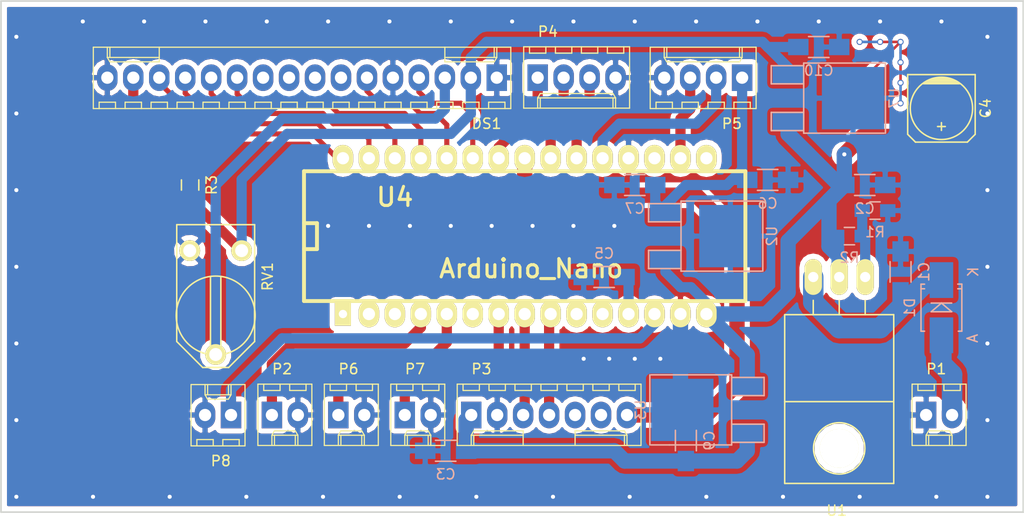
<source format=kicad_pcb>
(kicad_pcb (version 4) (host pcbnew 4.0.6)

  (general
    (links 69)
    (no_connects 0)
    (area 90.924999 68.924999 191.075001 119.075001)
    (thickness 1.6)
    (drawings 8)
    (tracks 304)
    (zones 0)
    (modules 28)
    (nets 30)
  )

  (page A4)
  (layers
    (0 F.Cu signal)
    (31 B.Cu signal)
    (32 B.Adhes user)
    (33 F.Adhes user)
    (34 B.Paste user)
    (35 F.Paste user)
    (36 B.SilkS user)
    (37 F.SilkS user)
    (38 B.Mask user)
    (39 F.Mask user)
    (40 Dwgs.User user)
    (41 Cmts.User user)
    (42 Eco1.User user)
    (43 Eco2.User user)
    (44 Edge.Cuts user)
    (45 Margin user)
    (46 B.CrtYd user)
    (47 F.CrtYd user)
    (48 B.Fab user)
    (49 F.Fab user)
  )

  (setup
    (last_trace_width 0.25)
    (user_trace_width 0.5)
    (user_trace_width 1)
    (user_trace_width 1.5)
    (user_trace_width 2)
    (trace_clearance 0.2)
    (zone_clearance 0.508)
    (zone_45_only no)
    (trace_min 0.2)
    (segment_width 0.2)
    (edge_width 0.15)
    (via_size 0.6)
    (via_drill 0.4)
    (via_min_size 0.4)
    (via_min_drill 0.3)
    (uvia_size 0.3)
    (uvia_drill 0.1)
    (uvias_allowed no)
    (uvia_min_size 0.2)
    (uvia_min_drill 0.1)
    (pcb_text_width 0.3)
    (pcb_text_size 1.5 1.5)
    (mod_edge_width 0.15)
    (mod_text_size 1 1)
    (mod_text_width 0.15)
    (pad_size 2 2.6)
    (pad_drill 1.2)
    (pad_to_mask_clearance 0.2)
    (aux_axis_origin 0 0)
    (visible_elements 7FFFFFFF)
    (pcbplotparams
      (layerselection 0x00030_80000001)
      (usegerberextensions false)
      (excludeedgelayer true)
      (linewidth 0.100000)
      (plotframeref false)
      (viasonmask false)
      (mode 1)
      (useauxorigin false)
      (hpglpennumber 1)
      (hpglpenspeed 20)
      (hpglpendiameter 15)
      (hpglpenoverlay 2)
      (psnegative false)
      (psa4output false)
      (plotreference true)
      (plotvalue true)
      (plotinvisibletext false)
      (padsonsilk false)
      (subtractmaskfromsilk false)
      (outputformat 1)
      (mirror false)
      (drillshape 1)
      (scaleselection 1)
      (outputdirectory ""))
  )

  (net 0 "")
  (net 1 "Net-(C1-Pad1)")
  (net 2 GND)
  (net 3 "Net-(C3-Pad2)")
  (net 4 "Net-(C5-Pad1)")
  (net 5 "Net-(DS1-Pad3)")
  (net 6 "Net-(DS1-Pad4)")
  (net 7 "Net-(DS1-Pad6)")
  (net 8 "Net-(DS1-Pad11)")
  (net 9 "Net-(DS1-Pad12)")
  (net 10 "Net-(DS1-Pad13)")
  (net 11 "Net-(DS1-Pad14)")
  (net 12 "Net-(DS1-Pad15)")
  (net 13 "Net-(P3-Pad3)")
  (net 14 "Net-(P3-Pad4)")
  (net 15 "Net-(P3-Pad7)")
  (net 16 "Net-(R1-Pad1)")
  (net 17 +8V)
  (net 18 +5C)
  (net 19 +5P)
  (net 20 +12V)
  (net 21 "Net-(P8-Pad1)")
  (net 22 "Net-(P2-Pad1)")
  (net 23 "Net-(P4-Pad1)")
  (net 24 "Net-(P4-Pad2)")
  (net 25 "Net-(P4-Pad3)")
  (net 26 "Net-(P5-Pad2)")
  (net 27 "Net-(P5-Pad3)")
  (net 28 "Net-(P6-Pad1)")
  (net 29 "Net-(P7-Pad1)")

  (net_class Default "Ceci est la Netclass par défaut"
    (clearance 0.2)
    (trace_width 0.25)
    (via_dia 0.6)
    (via_drill 0.4)
    (uvia_dia 0.3)
    (uvia_drill 0.1)
    (add_net +12V)
    (add_net +5C)
    (add_net +5P)
    (add_net +8V)
    (add_net GND)
    (add_net "Net-(C1-Pad1)")
    (add_net "Net-(C3-Pad2)")
    (add_net "Net-(C5-Pad1)")
    (add_net "Net-(DS1-Pad11)")
    (add_net "Net-(DS1-Pad12)")
    (add_net "Net-(DS1-Pad13)")
    (add_net "Net-(DS1-Pad14)")
    (add_net "Net-(DS1-Pad15)")
    (add_net "Net-(DS1-Pad3)")
    (add_net "Net-(DS1-Pad4)")
    (add_net "Net-(DS1-Pad6)")
    (add_net "Net-(P2-Pad1)")
    (add_net "Net-(P3-Pad3)")
    (add_net "Net-(P3-Pad4)")
    (add_net "Net-(P3-Pad7)")
    (add_net "Net-(P4-Pad1)")
    (add_net "Net-(P4-Pad2)")
    (add_net "Net-(P4-Pad3)")
    (add_net "Net-(P5-Pad2)")
    (add_net "Net-(P5-Pad3)")
    (add_net "Net-(P6-Pad1)")
    (add_net "Net-(P7-Pad1)")
    (add_net "Net-(P8-Pad1)")
    (add_net "Net-(R1-Pad1)")
  )

  (module Capacitors_SMD:C_1206_HandSoldering (layer B.Cu) (tedit 541A9C03) (tstamp 5719134A)
    (at 179 95.5 90)
    (descr "Capacitor SMD 1206, hand soldering")
    (tags "capacitor 1206")
    (path /5713E012)
    (attr smd)
    (fp_text reference C1 (at 0 2.3 90) (layer B.SilkS)
      (effects (font (size 1 1) (thickness 0.15)) (justify mirror))
    )
    (fp_text value 100n (at 0 -2.3 90) (layer B.Fab)
      (effects (font (size 1 1) (thickness 0.15)) (justify mirror))
    )
    (fp_line (start -3.3 1.15) (end 3.3 1.15) (layer B.CrtYd) (width 0.05))
    (fp_line (start -3.3 -1.15) (end 3.3 -1.15) (layer B.CrtYd) (width 0.05))
    (fp_line (start -3.3 1.15) (end -3.3 -1.15) (layer B.CrtYd) (width 0.05))
    (fp_line (start 3.3 1.15) (end 3.3 -1.15) (layer B.CrtYd) (width 0.05))
    (fp_line (start 1 1.025) (end -1 1.025) (layer B.SilkS) (width 0.15))
    (fp_line (start -1 -1.025) (end 1 -1.025) (layer B.SilkS) (width 0.15))
    (pad 1 smd rect (at -2 0 90) (size 2 1.6) (layers B.Cu B.Paste B.Mask)
      (net 1 "Net-(C1-Pad1)"))
    (pad 2 smd rect (at 2 0 90) (size 2 1.6) (layers B.Cu B.Paste B.Mask)
      (net 2 GND))
    (model Capacitors_SMD.3dshapes/C_1206_HandSoldering.wrl
      (at (xyz 0 0 0))
      (scale (xyz 1 1 1))
      (rotate (xyz 0 0 0))
    )
  )

  (module Capacitors_SMD:C_1206_HandSoldering (layer B.Cu) (tedit 541A9C03) (tstamp 57191350)
    (at 175.5 87)
    (descr "Capacitor SMD 1206, hand soldering")
    (tags "capacitor 1206")
    (path /5713E09B)
    (attr smd)
    (fp_text reference C2 (at 0 2.3) (layer B.SilkS)
      (effects (font (size 1 1) (thickness 0.15)) (justify mirror))
    )
    (fp_text value 100n (at 0 -2.3) (layer B.Fab)
      (effects (font (size 1 1) (thickness 0.15)) (justify mirror))
    )
    (fp_line (start -3.3 1.15) (end 3.3 1.15) (layer B.CrtYd) (width 0.05))
    (fp_line (start -3.3 -1.15) (end 3.3 -1.15) (layer B.CrtYd) (width 0.05))
    (fp_line (start -3.3 1.15) (end -3.3 -1.15) (layer B.CrtYd) (width 0.05))
    (fp_line (start 3.3 1.15) (end 3.3 -1.15) (layer B.CrtYd) (width 0.05))
    (fp_line (start 1 1.025) (end -1 1.025) (layer B.SilkS) (width 0.15))
    (fp_line (start -1 -1.025) (end 1 -1.025) (layer B.SilkS) (width 0.15))
    (pad 1 smd rect (at -2 0) (size 2 1.6) (layers B.Cu B.Paste B.Mask)
      (net 17 +8V))
    (pad 2 smd rect (at 2 0) (size 2 1.6) (layers B.Cu B.Paste B.Mask)
      (net 2 GND))
    (model Capacitors_SMD.3dshapes/C_1206_HandSoldering.wrl
      (at (xyz 0 0 0))
      (scale (xyz 1 1 1))
      (rotate (xyz 0 0 0))
    )
  )

  (module Capacitors_SMD:C_1206_HandSoldering (layer B.Cu) (tedit 541A9C03) (tstamp 57191356)
    (at 134.5 113)
    (descr "Capacitor SMD 1206, hand soldering")
    (tags "capacitor 1206")
    (path /5713E2A8)
    (attr smd)
    (fp_text reference C3 (at 0 2.3) (layer B.SilkS)
      (effects (font (size 1 1) (thickness 0.15)) (justify mirror))
    )
    (fp_text value 100n (at 0 -2.3) (layer B.Fab)
      (effects (font (size 1 1) (thickness 0.15)) (justify mirror))
    )
    (fp_line (start -3.3 1.15) (end 3.3 1.15) (layer B.CrtYd) (width 0.05))
    (fp_line (start -3.3 -1.15) (end 3.3 -1.15) (layer B.CrtYd) (width 0.05))
    (fp_line (start -3.3 1.15) (end -3.3 -1.15) (layer B.CrtYd) (width 0.05))
    (fp_line (start 3.3 1.15) (end 3.3 -1.15) (layer B.CrtYd) (width 0.05))
    (fp_line (start 1 1.025) (end -1 1.025) (layer B.SilkS) (width 0.15))
    (fp_line (start -1 -1.025) (end 1 -1.025) (layer B.SilkS) (width 0.15))
    (pad 1 smd rect (at -2 0) (size 2 1.6) (layers B.Cu B.Paste B.Mask)
      (net 2 GND))
    (pad 2 smd rect (at 2 0) (size 2 1.6) (layers B.Cu B.Paste B.Mask)
      (net 3 "Net-(C3-Pad2)"))
    (model Capacitors_SMD.3dshapes/C_1206_HandSoldering.wrl
      (at (xyz 0 0 0))
      (scale (xyz 1 1 1))
      (rotate (xyz 0 0 0))
    )
  )

  (module Capacitors_SMD:C_1206_HandSoldering (layer B.Cu) (tedit 541A9C03) (tstamp 57191362)
    (at 150 96 180)
    (descr "Capacitor SMD 1206, hand soldering")
    (tags "capacitor 1206")
    (path /5713E11D)
    (attr smd)
    (fp_text reference C5 (at 0 2.3 180) (layer B.SilkS)
      (effects (font (size 1 1) (thickness 0.15)) (justify mirror))
    )
    (fp_text value 100n (at 0 -2.3 180) (layer B.Fab)
      (effects (font (size 1 1) (thickness 0.15)) (justify mirror))
    )
    (fp_line (start -3.3 1.15) (end 3.3 1.15) (layer B.CrtYd) (width 0.05))
    (fp_line (start -3.3 -1.15) (end 3.3 -1.15) (layer B.CrtYd) (width 0.05))
    (fp_line (start -3.3 1.15) (end -3.3 -1.15) (layer B.CrtYd) (width 0.05))
    (fp_line (start 3.3 1.15) (end 3.3 -1.15) (layer B.CrtYd) (width 0.05))
    (fp_line (start 1 1.025) (end -1 1.025) (layer B.SilkS) (width 0.15))
    (fp_line (start -1 -1.025) (end 1 -1.025) (layer B.SilkS) (width 0.15))
    (pad 1 smd rect (at -2 0 180) (size 2 1.6) (layers B.Cu B.Paste B.Mask)
      (net 4 "Net-(C5-Pad1)"))
    (pad 2 smd rect (at 2 0 180) (size 2 1.6) (layers B.Cu B.Paste B.Mask)
      (net 2 GND))
    (model Capacitors_SMD.3dshapes/C_1206_HandSoldering.wrl
      (at (xyz 0 0 0))
      (scale (xyz 1 1 1))
      (rotate (xyz 0 0 0))
    )
  )

  (module Capacitors_SMD:C_1206_HandSoldering (layer B.Cu) (tedit 541A9C03) (tstamp 57191368)
    (at 166 86.5)
    (descr "Capacitor SMD 1206, hand soldering")
    (tags "capacitor 1206")
    (path /5713E0DE)
    (attr smd)
    (fp_text reference C6 (at 0 2.3) (layer B.SilkS)
      (effects (font (size 1 1) (thickness 0.15)) (justify mirror))
    )
    (fp_text value 100n (at 0 -2.3) (layer B.Fab)
      (effects (font (size 1 1) (thickness 0.15)) (justify mirror))
    )
    (fp_line (start -3.3 1.15) (end 3.3 1.15) (layer B.CrtYd) (width 0.05))
    (fp_line (start -3.3 -1.15) (end 3.3 -1.15) (layer B.CrtYd) (width 0.05))
    (fp_line (start -3.3 1.15) (end -3.3 -1.15) (layer B.CrtYd) (width 0.05))
    (fp_line (start 3.3 1.15) (end 3.3 -1.15) (layer B.CrtYd) (width 0.05))
    (fp_line (start 1 1.025) (end -1 1.025) (layer B.SilkS) (width 0.15))
    (fp_line (start -1 -1.025) (end 1 -1.025) (layer B.SilkS) (width 0.15))
    (pad 1 smd rect (at -2 0) (size 2 1.6) (layers B.Cu B.Paste B.Mask)
      (net 18 +5C))
    (pad 2 smd rect (at 2 0) (size 2 1.6) (layers B.Cu B.Paste B.Mask)
      (net 2 GND))
    (model Capacitors_SMD.3dshapes/C_1206_HandSoldering.wrl
      (at (xyz 0 0 0))
      (scale (xyz 1 1 1))
      (rotate (xyz 0 0 0))
    )
  )

  (module Capacitors_SMD:C_1206_HandSoldering (layer B.Cu) (tedit 541A9C03) (tstamp 5719136E)
    (at 153 87)
    (descr "Capacitor SMD 1206, hand soldering")
    (tags "capacitor 1206")
    (path /5713E3C1)
    (attr smd)
    (fp_text reference C7 (at 0 2.3) (layer B.SilkS)
      (effects (font (size 1 1) (thickness 0.15)) (justify mirror))
    )
    (fp_text value 100n (at 0 -2.3) (layer B.Fab)
      (effects (font (size 1 1) (thickness 0.15)) (justify mirror))
    )
    (fp_line (start -3.3 1.15) (end 3.3 1.15) (layer B.CrtYd) (width 0.05))
    (fp_line (start -3.3 -1.15) (end 3.3 -1.15) (layer B.CrtYd) (width 0.05))
    (fp_line (start -3.3 1.15) (end -3.3 -1.15) (layer B.CrtYd) (width 0.05))
    (fp_line (start 3.3 1.15) (end 3.3 -1.15) (layer B.CrtYd) (width 0.05))
    (fp_line (start 1 1.025) (end -1 1.025) (layer B.SilkS) (width 0.15))
    (fp_line (start -1 -1.025) (end 1 -1.025) (layer B.SilkS) (width 0.15))
    (pad 1 smd rect (at -2 0) (size 2 1.6) (layers B.Cu B.Paste B.Mask)
      (net 2 GND))
    (pad 2 smd rect (at 2 0) (size 2 1.6) (layers B.Cu B.Paste B.Mask)
      (net 18 +5C))
    (model Capacitors_SMD.3dshapes/C_1206_HandSoldering.wrl
      (at (xyz 0 0 0))
      (scale (xyz 1 1 1))
      (rotate (xyz 0 0 0))
    )
  )

  (module Capacitors_SMD:C_1206_HandSoldering (layer B.Cu) (tedit 541A9C03) (tstamp 5719137A)
    (at 158 112 90)
    (descr "Capacitor SMD 1206, hand soldering")
    (tags "capacitor 1206")
    (path /5718C6A0)
    (attr smd)
    (fp_text reference C9 (at 0 2.3 90) (layer B.SilkS)
      (effects (font (size 1 1) (thickness 0.15)) (justify mirror))
    )
    (fp_text value 100n (at 0 -2.3 90) (layer B.Fab)
      (effects (font (size 1 1) (thickness 0.15)) (justify mirror))
    )
    (fp_line (start -3.3 1.15) (end 3.3 1.15) (layer B.CrtYd) (width 0.05))
    (fp_line (start -3.3 -1.15) (end 3.3 -1.15) (layer B.CrtYd) (width 0.05))
    (fp_line (start -3.3 1.15) (end -3.3 -1.15) (layer B.CrtYd) (width 0.05))
    (fp_line (start 3.3 1.15) (end 3.3 -1.15) (layer B.CrtYd) (width 0.05))
    (fp_line (start 1 1.025) (end -1 1.025) (layer B.SilkS) (width 0.15))
    (fp_line (start -1 -1.025) (end 1 -1.025) (layer B.SilkS) (width 0.15))
    (pad 1 smd rect (at -2 0 90) (size 2 1.6) (layers B.Cu B.Paste B.Mask)
      (net 3 "Net-(C3-Pad2)"))
    (pad 2 smd rect (at 2 0 90) (size 2 1.6) (layers B.Cu B.Paste B.Mask)
      (net 2 GND))
    (model Capacitors_SMD.3dshapes/C_1206_HandSoldering.wrl
      (at (xyz 0 0 0))
      (scale (xyz 1 1 1))
      (rotate (xyz 0 0 0))
    )
  )

  (module Capacitors_SMD:C_1206_HandSoldering (layer B.Cu) (tedit 541A9C03) (tstamp 57191380)
    (at 171 73.5)
    (descr "Capacitor SMD 1206, hand soldering")
    (tags "capacitor 1206")
    (path /5718DD22)
    (attr smd)
    (fp_text reference C10 (at 0 2.3) (layer B.SilkS)
      (effects (font (size 1 1) (thickness 0.15)) (justify mirror))
    )
    (fp_text value 100n (at 0 -2.3) (layer B.Fab)
      (effects (font (size 1 1) (thickness 0.15)) (justify mirror))
    )
    (fp_line (start -3.3 1.15) (end 3.3 1.15) (layer B.CrtYd) (width 0.05))
    (fp_line (start -3.3 -1.15) (end 3.3 -1.15) (layer B.CrtYd) (width 0.05))
    (fp_line (start -3.3 1.15) (end -3.3 -1.15) (layer B.CrtYd) (width 0.05))
    (fp_line (start 3.3 1.15) (end 3.3 -1.15) (layer B.CrtYd) (width 0.05))
    (fp_line (start 1 1.025) (end -1 1.025) (layer B.SilkS) (width 0.15))
    (fp_line (start -1 -1.025) (end 1 -1.025) (layer B.SilkS) (width 0.15))
    (pad 1 smd rect (at -2 0) (size 2 1.6) (layers B.Cu B.Paste B.Mask)
      (net 19 +5P))
    (pad 2 smd rect (at 2 0) (size 2 1.6) (layers B.Cu B.Paste B.Mask)
      (net 2 GND))
    (model Capacitors_SMD.3dshapes/C_1206_HandSoldering.wrl
      (at (xyz 0 0 0))
      (scale (xyz 1 1 1))
      (rotate (xyz 0 0 0))
    )
  )

  (module Capacitors_SMD:C_0805_HandSoldering (layer B.Cu) (tedit 541A9B8D) (tstamp 571913D4)
    (at 176.5 89.5)
    (descr "Capacitor SMD 0805, hand soldering")
    (tags "capacitor 0805")
    (path /5713C524)
    (attr smd)
    (fp_text reference R1 (at 0 2.1) (layer B.SilkS)
      (effects (font (size 1 1) (thickness 0.15)) (justify mirror))
    )
    (fp_text value 1300 (at 0 -2.1) (layer B.Fab)
      (effects (font (size 1 1) (thickness 0.15)) (justify mirror))
    )
    (fp_line (start -2.3 1) (end 2.3 1) (layer B.CrtYd) (width 0.05))
    (fp_line (start -2.3 -1) (end 2.3 -1) (layer B.CrtYd) (width 0.05))
    (fp_line (start -2.3 1) (end -2.3 -1) (layer B.CrtYd) (width 0.05))
    (fp_line (start 2.3 1) (end 2.3 -1) (layer B.CrtYd) (width 0.05))
    (fp_line (start 0.5 0.85) (end -0.5 0.85) (layer B.SilkS) (width 0.15))
    (fp_line (start -0.5 -0.85) (end 0.5 -0.85) (layer B.SilkS) (width 0.15))
    (pad 1 smd rect (at -1.25 0) (size 1.5 1.25) (layers B.Cu B.Paste B.Mask)
      (net 16 "Net-(R1-Pad1)"))
    (pad 2 smd rect (at 1.25 0) (size 1.5 1.25) (layers B.Cu B.Paste B.Mask)
      (net 2 GND))
    (model Capacitors_SMD.3dshapes/C_0805_HandSoldering.wrl
      (at (xyz 0 0 0))
      (scale (xyz 1 1 1))
      (rotate (xyz 0 0 0))
    )
  )

  (module Capacitors_SMD:C_0805_HandSoldering (layer B.Cu) (tedit 541A9B8D) (tstamp 571913DA)
    (at 174 92)
    (descr "Capacitor SMD 0805, hand soldering")
    (tags "capacitor 0805")
    (path /5713C585)
    (attr smd)
    (fp_text reference R2 (at 0 2.1) (layer B.SilkS)
      (effects (font (size 1 1) (thickness 0.15)) (justify mirror))
    )
    (fp_text value 240 (at 0 -2.1) (layer B.Fab)
      (effects (font (size 1 1) (thickness 0.15)) (justify mirror))
    )
    (fp_line (start -2.3 1) (end 2.3 1) (layer B.CrtYd) (width 0.05))
    (fp_line (start -2.3 -1) (end 2.3 -1) (layer B.CrtYd) (width 0.05))
    (fp_line (start -2.3 1) (end -2.3 -1) (layer B.CrtYd) (width 0.05))
    (fp_line (start 2.3 1) (end 2.3 -1) (layer B.CrtYd) (width 0.05))
    (fp_line (start 0.5 0.85) (end -0.5 0.85) (layer B.SilkS) (width 0.15))
    (fp_line (start -0.5 -0.85) (end 0.5 -0.85) (layer B.SilkS) (width 0.15))
    (pad 1 smd rect (at -1.25 0) (size 1.5 1.25) (layers B.Cu B.Paste B.Mask)
      (net 17 +8V))
    (pad 2 smd rect (at 1.25 0) (size 1.5 1.25) (layers B.Cu B.Paste B.Mask)
      (net 16 "Net-(R1-Pad1)"))
    (model Capacitors_SMD.3dshapes/C_0805_HandSoldering.wrl
      (at (xyz 0 0 0))
      (scale (xyz 1 1 1))
      (rotate (xyz 0 0 0))
    )
  )

  (module Capacitors_SMD:C_0805_HandSoldering (layer F.Cu) (tedit 541A9B8D) (tstamp 571913E0)
    (at 109.5 87 270)
    (descr "Capacitor SMD 0805, hand soldering")
    (tags "capacitor 0805")
    (path /5713AAD7)
    (attr smd)
    (fp_text reference R3 (at 0 -2.1 270) (layer F.SilkS)
      (effects (font (size 1 1) (thickness 0.15)))
    )
    (fp_text value 330 (at 0 2.1 270) (layer F.Fab)
      (effects (font (size 1 1) (thickness 0.15)))
    )
    (fp_line (start -2.3 -1) (end 2.3 -1) (layer F.CrtYd) (width 0.05))
    (fp_line (start -2.3 1) (end 2.3 1) (layer F.CrtYd) (width 0.05))
    (fp_line (start -2.3 -1) (end -2.3 1) (layer F.CrtYd) (width 0.05))
    (fp_line (start 2.3 -1) (end 2.3 1) (layer F.CrtYd) (width 0.05))
    (fp_line (start 0.5 -0.85) (end -0.5 -0.85) (layer F.SilkS) (width 0.15))
    (fp_line (start -0.5 0.85) (end 0.5 0.85) (layer F.SilkS) (width 0.15))
    (pad 1 smd rect (at -1.25 0 270) (size 1.5 1.25) (layers F.Cu F.Paste F.Mask)
      (net 12 "Net-(DS1-Pad15)"))
    (pad 2 smd rect (at 1.25 0 270) (size 1.5 1.25) (layers F.Cu F.Paste F.Mask)
      (net 19 +5P))
    (model Capacitors_SMD.3dshapes/C_0805_HandSoldering.wrl
      (at (xyz 0 0 0))
      (scale (xyz 1 1 1))
      (rotate (xyz 0 0 0))
    )
  )

  (module Discret:RV2X4 (layer F.Cu) (tedit 0) (tstamp 571913E7)
    (at 112 98.5 270)
    (descr "Resistance variable / Potentiometre")
    (tags R)
    (path /57138BF4)
    (fp_text reference RV1 (at -2.54 -5.08 270) (layer F.SilkS)
      (effects (font (size 1 1) (thickness 0.15)))
    )
    (fp_text value 10k (at -1.651 5.461 270) (layer F.Fab)
      (effects (font (size 1 1) (thickness 0.15)))
    )
    (fp_line (start -7.62 -3.81) (end 3.81 -3.81) (layer F.SilkS) (width 0.15))
    (fp_line (start 3.81 -3.81) (end 6.35 -1.27) (layer F.SilkS) (width 0.15))
    (fp_line (start 6.35 -1.27) (end 6.35 1.27) (layer F.SilkS) (width 0.15))
    (fp_line (start 6.35 1.27) (end 3.81 3.81) (layer F.SilkS) (width 0.15))
    (fp_line (start 3.81 3.81) (end -7.62 3.81) (layer F.SilkS) (width 0.15))
    (fp_line (start -7.62 3.81) (end -7.62 -3.81) (layer F.SilkS) (width 0.15))
    (fp_line (start 0.762 -3.81) (end 1.905 -3.81) (layer F.SilkS) (width 0.15))
    (fp_line (start 1.651 3.81) (end 0.762 3.81) (layer F.SilkS) (width 0.15))
    (fp_line (start -2.54 -0.508) (end 4.953 -0.508) (layer F.SilkS) (width 0.15))
    (fp_line (start -2.54 0.508) (end 4.953 0.508) (layer F.SilkS) (width 0.15))
    (fp_circle (center 1.27 0) (end -2.54 -0.635) (layer F.SilkS) (width 0.15))
    (pad 1 thru_hole circle (at -5.08 -2.54 270) (size 2.032 2.032) (drill 1.27) (layers *.Cu *.Mask F.SilkS)
      (net 19 +5P))
    (pad 2 thru_hole circle (at 5.08 0 270) (size 2.032 2.032) (drill 1.27) (layers *.Cu *.Mask F.SilkS)
      (net 5 "Net-(DS1-Pad3)"))
    (pad 3 thru_hole circle (at -5.08 2.54 270) (size 2.032 2.032) (drill 1.27) (layers *.Cu *.Mask F.SilkS)
      (net 2 GND))
    (model Discret.3dshapes/RV2X4.wrl
      (at (xyz 0 0 0))
      (scale (xyz 1 1 1))
      (rotate (xyz 0 0 0))
    )
  )

  (module TO_SOT_Packages_SMD:TO-252-2Lead (layer B.Cu) (tedit 0) (tstamp 571913F6)
    (at 156 92 90)
    (descr "DPAK / TO-252 2-lead smd package")
    (tags "dpak TO-252")
    (path /57139BB1)
    (attr smd)
    (fp_text reference U2 (at 0 10.414 90) (layer B.SilkS)
      (effects (font (size 1 1) (thickness 0.15)) (justify mirror))
    )
    (fp_text value MC78M05CDT (at 0 2.413 90) (layer B.Fab)
      (effects (font (size 1 1) (thickness 0.15)) (justify mirror))
    )
    (fp_line (start 1.397 1.524) (end 1.397 -1.651) (layer B.SilkS) (width 0.15))
    (fp_line (start 1.397 -1.651) (end 3.175 -1.651) (layer B.SilkS) (width 0.15))
    (fp_line (start 3.175 -1.651) (end 3.175 1.524) (layer B.SilkS) (width 0.15))
    (fp_line (start -3.175 1.524) (end -3.175 -1.651) (layer B.SilkS) (width 0.15))
    (fp_line (start -3.175 -1.651) (end -1.397 -1.651) (layer B.SilkS) (width 0.15))
    (fp_line (start -1.397 -1.651) (end -1.397 1.524) (layer B.SilkS) (width 0.15))
    (fp_line (start 3.429 7.62) (end 3.429 1.524) (layer B.SilkS) (width 0.15))
    (fp_line (start 3.429 1.524) (end -3.429 1.524) (layer B.SilkS) (width 0.15))
    (fp_line (start -3.429 1.524) (end -3.429 9.398) (layer B.SilkS) (width 0.15))
    (fp_line (start -3.429 9.525) (end 3.429 9.525) (layer B.SilkS) (width 0.15))
    (fp_line (start 3.429 9.398) (end 3.429 7.62) (layer B.SilkS) (width 0.15))
    (pad 1 smd rect (at -2.286 0 90) (size 1.651 3.048) (layers B.Cu B.Paste B.Mask)
      (net 17 +8V))
    (pad 2 smd rect (at 0 6.35 90) (size 6.096 6.096) (layers B.Cu B.Paste B.Mask)
      (net 2 GND))
    (pad 3 smd rect (at 2.286 0 90) (size 1.651 3.048) (layers B.Cu B.Paste B.Mask)
      (net 18 +5C))
    (model TO_SOT_Packages_SMD.3dshapes/TO-252-2Lead.wrl
      (at (xyz 0 0 0))
      (scale (xyz 1 1 1))
      (rotate (xyz 0 0 0))
    )
  )

  (module TO_SOT_Packages_SMD:TO-252-2Lead (layer B.Cu) (tedit 0) (tstamp 571913FD)
    (at 164 109 270)
    (descr "DPAK / TO-252 2-lead smd package")
    (tags "dpak TO-252")
    (path /57139BEE)
    (attr smd)
    (fp_text reference U3 (at 0 10.414 270) (layer B.SilkS)
      (effects (font (size 1 1) (thickness 0.15)) (justify mirror))
    )
    (fp_text value MC78M05CDT (at 0 2.413 270) (layer B.Fab)
      (effects (font (size 1 1) (thickness 0.15)) (justify mirror))
    )
    (fp_line (start 1.397 1.524) (end 1.397 -1.651) (layer B.SilkS) (width 0.15))
    (fp_line (start 1.397 -1.651) (end 3.175 -1.651) (layer B.SilkS) (width 0.15))
    (fp_line (start 3.175 -1.651) (end 3.175 1.524) (layer B.SilkS) (width 0.15))
    (fp_line (start -3.175 1.524) (end -3.175 -1.651) (layer B.SilkS) (width 0.15))
    (fp_line (start -3.175 -1.651) (end -1.397 -1.651) (layer B.SilkS) (width 0.15))
    (fp_line (start -1.397 -1.651) (end -1.397 1.524) (layer B.SilkS) (width 0.15))
    (fp_line (start 3.429 7.62) (end 3.429 1.524) (layer B.SilkS) (width 0.15))
    (fp_line (start 3.429 1.524) (end -3.429 1.524) (layer B.SilkS) (width 0.15))
    (fp_line (start -3.429 1.524) (end -3.429 9.398) (layer B.SilkS) (width 0.15))
    (fp_line (start -3.429 9.525) (end 3.429 9.525) (layer B.SilkS) (width 0.15))
    (fp_line (start 3.429 9.398) (end 3.429 7.62) (layer B.SilkS) (width 0.15))
    (pad 1 smd rect (at -2.286 0 270) (size 1.651 3.048) (layers B.Cu B.Paste B.Mask)
      (net 17 +8V))
    (pad 2 smd rect (at 0 6.35 270) (size 6.096 6.096) (layers B.Cu B.Paste B.Mask)
      (net 2 GND))
    (pad 3 smd rect (at 2.286 0 270) (size 1.651 3.048) (layers B.Cu B.Paste B.Mask)
      (net 3 "Net-(C3-Pad2)"))
    (model TO_SOT_Packages_SMD.3dshapes/TO-252-2Lead.wrl
      (at (xyz 0 0 0))
      (scale (xyz 1 1 1))
      (rotate (xyz 0 0 0))
    )
  )

  (module arduino:arduino_nano (layer F.Cu) (tedit 5908B458) (tstamp 5719141F)
    (at 143.5 92)
    (descr "30 pins DIL package, elliptical pads, width 600mil (arduino nano)")
    (tags "DIL arduino mini")
    (path /57138B7B)
    (fp_text reference U4 (at -13.97 -3.81) (layer F.SilkS)
      (effects (font (size 1.778 1.778) (thickness 0.3048)))
    )
    (fp_text value Arduino_Nano (at -0.635 3.175) (layer F.SilkS)
      (effects (font (size 1.778 1.778) (thickness 0.3048)))
    )
    (fp_line (start -22.86 -6.35) (end 20.32 -6.35) (layer F.SilkS) (width 0.381))
    (fp_line (start 20.32 -6.35) (end 20.32 6.35) (layer F.SilkS) (width 0.381))
    (fp_line (start 20.32 6.35) (end -22.86 6.35) (layer F.SilkS) (width 0.381))
    (fp_line (start -22.86 6.35) (end -22.86 -6.35) (layer F.SilkS) (width 0.381))
    (fp_line (start -22.86 1.27) (end -21.59 1.27) (layer F.SilkS) (width 0.381))
    (fp_line (start -21.59 1.27) (end -21.59 -1.27) (layer F.SilkS) (width 0.381))
    (fp_line (start -21.59 -1.27) (end -22.86 -1.27) (layer F.SilkS) (width 0.381))
    (pad 1 thru_hole rect (at -19.05 7.62) (size 1.5748 2.286) (drill 0.8128) (layers *.Cu *.Mask F.SilkS))
    (pad 2 thru_hole oval (at -16.51 7.62) (size 2 2.6) (drill 1.2) (layers *.Cu *.Mask F.SilkS))
    (pad 3 thru_hole oval (at -13.97 7.62) (size 2 2.6) (drill 1.2) (layers *.Cu *.Mask F.SilkS))
    (pad 4 thru_hole oval (at -11.43 7.62) (size 2 2.6) (drill 1.2) (layers *.Cu *.Mask F.SilkS)
      (net 22 "Net-(P2-Pad1)"))
    (pad 5 thru_hole oval (at -8.89 7.62) (size 2 2.6) (drill 1.2) (layers *.Cu *.Mask F.SilkS)
      (net 28 "Net-(P6-Pad1)"))
    (pad 6 thru_hole oval (at -6.35 7.62) (size 2 2.6) (drill 1.2) (layers *.Cu *.Mask F.SilkS))
    (pad 7 thru_hole oval (at -3.81 7.62) (size 2 2.6) (drill 1.2) (layers *.Cu *.Mask F.SilkS)
      (net 29 "Net-(P7-Pad1)"))
    (pad 8 thru_hole oval (at -1.27 7.62) (size 2 2.6) (drill 1.2) (layers *.Cu *.Mask F.SilkS)
      (net 13 "Net-(P3-Pad3)"))
    (pad 9 thru_hole oval (at 1.27 7.62) (size 2 2.6) (drill 1.2) (layers *.Cu *.Mask F.SilkS)
      (net 14 "Net-(P3-Pad4)"))
    (pad 10 thru_hole oval (at 3.81 7.62) (size 2 2.6) (drill 1.2) (layers *.Cu *.Mask F.SilkS))
    (pad 11 thru_hole oval (at 6.35 7.62) (size 2 2.6) (drill 1.2) (layers *.Cu *.Mask F.SilkS))
    (pad 12 thru_hole oval (at 8.89 7.62) (size 2 2.6) (drill 1.2) (layers *.Cu *.Mask F.SilkS)
      (net 4 "Net-(C5-Pad1)"))
    (pad 13 thru_hole oval (at 11.43 7.62) (size 2 2.6) (drill 1.2) (layers *.Cu *.Mask F.SilkS)
      (net 21 "Net-(P8-Pad1)"))
    (pad 14 thru_hole oval (at 13.97 7.62) (size 2 2.6) (drill 1.2) (layers *.Cu *.Mask F.SilkS)
      (net 2 GND))
    (pad 15 thru_hole oval (at 16.51 7.62) (size 2 2.6) (drill 1.2) (layers *.Cu *.Mask F.SilkS)
      (net 17 +8V))
    (pad 16 thru_hole oval (at 16.51 -7.62) (size 2 2.6) (drill 1.2) (layers *.Cu *.Mask F.SilkS))
    (pad 17 thru_hole oval (at 13.97 -7.62) (size 2 2.6) (drill 1.2) (layers *.Cu *.Mask F.SilkS)
      (net 27 "Net-(P5-Pad3)"))
    (pad 18 thru_hole oval (at 11.43 -7.62) (size 2 2.6) (drill 1.2) (layers *.Cu *.Mask F.SilkS))
    (pad 19 thru_hole oval (at 8.89 -7.62) (size 2 2.6) (drill 1.2) (layers *.Cu *.Mask F.SilkS)
      (net 2 GND))
    (pad 20 thru_hole oval (at 6.35 -7.62) (size 2 2.6) (drill 1.2) (layers *.Cu *.Mask F.SilkS)
      (net 26 "Net-(P5-Pad2)"))
    (pad 21 thru_hole oval (at 3.81 -7.62) (size 2 2.6) (drill 1.2) (layers *.Cu *.Mask F.SilkS)
      (net 25 "Net-(P4-Pad3)"))
    (pad 22 thru_hole oval (at 1.27 -7.62) (size 2 2.6) (drill 1.2) (layers *.Cu *.Mask F.SilkS)
      (net 24 "Net-(P4-Pad2)"))
    (pad 23 thru_hole oval (at -1.27 -7.62) (size 2 2.6) (drill 1.2) (layers *.Cu *.Mask F.SilkS)
      (net 15 "Net-(P3-Pad7)"))
    (pad 24 thru_hole oval (at -3.81 -7.62) (size 2 2.6) (drill 1.2) (layers *.Cu *.Mask F.SilkS)
      (net 23 "Net-(P4-Pad1)"))
    (pad 25 thru_hole oval (at -6.35 -7.62) (size 2 2.6) (drill 1.2) (layers *.Cu *.Mask F.SilkS)
      (net 6 "Net-(DS1-Pad4)"))
    (pad 26 thru_hole oval (at -8.89 -7.62) (size 2 2.6) (drill 1.2) (layers *.Cu *.Mask F.SilkS)
      (net 7 "Net-(DS1-Pad6)"))
    (pad 27 thru_hole oval (at -11.43 -7.62) (size 2 2.6) (drill 1.2) (layers *.Cu *.Mask F.SilkS)
      (net 8 "Net-(DS1-Pad11)"))
    (pad 28 thru_hole oval (at -13.97 -7.62) (size 2 2.6) (drill 1.2) (layers *.Cu *.Mask F.SilkS)
      (net 9 "Net-(DS1-Pad12)"))
    (pad 29 thru_hole oval (at -16.51 -7.62) (size 2 2.6) (drill 1.2) (layers *.Cu *.Mask F.SilkS)
      (net 10 "Net-(DS1-Pad13)"))
    (pad 30 thru_hole oval (at -19.05 -7.62) (size 2 2.6) (drill 1.2) (layers *.Cu *.Mask F.SilkS)
      (net 11 "Net-(DS1-Pad14)"))
    (model C:/Users/Marco/Documents/Kicad/ventirad/arduino_nano.wrl
      (at (xyz -1 -0.4 -0.2))
      (scale (xyz 0.4 0.4 0.4))
      (rotate (xyz 0 0 0))
    )
  )

  (module TO_SOT_Packages_SMD:TO-252-2Lead (layer B.Cu) (tedit 0) (tstamp 57191450)
    (at 168 78.5 90)
    (descr "DPAK / TO-252 2-lead smd package")
    (tags "dpak TO-252")
    (path /5718DD15)
    (attr smd)
    (fp_text reference U7 (at 0 10.414 90) (layer B.SilkS)
      (effects (font (size 1 1) (thickness 0.15)) (justify mirror))
    )
    (fp_text value MC78M05CDT (at 0 2.413 90) (layer B.Fab)
      (effects (font (size 1 1) (thickness 0.15)) (justify mirror))
    )
    (fp_line (start 1.397 1.524) (end 1.397 -1.651) (layer B.SilkS) (width 0.15))
    (fp_line (start 1.397 -1.651) (end 3.175 -1.651) (layer B.SilkS) (width 0.15))
    (fp_line (start 3.175 -1.651) (end 3.175 1.524) (layer B.SilkS) (width 0.15))
    (fp_line (start -3.175 1.524) (end -3.175 -1.651) (layer B.SilkS) (width 0.15))
    (fp_line (start -3.175 -1.651) (end -1.397 -1.651) (layer B.SilkS) (width 0.15))
    (fp_line (start -1.397 -1.651) (end -1.397 1.524) (layer B.SilkS) (width 0.15))
    (fp_line (start 3.429 7.62) (end 3.429 1.524) (layer B.SilkS) (width 0.15))
    (fp_line (start 3.429 1.524) (end -3.429 1.524) (layer B.SilkS) (width 0.15))
    (fp_line (start -3.429 1.524) (end -3.429 9.398) (layer B.SilkS) (width 0.15))
    (fp_line (start -3.429 9.525) (end 3.429 9.525) (layer B.SilkS) (width 0.15))
    (fp_line (start 3.429 9.398) (end 3.429 7.62) (layer B.SilkS) (width 0.15))
    (pad 1 smd rect (at -2.286 0 90) (size 1.651 3.048) (layers B.Cu B.Paste B.Mask)
      (net 17 +8V))
    (pad 2 smd rect (at 0 6.35 90) (size 6.096 6.096) (layers B.Cu B.Paste B.Mask)
      (net 2 GND))
    (pad 3 smd rect (at 2.286 0 90) (size 1.651 3.048) (layers B.Cu B.Paste B.Mask)
      (net 19 +5P))
    (model TO_SOT_Packages_SMD.3dshapes/TO-252-2Lead.wrl
      (at (xyz 0 0 0))
      (scale (xyz 1 1 1))
      (rotate (xyz 0 0 0))
    )
  )

  (module TO_SOT_Packages_THT:TO-220_Neutral123_Horizontal_LargePads (layer F.Cu) (tedit 0) (tstamp 571917CA)
    (at 173 96 180)
    (descr "TO-220, Neutral, Horizontal, Large Pads,")
    (tags "TO-220, Neutral, Horizontal, Large Pads,")
    (path /57139B68)
    (fp_text reference U1 (at 0.24892 -22.84984 180) (layer F.SilkS)
      (effects (font (size 1 1) (thickness 0.15)))
    )
    (fp_text value LM317T (at -0.20066 4.24942 180) (layer F.Fab)
      (effects (font (size 1 1) (thickness 0.15)))
    )
    (fp_line (start -2.54 -3.683) (end -2.54 -2.286) (layer F.SilkS) (width 0.15))
    (fp_line (start 0 -3.683) (end 0 -2.286) (layer F.SilkS) (width 0.15))
    (fp_line (start 2.54 -3.683) (end 2.54 -2.286) (layer F.SilkS) (width 0.15))
    (fp_circle (center 0 -16.764) (end 1.778 -14.986) (layer F.SilkS) (width 0.15))
    (fp_line (start 5.334 -12.192) (end 5.334 -20.193) (layer F.SilkS) (width 0.15))
    (fp_line (start 5.334 -20.193) (end -5.334 -20.193) (layer F.SilkS) (width 0.15))
    (fp_line (start -5.334 -20.193) (end -5.334 -12.192) (layer F.SilkS) (width 0.15))
    (fp_line (start 5.334 -3.683) (end 5.334 -12.192) (layer F.SilkS) (width 0.15))
    (fp_line (start 5.334 -12.192) (end -5.334 -12.192) (layer F.SilkS) (width 0.15))
    (fp_line (start -5.334 -12.192) (end -5.334 -3.683) (layer F.SilkS) (width 0.15))
    (fp_line (start 0 -3.683) (end -5.334 -3.683) (layer F.SilkS) (width 0.15))
    (fp_line (start 0 -3.683) (end 5.334 -3.683) (layer F.SilkS) (width 0.15))
    (pad 2 thru_hole oval (at 0 0 270) (size 3.50012 1.69926) (drill 1.00076) (layers *.Cu *.Mask F.SilkS)
      (net 17 +8V))
    (pad 1 thru_hole oval (at -2.54 0 270) (size 3.50012 1.69926) (drill 1.00076) (layers *.Cu *.Mask F.SilkS)
      (net 16 "Net-(R1-Pad1)"))
    (pad 3 thru_hole oval (at 2.54 0 270) (size 3.50012 1.69926) (drill 1.00076) (layers *.Cu *.Mask F.SilkS)
      (net 1 "Net-(C1-Pad1)"))
    (pad "" np_thru_hole circle (at 0 -16.764 270) (size 3.79984 3.79984) (drill 3.79984) (layers *.Cu *.Mask F.SilkS))
    (model TO_SOT_Packages_THT.3dshapes/TO-220_Neutral123_Horizontal_LargePads.wrl
      (at (xyz 0 0 0))
      (scale (xyz 0.3937 0.3937 0.3937))
      (rotate (xyz 0 0 0))
    )
  )

  (module Diodes_SMD:SMB_Handsoldering (layer B.Cu) (tedit 552FF2F0) (tstamp 571BD17E)
    (at 183 99 270)
    (descr "Diode SMB Handsoldering")
    (tags "Diode SMB Handsoldering")
    (path /5713C927)
    (attr smd)
    (fp_text reference D1 (at 0 3.1 270) (layer B.SilkS)
      (effects (font (size 1 1) (thickness 0.15)) (justify mirror))
    )
    (fp_text value D_Schottky (at 0.1 -4.75 270) (layer B.Fab)
      (effects (font (size 1 1) (thickness 0.15)) (justify mirror))
    )
    (fp_line (start -4.7 2.25) (end 4.7 2.25) (layer B.CrtYd) (width 0.05))
    (fp_line (start 4.7 2.25) (end 4.7 -2.25) (layer B.CrtYd) (width 0.05))
    (fp_line (start 4.7 -2.25) (end -4.7 -2.25) (layer B.CrtYd) (width 0.05))
    (fp_line (start -4.7 -2.25) (end -4.7 2.25) (layer B.CrtYd) (width 0.05))
    (fp_line (start -0.44958 0) (end 0.39878 1.00076) (layer B.SilkS) (width 0.15))
    (fp_line (start 0.39878 1.00076) (end 0.39878 -1.00076) (layer B.SilkS) (width 0.15))
    (fp_line (start 0.39878 -1.00076) (end -0.44958 0) (layer B.SilkS) (width 0.15))
    (fp_line (start -0.44958 0) (end -0.44958 -1.00076) (layer B.SilkS) (width 0.15))
    (fp_line (start -0.44958 0) (end -0.44958 1.00076) (layer B.SilkS) (width 0.15))
    (fp_text user K (at -3.5 -3.1 270) (layer B.SilkS)
      (effects (font (size 1 1) (thickness 0.15)) (justify mirror))
    )
    (fp_text user A (at 3 -3.05 270) (layer B.SilkS)
      (effects (font (size 1 1) (thickness 0.15)) (justify mirror))
    )
    (fp_line (start -2.30632 -1.8) (end -2.30632 -1.6002) (layer B.SilkS) (width 0.15))
    (fp_line (start -1.84928 -1.8) (end -1.84928 -1.601) (layer B.SilkS) (width 0.15))
    (fp_line (start 2.30124 -1.8) (end 2.30124 -1.651) (layer B.SilkS) (width 0.15))
    (fp_line (start -2.30124 1.8) (end -2.30124 1.651) (layer B.SilkS) (width 0.15))
    (fp_line (start -1.84928 1.8) (end -1.84928 1.651) (layer B.SilkS) (width 0.15))
    (fp_line (start 2.30124 1.8) (end 2.30124 1.651) (layer B.SilkS) (width 0.15))
    (fp_line (start -1.84928 -1.94898) (end -1.84928 -1.75086) (layer B.SilkS) (width 0.15))
    (fp_line (start -1.84928 1.99898) (end -1.84928 1.80086) (layer B.SilkS) (width 0.15))
    (fp_line (start 2.29616 -1.99644) (end 2.29616 -1.79832) (layer B.SilkS) (width 0.15))
    (fp_line (start -2.30632 -1.99644) (end 2.29616 -1.99644) (layer B.SilkS) (width 0.15))
    (fp_line (start -2.30632 -1.99644) (end -2.30632 -1.79832) (layer B.SilkS) (width 0.15))
    (fp_line (start -2.30124 1.99898) (end -2.30124 1.80086) (layer B.SilkS) (width 0.15))
    (fp_line (start -2.30124 1.99898) (end 2.30124 1.99898) (layer B.SilkS) (width 0.15))
    (fp_line (start 2.30124 1.99898) (end 2.30124 1.80086) (layer B.SilkS) (width 0.15))
    (pad 1 smd rect (at -2.70002 0 270) (size 3.50012 2.30124) (layers B.Cu B.Paste B.Mask)
      (net 1 "Net-(C1-Pad1)"))
    (pad 2 smd rect (at 2.70002 0 270) (size 3.50012 2.30124) (layers B.Cu B.Paste B.Mask)
      (net 20 +12V))
    (model Diodes_SMD.3dshapes/SMB_Handsoldering.wrl
      (at (xyz 0 0 0))
      (scale (xyz 0.3937 0.3937 0.3937))
      (rotate (xyz 0 0 180))
    )
  )

  (module Capacitors_SMD:c_elec_6.3x7.7 (layer F.Cu) (tedit 5908B3E5) (tstamp 571BD1E1)
    (at 183 79.5 270)
    (descr "SMT capacitor, aluminium electrolytic, 6.3x7.7")
    (path /5713E47F)
    (attr smd)
    (fp_text reference C4 (at 0 -4.318 270) (layer F.SilkS)
      (effects (font (size 1 1) (thickness 0.15)))
    )
    (fp_text value 1500uF (at 0 4.318 270) (layer F.Fab)
      (effects (font (size 1 1) (thickness 0.15)))
    )
    (fp_line (start -4.85 -3.55) (end 4.85 -3.55) (layer F.CrtYd) (width 0.05))
    (fp_line (start 4.85 -3.55) (end 4.85 3.55) (layer F.CrtYd) (width 0.05))
    (fp_line (start 4.85 3.55) (end -4.85 3.55) (layer F.CrtYd) (width 0.05))
    (fp_line (start -4.85 3.55) (end -4.85 -3.55) (layer F.CrtYd) (width 0.05))
    (fp_line (start -2.921 -0.762) (end -2.921 0.762) (layer F.SilkS) (width 0.15))
    (fp_line (start -2.794 1.143) (end -2.794 -1.143) (layer F.SilkS) (width 0.15))
    (fp_line (start -2.667 -1.397) (end -2.667 1.397) (layer F.SilkS) (width 0.15))
    (fp_line (start -2.54 1.651) (end -2.54 -1.651) (layer F.SilkS) (width 0.15))
    (fp_line (start -2.413 -1.778) (end -2.413 1.778) (layer F.SilkS) (width 0.15))
    (fp_line (start -3.302 -3.302) (end -3.302 3.302) (layer F.SilkS) (width 0.15))
    (fp_line (start -3.302 3.302) (end 2.54 3.302) (layer F.SilkS) (width 0.15))
    (fp_line (start 2.54 3.302) (end 3.302 2.54) (layer F.SilkS) (width 0.15))
    (fp_line (start 3.302 2.54) (end 3.302 -2.54) (layer F.SilkS) (width 0.15))
    (fp_line (start 3.302 -2.54) (end 2.54 -3.302) (layer F.SilkS) (width 0.15))
    (fp_line (start 2.54 -3.302) (end -3.302 -3.302) (layer F.SilkS) (width 0.15))
    (fp_line (start 2.159 0) (end 1.397 0) (layer F.SilkS) (width 0.15))
    (fp_line (start 1.778 -0.381) (end 1.778 0.381) (layer F.SilkS) (width 0.15))
    (fp_circle (center 0 0) (end -3.048 0) (layer F.SilkS) (width 0.15))
    (pad 1 smd rect (at 3 0 270) (size 5 2.5) (layers F.Cu F.Paste F.Mask)
      (net 17 +8V))
    (pad 2 smd rect (at -3.5 0 270) (size 5 2.5) (layers F.Cu F.Paste F.Mask)
      (net 2 GND))
    (model Capacitors_SMD.3dshapes/c_elec_6.3x7.7.wrl
      (at (xyz 0 0 0))
      (scale (xyz 1 1 1))
      (rotate (xyz 0 0 0))
    )
  )

  (module Connectors_Molex:Molex_KK-6410-02_02x2.54mm_Straight (layer F.Cu) (tedit 56C6219C) (tstamp 58FF7C12)
    (at 113.5 109.5 180)
    (descr "Connector Headers with Friction Lock, 22-27-2021, http://www.molex.com/pdm_docs/sd/022272021_sd.pdf")
    (tags "connector molex kk_6410 22-27-2021")
    (path /58FFBAC8)
    (fp_text reference P8 (at 1 -4.5 180) (layer F.SilkS)
      (effects (font (size 1 1) (thickness 0.15)))
    )
    (fp_text value Reset (at 1.27 4.5 180) (layer F.Fab)
      (effects (font (size 1 1) (thickness 0.15)))
    )
    (fp_line (start -1.37 -3.02) (end -1.37 2.98) (layer F.SilkS) (width 0.12))
    (fp_line (start -1.37 2.98) (end 3.91 2.98) (layer F.SilkS) (width 0.12))
    (fp_line (start 3.91 2.98) (end 3.91 -3.02) (layer F.SilkS) (width 0.12))
    (fp_line (start 3.91 -3.02) (end -1.37 -3.02) (layer F.SilkS) (width 0.12))
    (fp_line (start 0 2.98) (end 0 1.98) (layer F.SilkS) (width 0.12))
    (fp_line (start 0 1.98) (end 2.54 1.98) (layer F.SilkS) (width 0.12))
    (fp_line (start 2.54 1.98) (end 2.54 2.98) (layer F.SilkS) (width 0.12))
    (fp_line (start 0 1.98) (end 0.25 1.55) (layer F.SilkS) (width 0.12))
    (fp_line (start 0.25 1.55) (end 2.29 1.55) (layer F.SilkS) (width 0.12))
    (fp_line (start 2.29 1.55) (end 2.54 1.98) (layer F.SilkS) (width 0.12))
    (fp_line (start 0.25 2.98) (end 0.25 1.98) (layer F.SilkS) (width 0.12))
    (fp_line (start 2.29 2.98) (end 2.29 1.98) (layer F.SilkS) (width 0.12))
    (fp_line (start -0.8 -3.02) (end -0.8 -2.4) (layer F.SilkS) (width 0.12))
    (fp_line (start -0.8 -2.4) (end 0.8 -2.4) (layer F.SilkS) (width 0.12))
    (fp_line (start 0.8 -2.4) (end 0.8 -3.02) (layer F.SilkS) (width 0.12))
    (fp_line (start 1.74 -3.02) (end 1.74 -2.4) (layer F.SilkS) (width 0.12))
    (fp_line (start 1.74 -2.4) (end 3.34 -2.4) (layer F.SilkS) (width 0.12))
    (fp_line (start 3.34 -2.4) (end 3.34 -3.02) (layer F.SilkS) (width 0.12))
    (fp_line (start -1.9 3.5) (end -1.9 -3.55) (layer F.CrtYd) (width 0.05))
    (fp_line (start -1.9 -3.55) (end 4.45 -3.55) (layer F.CrtYd) (width 0.05))
    (fp_line (start 4.45 -3.55) (end 4.45 3.5) (layer F.CrtYd) (width 0.05))
    (fp_line (start 4.45 3.5) (end -1.9 3.5) (layer F.CrtYd) (width 0.05))
    (pad 1 thru_hole rect (at 0 0 180) (size 2 2.6) (drill 1.2) (layers *.Cu *.Mask)
      (net 21 "Net-(P8-Pad1)"))
    (pad 2 thru_hole oval (at 2.54 0 180) (size 2 2.6) (drill 1.2) (layers *.Cu *.Mask)
      (net 2 GND))
  )

  (module Connectors_Molex:Molex_KK-6410-16_16x2.54mm_Straight (layer F.Cu) (tedit 56C6219D) (tstamp 5909622A)
    (at 139.5 76.5 180)
    (descr "Connector Headers with Friction Lock, 22-27-2161, http://www.molex.com/pdm_docs/sd/022272021_sd.pdf")
    (tags "connector molex kk_6410 22-27-2161")
    (path /57138C56)
    (fp_text reference DS1 (at 1 -4.5 180) (layer F.SilkS)
      (effects (font (size 1 1) (thickness 0.15)))
    )
    (fp_text value LCD16X2 (at 19.05 4.5 180) (layer F.Fab)
      (effects (font (size 1 1) (thickness 0.15)))
    )
    (fp_line (start -1.37 -3.02) (end -1.37 2.98) (layer F.SilkS) (width 0.12))
    (fp_line (start -1.37 2.98) (end 39.47 2.98) (layer F.SilkS) (width 0.12))
    (fp_line (start 39.47 2.98) (end 39.47 -3.02) (layer F.SilkS) (width 0.12))
    (fp_line (start 39.47 -3.02) (end -1.37 -3.02) (layer F.SilkS) (width 0.12))
    (fp_line (start 0 2.98) (end 0 1.98) (layer F.SilkS) (width 0.12))
    (fp_line (start 0 1.98) (end 5.08 1.98) (layer F.SilkS) (width 0.12))
    (fp_line (start 5.08 1.98) (end 5.08 2.98) (layer F.SilkS) (width 0.12))
    (fp_line (start 0 1.98) (end 0.25 1.55) (layer F.SilkS) (width 0.12))
    (fp_line (start 0.25 1.55) (end 5.08 1.55) (layer F.SilkS) (width 0.12))
    (fp_line (start 5.08 1.55) (end 5.08 1.98) (layer F.SilkS) (width 0.12))
    (fp_line (start 0.25 2.98) (end 0.25 1.98) (layer F.SilkS) (width 0.12))
    (fp_line (start 38.1 2.98) (end 38.1 1.98) (layer F.SilkS) (width 0.12))
    (fp_line (start 38.1 1.98) (end 33.02 1.98) (layer F.SilkS) (width 0.12))
    (fp_line (start 33.02 1.98) (end 33.02 2.98) (layer F.SilkS) (width 0.12))
    (fp_line (start 38.1 1.98) (end 37.85 1.55) (layer F.SilkS) (width 0.12))
    (fp_line (start 37.85 1.55) (end 33.02 1.55) (layer F.SilkS) (width 0.12))
    (fp_line (start 33.02 1.55) (end 33.02 1.98) (layer F.SilkS) (width 0.12))
    (fp_line (start 37.85 2.98) (end 37.85 1.98) (layer F.SilkS) (width 0.12))
    (fp_line (start -0.8 -3.02) (end -0.8 -2.4) (layer F.SilkS) (width 0.12))
    (fp_line (start -0.8 -2.4) (end 0.8 -2.4) (layer F.SilkS) (width 0.12))
    (fp_line (start 0.8 -2.4) (end 0.8 -3.02) (layer F.SilkS) (width 0.12))
    (fp_line (start 1.74 -3.02) (end 1.74 -2.4) (layer F.SilkS) (width 0.12))
    (fp_line (start 1.74 -2.4) (end 3.34 -2.4) (layer F.SilkS) (width 0.12))
    (fp_line (start 3.34 -2.4) (end 3.34 -3.02) (layer F.SilkS) (width 0.12))
    (fp_line (start 4.28 -3.02) (end 4.28 -2.4) (layer F.SilkS) (width 0.12))
    (fp_line (start 4.28 -2.4) (end 5.88 -2.4) (layer F.SilkS) (width 0.12))
    (fp_line (start 5.88 -2.4) (end 5.88 -3.02) (layer F.SilkS) (width 0.12))
    (fp_line (start 6.82 -3.02) (end 6.82 -2.4) (layer F.SilkS) (width 0.12))
    (fp_line (start 6.82 -2.4) (end 8.42 -2.4) (layer F.SilkS) (width 0.12))
    (fp_line (start 8.42 -2.4) (end 8.42 -3.02) (layer F.SilkS) (width 0.12))
    (fp_line (start 9.36 -3.02) (end 9.36 -2.4) (layer F.SilkS) (width 0.12))
    (fp_line (start 9.36 -2.4) (end 10.96 -2.4) (layer F.SilkS) (width 0.12))
    (fp_line (start 10.96 -2.4) (end 10.96 -3.02) (layer F.SilkS) (width 0.12))
    (fp_line (start 11.9 -3.02) (end 11.9 -2.4) (layer F.SilkS) (width 0.12))
    (fp_line (start 11.9 -2.4) (end 13.5 -2.4) (layer F.SilkS) (width 0.12))
    (fp_line (start 13.5 -2.4) (end 13.5 -3.02) (layer F.SilkS) (width 0.12))
    (fp_line (start 14.44 -3.02) (end 14.44 -2.4) (layer F.SilkS) (width 0.12))
    (fp_line (start 14.44 -2.4) (end 16.04 -2.4) (layer F.SilkS) (width 0.12))
    (fp_line (start 16.04 -2.4) (end 16.04 -3.02) (layer F.SilkS) (width 0.12))
    (fp_line (start 16.98 -3.02) (end 16.98 -2.4) (layer F.SilkS) (width 0.12))
    (fp_line (start 16.98 -2.4) (end 18.58 -2.4) (layer F.SilkS) (width 0.12))
    (fp_line (start 18.58 -2.4) (end 18.58 -3.02) (layer F.SilkS) (width 0.12))
    (fp_line (start 19.52 -3.02) (end 19.52 -2.4) (layer F.SilkS) (width 0.12))
    (fp_line (start 19.52 -2.4) (end 21.12 -2.4) (layer F.SilkS) (width 0.12))
    (fp_line (start 21.12 -2.4) (end 21.12 -3.02) (layer F.SilkS) (width 0.12))
    (fp_line (start 22.06 -3.02) (end 22.06 -2.4) (layer F.SilkS) (width 0.12))
    (fp_line (start 22.06 -2.4) (end 23.66 -2.4) (layer F.SilkS) (width 0.12))
    (fp_line (start 23.66 -2.4) (end 23.66 -3.02) (layer F.SilkS) (width 0.12))
    (fp_line (start 24.6 -3.02) (end 24.6 -2.4) (layer F.SilkS) (width 0.12))
    (fp_line (start 24.6 -2.4) (end 26.2 -2.4) (layer F.SilkS) (width 0.12))
    (fp_line (start 26.2 -2.4) (end 26.2 -3.02) (layer F.SilkS) (width 0.12))
    (fp_line (start 27.14 -3.02) (end 27.14 -2.4) (layer F.SilkS) (width 0.12))
    (fp_line (start 27.14 -2.4) (end 28.74 -2.4) (layer F.SilkS) (width 0.12))
    (fp_line (start 28.74 -2.4) (end 28.74 -3.02) (layer F.SilkS) (width 0.12))
    (fp_line (start 29.68 -3.02) (end 29.68 -2.4) (layer F.SilkS) (width 0.12))
    (fp_line (start 29.68 -2.4) (end 31.28 -2.4) (layer F.SilkS) (width 0.12))
    (fp_line (start 31.28 -2.4) (end 31.28 -3.02) (layer F.SilkS) (width 0.12))
    (fp_line (start 32.22 -3.02) (end 32.22 -2.4) (layer F.SilkS) (width 0.12))
    (fp_line (start 32.22 -2.4) (end 33.82 -2.4) (layer F.SilkS) (width 0.12))
    (fp_line (start 33.82 -2.4) (end 33.82 -3.02) (layer F.SilkS) (width 0.12))
    (fp_line (start 34.76 -3.02) (end 34.76 -2.4) (layer F.SilkS) (width 0.12))
    (fp_line (start 34.76 -2.4) (end 36.36 -2.4) (layer F.SilkS) (width 0.12))
    (fp_line (start 36.36 -2.4) (end 36.36 -3.02) (layer F.SilkS) (width 0.12))
    (fp_line (start 37.3 -3.02) (end 37.3 -2.4) (layer F.SilkS) (width 0.12))
    (fp_line (start 37.3 -2.4) (end 38.9 -2.4) (layer F.SilkS) (width 0.12))
    (fp_line (start 38.9 -2.4) (end 38.9 -3.02) (layer F.SilkS) (width 0.12))
    (fp_line (start -1.9 3.5) (end -1.9 -3.55) (layer F.CrtYd) (width 0.05))
    (fp_line (start -1.9 -3.55) (end 40 -3.55) (layer F.CrtYd) (width 0.05))
    (fp_line (start 40 -3.55) (end 40 3.5) (layer F.CrtYd) (width 0.05))
    (fp_line (start 40 3.5) (end -1.9 3.5) (layer F.CrtYd) (width 0.05))
    (pad 1 thru_hole rect (at 0 0 180) (size 2 2.6) (drill 1.2) (layers *.Cu *.Mask)
      (net 2 GND))
    (pad 2 thru_hole oval (at 2.54 0 180) (size 2 2.6) (drill 1.2) (layers *.Cu *.Mask)
      (net 19 +5P))
    (pad 3 thru_hole oval (at 5.08 0 180) (size 2 2.6) (drill 1.2) (layers *.Cu *.Mask)
      (net 5 "Net-(DS1-Pad3)"))
    (pad 4 thru_hole oval (at 7.62 0 180) (size 2 2.6) (drill 1.2) (layers *.Cu *.Mask)
      (net 6 "Net-(DS1-Pad4)"))
    (pad 5 thru_hole oval (at 10.16 0 180) (size 2 2.6) (drill 1.2) (layers *.Cu *.Mask)
      (net 2 GND))
    (pad 6 thru_hole oval (at 12.7 0 180) (size 2 2.6) (drill 1.2) (layers *.Cu *.Mask)
      (net 7 "Net-(DS1-Pad6)"))
    (pad 7 thru_hole oval (at 15.24 0 180) (size 2 2.6) (drill 1.2) (layers *.Cu *.Mask))
    (pad 8 thru_hole oval (at 17.78 0 180) (size 2 2.6) (drill 1.2) (layers *.Cu *.Mask))
    (pad 9 thru_hole oval (at 20.32 0 180) (size 2 2.6) (drill 1.2) (layers *.Cu *.Mask))
    (pad 10 thru_hole oval (at 22.86 0 180) (size 2 2.6) (drill 1.2) (layers *.Cu *.Mask))
    (pad 11 thru_hole oval (at 25.4 0 180) (size 2 2.6) (drill 1.2) (layers *.Cu *.Mask)
      (net 8 "Net-(DS1-Pad11)"))
    (pad 12 thru_hole oval (at 27.94 0 180) (size 2 2.6) (drill 1.2) (layers *.Cu *.Mask)
      (net 9 "Net-(DS1-Pad12)"))
    (pad 13 thru_hole oval (at 30.48 0 180) (size 2 2.6) (drill 1.2) (layers *.Cu *.Mask)
      (net 10 "Net-(DS1-Pad13)"))
    (pad 14 thru_hole oval (at 33.02 0 180) (size 2 2.6) (drill 1.2) (layers *.Cu *.Mask)
      (net 11 "Net-(DS1-Pad14)"))
    (pad 15 thru_hole oval (at 35.56 0 180) (size 2 2.6) (drill 1.2) (layers *.Cu *.Mask)
      (net 12 "Net-(DS1-Pad15)"))
    (pad 16 thru_hole oval (at 38.1 0 180) (size 2 2.6) (drill 1.2) (layers *.Cu *.Mask)
      (net 2 GND))
  )

  (module Connectors_Molex:Molex_KK-6410-02_02x2.54mm_Straight (layer F.Cu) (tedit 56C6219C) (tstamp 59096242)
    (at 181.5 109.5)
    (descr "Connector Headers with Friction Lock, 22-27-2021, http://www.molex.com/pdm_docs/sd/022272021_sd.pdf")
    (tags "connector molex kk_6410 22-27-2021")
    (path /5713C7D4)
    (fp_text reference P1 (at 1 -4.5) (layer F.SilkS)
      (effects (font (size 1 1) (thickness 0.15)))
    )
    (fp_text value "12V in" (at 1.27 4.5) (layer F.Fab)
      (effects (font (size 1 1) (thickness 0.15)))
    )
    (fp_line (start -1.37 -3.02) (end -1.37 2.98) (layer F.SilkS) (width 0.12))
    (fp_line (start -1.37 2.98) (end 3.91 2.98) (layer F.SilkS) (width 0.12))
    (fp_line (start 3.91 2.98) (end 3.91 -3.02) (layer F.SilkS) (width 0.12))
    (fp_line (start 3.91 -3.02) (end -1.37 -3.02) (layer F.SilkS) (width 0.12))
    (fp_line (start 0 2.98) (end 0 1.98) (layer F.SilkS) (width 0.12))
    (fp_line (start 0 1.98) (end 2.54 1.98) (layer F.SilkS) (width 0.12))
    (fp_line (start 2.54 1.98) (end 2.54 2.98) (layer F.SilkS) (width 0.12))
    (fp_line (start 0 1.98) (end 0.25 1.55) (layer F.SilkS) (width 0.12))
    (fp_line (start 0.25 1.55) (end 2.29 1.55) (layer F.SilkS) (width 0.12))
    (fp_line (start 2.29 1.55) (end 2.54 1.98) (layer F.SilkS) (width 0.12))
    (fp_line (start 0.25 2.98) (end 0.25 1.98) (layer F.SilkS) (width 0.12))
    (fp_line (start 2.29 2.98) (end 2.29 1.98) (layer F.SilkS) (width 0.12))
    (fp_line (start -0.8 -3.02) (end -0.8 -2.4) (layer F.SilkS) (width 0.12))
    (fp_line (start -0.8 -2.4) (end 0.8 -2.4) (layer F.SilkS) (width 0.12))
    (fp_line (start 0.8 -2.4) (end 0.8 -3.02) (layer F.SilkS) (width 0.12))
    (fp_line (start 1.74 -3.02) (end 1.74 -2.4) (layer F.SilkS) (width 0.12))
    (fp_line (start 1.74 -2.4) (end 3.34 -2.4) (layer F.SilkS) (width 0.12))
    (fp_line (start 3.34 -2.4) (end 3.34 -3.02) (layer F.SilkS) (width 0.12))
    (fp_line (start -1.9 3.5) (end -1.9 -3.55) (layer F.CrtYd) (width 0.05))
    (fp_line (start -1.9 -3.55) (end 4.45 -3.55) (layer F.CrtYd) (width 0.05))
    (fp_line (start 4.45 -3.55) (end 4.45 3.5) (layer F.CrtYd) (width 0.05))
    (fp_line (start 4.45 3.5) (end -1.9 3.5) (layer F.CrtYd) (width 0.05))
    (pad 1 thru_hole rect (at 0 0) (size 2 2.6) (drill 1.2) (layers *.Cu *.Mask)
      (net 2 GND))
    (pad 2 thru_hole oval (at 2.54 0) (size 2 2.6) (drill 1.2) (layers *.Cu *.Mask)
      (net 20 +12V))
  )

  (module Connectors_Molex:Molex_KK-6410-02_02x2.54mm_Straight (layer F.Cu) (tedit 56C6219C) (tstamp 59096248)
    (at 117.5 109.5)
    (descr "Connector Headers with Friction Lock, 22-27-2021, http://www.molex.com/pdm_docs/sd/022272021_sd.pdf")
    (tags "connector molex kk_6410 22-27-2021")
    (path /58FFD541)
    (fp_text reference P2 (at 1 -4.5) (layer F.SilkS)
      (effects (font (size 1 1) (thickness 0.15)))
    )
    (fp_text value DWN (at 1.27 4.5) (layer F.Fab)
      (effects (font (size 1 1) (thickness 0.15)))
    )
    (fp_line (start -1.37 -3.02) (end -1.37 2.98) (layer F.SilkS) (width 0.12))
    (fp_line (start -1.37 2.98) (end 3.91 2.98) (layer F.SilkS) (width 0.12))
    (fp_line (start 3.91 2.98) (end 3.91 -3.02) (layer F.SilkS) (width 0.12))
    (fp_line (start 3.91 -3.02) (end -1.37 -3.02) (layer F.SilkS) (width 0.12))
    (fp_line (start 0 2.98) (end 0 1.98) (layer F.SilkS) (width 0.12))
    (fp_line (start 0 1.98) (end 2.54 1.98) (layer F.SilkS) (width 0.12))
    (fp_line (start 2.54 1.98) (end 2.54 2.98) (layer F.SilkS) (width 0.12))
    (fp_line (start 0 1.98) (end 0.25 1.55) (layer F.SilkS) (width 0.12))
    (fp_line (start 0.25 1.55) (end 2.29 1.55) (layer F.SilkS) (width 0.12))
    (fp_line (start 2.29 1.55) (end 2.54 1.98) (layer F.SilkS) (width 0.12))
    (fp_line (start 0.25 2.98) (end 0.25 1.98) (layer F.SilkS) (width 0.12))
    (fp_line (start 2.29 2.98) (end 2.29 1.98) (layer F.SilkS) (width 0.12))
    (fp_line (start -0.8 -3.02) (end -0.8 -2.4) (layer F.SilkS) (width 0.12))
    (fp_line (start -0.8 -2.4) (end 0.8 -2.4) (layer F.SilkS) (width 0.12))
    (fp_line (start 0.8 -2.4) (end 0.8 -3.02) (layer F.SilkS) (width 0.12))
    (fp_line (start 1.74 -3.02) (end 1.74 -2.4) (layer F.SilkS) (width 0.12))
    (fp_line (start 1.74 -2.4) (end 3.34 -2.4) (layer F.SilkS) (width 0.12))
    (fp_line (start 3.34 -2.4) (end 3.34 -3.02) (layer F.SilkS) (width 0.12))
    (fp_line (start -1.9 3.5) (end -1.9 -3.55) (layer F.CrtYd) (width 0.05))
    (fp_line (start -1.9 -3.55) (end 4.45 -3.55) (layer F.CrtYd) (width 0.05))
    (fp_line (start 4.45 -3.55) (end 4.45 3.5) (layer F.CrtYd) (width 0.05))
    (fp_line (start 4.45 3.5) (end -1.9 3.5) (layer F.CrtYd) (width 0.05))
    (pad 1 thru_hole rect (at 0 0) (size 2 2.6) (drill 1.2) (layers *.Cu *.Mask)
      (net 22 "Net-(P2-Pad1)"))
    (pad 2 thru_hole oval (at 2.54 0) (size 2 2.6) (drill 1.2) (layers *.Cu *.Mask)
      (net 2 GND))
  )

  (module Connectors_Molex:Molex_KK-6410-07_07x2.54mm_Straight (layer F.Cu) (tedit 56C6219D) (tstamp 59096249)
    (at 137 109.5)
    (descr "Connector Headers with Friction Lock, 22-27-2071, http://www.molex.com/pdm_docs/sd/022272021_sd.pdf")
    (tags "connector molex kk_6410 22-27-2071")
    (path /571399D1)
    (fp_text reference P3 (at 1 -4.5) (layer F.SilkS)
      (effects (font (size 1 1) (thickness 0.15)))
    )
    (fp_text value Si5351 (at 7.62 4.5) (layer F.Fab)
      (effects (font (size 1 1) (thickness 0.15)))
    )
    (fp_line (start -1.37 -3.02) (end -1.37 2.98) (layer F.SilkS) (width 0.12))
    (fp_line (start -1.37 2.98) (end 16.61 2.98) (layer F.SilkS) (width 0.12))
    (fp_line (start 16.61 2.98) (end 16.61 -3.02) (layer F.SilkS) (width 0.12))
    (fp_line (start 16.61 -3.02) (end -1.37 -3.02) (layer F.SilkS) (width 0.12))
    (fp_line (start 0 2.98) (end 0 1.98) (layer F.SilkS) (width 0.12))
    (fp_line (start 0 1.98) (end 5.08 1.98) (layer F.SilkS) (width 0.12))
    (fp_line (start 5.08 1.98) (end 5.08 2.98) (layer F.SilkS) (width 0.12))
    (fp_line (start 0 1.98) (end 0.25 1.55) (layer F.SilkS) (width 0.12))
    (fp_line (start 0.25 1.55) (end 5.08 1.55) (layer F.SilkS) (width 0.12))
    (fp_line (start 5.08 1.55) (end 5.08 1.98) (layer F.SilkS) (width 0.12))
    (fp_line (start 0.25 2.98) (end 0.25 1.98) (layer F.SilkS) (width 0.12))
    (fp_line (start 15.24 2.98) (end 15.24 1.98) (layer F.SilkS) (width 0.12))
    (fp_line (start 15.24 1.98) (end 10.16 1.98) (layer F.SilkS) (width 0.12))
    (fp_line (start 10.16 1.98) (end 10.16 2.98) (layer F.SilkS) (width 0.12))
    (fp_line (start 15.24 1.98) (end 14.99 1.55) (layer F.SilkS) (width 0.12))
    (fp_line (start 14.99 1.55) (end 10.16 1.55) (layer F.SilkS) (width 0.12))
    (fp_line (start 10.16 1.55) (end 10.16 1.98) (layer F.SilkS) (width 0.12))
    (fp_line (start 14.99 2.98) (end 14.99 1.98) (layer F.SilkS) (width 0.12))
    (fp_line (start -0.8 -3.02) (end -0.8 -2.4) (layer F.SilkS) (width 0.12))
    (fp_line (start -0.8 -2.4) (end 0.8 -2.4) (layer F.SilkS) (width 0.12))
    (fp_line (start 0.8 -2.4) (end 0.8 -3.02) (layer F.SilkS) (width 0.12))
    (fp_line (start 1.74 -3.02) (end 1.74 -2.4) (layer F.SilkS) (width 0.12))
    (fp_line (start 1.74 -2.4) (end 3.34 -2.4) (layer F.SilkS) (width 0.12))
    (fp_line (start 3.34 -2.4) (end 3.34 -3.02) (layer F.SilkS) (width 0.12))
    (fp_line (start 4.28 -3.02) (end 4.28 -2.4) (layer F.SilkS) (width 0.12))
    (fp_line (start 4.28 -2.4) (end 5.88 -2.4) (layer F.SilkS) (width 0.12))
    (fp_line (start 5.88 -2.4) (end 5.88 -3.02) (layer F.SilkS) (width 0.12))
    (fp_line (start 6.82 -3.02) (end 6.82 -2.4) (layer F.SilkS) (width 0.12))
    (fp_line (start 6.82 -2.4) (end 8.42 -2.4) (layer F.SilkS) (width 0.12))
    (fp_line (start 8.42 -2.4) (end 8.42 -3.02) (layer F.SilkS) (width 0.12))
    (fp_line (start 9.36 -3.02) (end 9.36 -2.4) (layer F.SilkS) (width 0.12))
    (fp_line (start 9.36 -2.4) (end 10.96 -2.4) (layer F.SilkS) (width 0.12))
    (fp_line (start 10.96 -2.4) (end 10.96 -3.02) (layer F.SilkS) (width 0.12))
    (fp_line (start 11.9 -3.02) (end 11.9 -2.4) (layer F.SilkS) (width 0.12))
    (fp_line (start 11.9 -2.4) (end 13.5 -2.4) (layer F.SilkS) (width 0.12))
    (fp_line (start 13.5 -2.4) (end 13.5 -3.02) (layer F.SilkS) (width 0.12))
    (fp_line (start 14.44 -3.02) (end 14.44 -2.4) (layer F.SilkS) (width 0.12))
    (fp_line (start 14.44 -2.4) (end 16.04 -2.4) (layer F.SilkS) (width 0.12))
    (fp_line (start 16.04 -2.4) (end 16.04 -3.02) (layer F.SilkS) (width 0.12))
    (fp_line (start -1.9 3.5) (end -1.9 -3.55) (layer F.CrtYd) (width 0.05))
    (fp_line (start -1.9 -3.55) (end 17.15 -3.55) (layer F.CrtYd) (width 0.05))
    (fp_line (start 17.15 -3.55) (end 17.15 3.5) (layer F.CrtYd) (width 0.05))
    (fp_line (start 17.15 3.5) (end -1.9 3.5) (layer F.CrtYd) (width 0.05))
    (pad 1 thru_hole rect (at 0 0) (size 2 2.6) (drill 1.2) (layers *.Cu *.Mask)
      (net 3 "Net-(C3-Pad2)"))
    (pad 2 thru_hole oval (at 2.54 0) (size 2 2.6) (drill 1.2) (layers *.Cu *.Mask)
      (net 2 GND))
    (pad 3 thru_hole oval (at 5.08 0) (size 2 2.6) (drill 1.2) (layers *.Cu *.Mask)
      (net 13 "Net-(P3-Pad3)"))
    (pad 4 thru_hole oval (at 7.62 0) (size 2 2.6) (drill 1.2) (layers *.Cu *.Mask)
      (net 14 "Net-(P3-Pad4)"))
    (pad 5 thru_hole oval (at 10.16 0) (size 2 2.6) (drill 1.2) (layers *.Cu *.Mask))
    (pad 6 thru_hole oval (at 12.7 0) (size 2 2.6) (drill 1.2) (layers *.Cu *.Mask))
    (pad 7 thru_hole oval (at 15.24 0) (size 2 2.6) (drill 1.2) (layers *.Cu *.Mask)
      (net 15 "Net-(P3-Pad7)"))
  )

  (module Connectors_Molex:Molex_KK-6410-04_04x2.54mm_Straight (layer F.Cu) (tedit 56C6219D) (tstamp 5909625A)
    (at 143.5 76.5)
    (descr "Connector Headers with Friction Lock, 22-27-2041, http://www.molex.com/pdm_docs/sd/022272021_sd.pdf")
    (tags "connector molex kk_6410 22-27-2041")
    (path /57139B2F)
    (fp_text reference P4 (at 1 -4.5) (layer F.SilkS)
      (effects (font (size 1 1) (thickness 0.15)))
    )
    (fp_text value Encoder (at 3.81 4.5) (layer F.Fab)
      (effects (font (size 1 1) (thickness 0.15)))
    )
    (fp_line (start -1.37 -3.02) (end -1.37 2.98) (layer F.SilkS) (width 0.12))
    (fp_line (start -1.37 2.98) (end 8.99 2.98) (layer F.SilkS) (width 0.12))
    (fp_line (start 8.99 2.98) (end 8.99 -3.02) (layer F.SilkS) (width 0.12))
    (fp_line (start 8.99 -3.02) (end -1.37 -3.02) (layer F.SilkS) (width 0.12))
    (fp_line (start 0 2.98) (end 0 1.98) (layer F.SilkS) (width 0.12))
    (fp_line (start 0 1.98) (end 7.62 1.98) (layer F.SilkS) (width 0.12))
    (fp_line (start 7.62 1.98) (end 7.62 2.98) (layer F.SilkS) (width 0.12))
    (fp_line (start 0 1.98) (end 0.25 1.55) (layer F.SilkS) (width 0.12))
    (fp_line (start 0.25 1.55) (end 7.37 1.55) (layer F.SilkS) (width 0.12))
    (fp_line (start 7.37 1.55) (end 7.62 1.98) (layer F.SilkS) (width 0.12))
    (fp_line (start 0.25 2.98) (end 0.25 1.98) (layer F.SilkS) (width 0.12))
    (fp_line (start 7.37 2.98) (end 7.37 1.98) (layer F.SilkS) (width 0.12))
    (fp_line (start -0.8 -3.02) (end -0.8 -2.4) (layer F.SilkS) (width 0.12))
    (fp_line (start -0.8 -2.4) (end 0.8 -2.4) (layer F.SilkS) (width 0.12))
    (fp_line (start 0.8 -2.4) (end 0.8 -3.02) (layer F.SilkS) (width 0.12))
    (fp_line (start 1.74 -3.02) (end 1.74 -2.4) (layer F.SilkS) (width 0.12))
    (fp_line (start 1.74 -2.4) (end 3.34 -2.4) (layer F.SilkS) (width 0.12))
    (fp_line (start 3.34 -2.4) (end 3.34 -3.02) (layer F.SilkS) (width 0.12))
    (fp_line (start 4.28 -3.02) (end 4.28 -2.4) (layer F.SilkS) (width 0.12))
    (fp_line (start 4.28 -2.4) (end 5.88 -2.4) (layer F.SilkS) (width 0.12))
    (fp_line (start 5.88 -2.4) (end 5.88 -3.02) (layer F.SilkS) (width 0.12))
    (fp_line (start 6.82 -3.02) (end 6.82 -2.4) (layer F.SilkS) (width 0.12))
    (fp_line (start 6.82 -2.4) (end 8.42 -2.4) (layer F.SilkS) (width 0.12))
    (fp_line (start 8.42 -2.4) (end 8.42 -3.02) (layer F.SilkS) (width 0.12))
    (fp_line (start -1.9 3.5) (end -1.9 -3.55) (layer F.CrtYd) (width 0.05))
    (fp_line (start -1.9 -3.55) (end 9.5 -3.55) (layer F.CrtYd) (width 0.05))
    (fp_line (start 9.5 -3.55) (end 9.5 3.5) (layer F.CrtYd) (width 0.05))
    (fp_line (start 9.5 3.5) (end -1.9 3.5) (layer F.CrtYd) (width 0.05))
    (pad 1 thru_hole rect (at 0 0) (size 2 2.6) (drill 1.2) (layers *.Cu *.Mask)
      (net 23 "Net-(P4-Pad1)"))
    (pad 2 thru_hole oval (at 2.54 0) (size 2 2.6) (drill 1.2) (layers *.Cu *.Mask)
      (net 24 "Net-(P4-Pad2)"))
    (pad 3 thru_hole oval (at 5.08 0) (size 2 2.6) (drill 1.2) (layers *.Cu *.Mask)
      (net 25 "Net-(P4-Pad3)"))
    (pad 4 thru_hole oval (at 7.62 0) (size 2 2.6) (drill 1.2) (layers *.Cu *.Mask)
      (net 2 GND))
  )

  (module Connectors_Molex:Molex_KK-6410-04_04x2.54mm_Straight (layer F.Cu) (tedit 56C6219D) (tstamp 59096262)
    (at 163.5 76.5 180)
    (descr "Connector Headers with Friction Lock, 22-27-2041, http://www.molex.com/pdm_docs/sd/022272021_sd.pdf")
    (tags "connector molex kk_6410 22-27-2041")
    (path /57139983)
    (fp_text reference P5 (at 1 -4.5 180) (layer F.SilkS)
      (effects (font (size 1 1) (thickness 0.15)))
    )
    (fp_text value GPS (at 3.81 4.5 180) (layer F.Fab)
      (effects (font (size 1 1) (thickness 0.15)))
    )
    (fp_line (start -1.37 -3.02) (end -1.37 2.98) (layer F.SilkS) (width 0.12))
    (fp_line (start -1.37 2.98) (end 8.99 2.98) (layer F.SilkS) (width 0.12))
    (fp_line (start 8.99 2.98) (end 8.99 -3.02) (layer F.SilkS) (width 0.12))
    (fp_line (start 8.99 -3.02) (end -1.37 -3.02) (layer F.SilkS) (width 0.12))
    (fp_line (start 0 2.98) (end 0 1.98) (layer F.SilkS) (width 0.12))
    (fp_line (start 0 1.98) (end 7.62 1.98) (layer F.SilkS) (width 0.12))
    (fp_line (start 7.62 1.98) (end 7.62 2.98) (layer F.SilkS) (width 0.12))
    (fp_line (start 0 1.98) (end 0.25 1.55) (layer F.SilkS) (width 0.12))
    (fp_line (start 0.25 1.55) (end 7.37 1.55) (layer F.SilkS) (width 0.12))
    (fp_line (start 7.37 1.55) (end 7.62 1.98) (layer F.SilkS) (width 0.12))
    (fp_line (start 0.25 2.98) (end 0.25 1.98) (layer F.SilkS) (width 0.12))
    (fp_line (start 7.37 2.98) (end 7.37 1.98) (layer F.SilkS) (width 0.12))
    (fp_line (start -0.8 -3.02) (end -0.8 -2.4) (layer F.SilkS) (width 0.12))
    (fp_line (start -0.8 -2.4) (end 0.8 -2.4) (layer F.SilkS) (width 0.12))
    (fp_line (start 0.8 -2.4) (end 0.8 -3.02) (layer F.SilkS) (width 0.12))
    (fp_line (start 1.74 -3.02) (end 1.74 -2.4) (layer F.SilkS) (width 0.12))
    (fp_line (start 1.74 -2.4) (end 3.34 -2.4) (layer F.SilkS) (width 0.12))
    (fp_line (start 3.34 -2.4) (end 3.34 -3.02) (layer F.SilkS) (width 0.12))
    (fp_line (start 4.28 -3.02) (end 4.28 -2.4) (layer F.SilkS) (width 0.12))
    (fp_line (start 4.28 -2.4) (end 5.88 -2.4) (layer F.SilkS) (width 0.12))
    (fp_line (start 5.88 -2.4) (end 5.88 -3.02) (layer F.SilkS) (width 0.12))
    (fp_line (start 6.82 -3.02) (end 6.82 -2.4) (layer F.SilkS) (width 0.12))
    (fp_line (start 6.82 -2.4) (end 8.42 -2.4) (layer F.SilkS) (width 0.12))
    (fp_line (start 8.42 -2.4) (end 8.42 -3.02) (layer F.SilkS) (width 0.12))
    (fp_line (start -1.9 3.5) (end -1.9 -3.55) (layer F.CrtYd) (width 0.05))
    (fp_line (start -1.9 -3.55) (end 9.5 -3.55) (layer F.CrtYd) (width 0.05))
    (fp_line (start 9.5 -3.55) (end 9.5 3.5) (layer F.CrtYd) (width 0.05))
    (fp_line (start 9.5 3.5) (end -1.9 3.5) (layer F.CrtYd) (width 0.05))
    (pad 1 thru_hole rect (at 0 0 180) (size 2 2.6) (drill 1.2) (layers *.Cu *.Mask)
      (net 18 +5C))
    (pad 2 thru_hole oval (at 2.54 0 180) (size 2 2.6) (drill 1.2) (layers *.Cu *.Mask)
      (net 26 "Net-(P5-Pad2)"))
    (pad 3 thru_hole oval (at 5.08 0 180) (size 2 2.6) (drill 1.2) (layers *.Cu *.Mask)
      (net 27 "Net-(P5-Pad3)"))
    (pad 4 thru_hole oval (at 7.62 0 180) (size 2 2.6) (drill 1.2) (layers *.Cu *.Mask)
      (net 2 GND))
  )

  (module Connectors_Molex:Molex_KK-6410-02_02x2.54mm_Straight (layer F.Cu) (tedit 56C6219C) (tstamp 59096268)
    (at 124 109.5)
    (descr "Connector Headers with Friction Lock, 22-27-2021, http://www.molex.com/pdm_docs/sd/022272021_sd.pdf")
    (tags "connector molex kk_6410 22-27-2021")
    (path /58FFD4FD)
    (fp_text reference P6 (at 1 -4.5) (layer F.SilkS)
      (effects (font (size 1 1) (thickness 0.15)))
    )
    (fp_text value UP (at 1.27 4.5) (layer F.Fab)
      (effects (font (size 1 1) (thickness 0.15)))
    )
    (fp_line (start -1.37 -3.02) (end -1.37 2.98) (layer F.SilkS) (width 0.12))
    (fp_line (start -1.37 2.98) (end 3.91 2.98) (layer F.SilkS) (width 0.12))
    (fp_line (start 3.91 2.98) (end 3.91 -3.02) (layer F.SilkS) (width 0.12))
    (fp_line (start 3.91 -3.02) (end -1.37 -3.02) (layer F.SilkS) (width 0.12))
    (fp_line (start 0 2.98) (end 0 1.98) (layer F.SilkS) (width 0.12))
    (fp_line (start 0 1.98) (end 2.54 1.98) (layer F.SilkS) (width 0.12))
    (fp_line (start 2.54 1.98) (end 2.54 2.98) (layer F.SilkS) (width 0.12))
    (fp_line (start 0 1.98) (end 0.25 1.55) (layer F.SilkS) (width 0.12))
    (fp_line (start 0.25 1.55) (end 2.29 1.55) (layer F.SilkS) (width 0.12))
    (fp_line (start 2.29 1.55) (end 2.54 1.98) (layer F.SilkS) (width 0.12))
    (fp_line (start 0.25 2.98) (end 0.25 1.98) (layer F.SilkS) (width 0.12))
    (fp_line (start 2.29 2.98) (end 2.29 1.98) (layer F.SilkS) (width 0.12))
    (fp_line (start -0.8 -3.02) (end -0.8 -2.4) (layer F.SilkS) (width 0.12))
    (fp_line (start -0.8 -2.4) (end 0.8 -2.4) (layer F.SilkS) (width 0.12))
    (fp_line (start 0.8 -2.4) (end 0.8 -3.02) (layer F.SilkS) (width 0.12))
    (fp_line (start 1.74 -3.02) (end 1.74 -2.4) (layer F.SilkS) (width 0.12))
    (fp_line (start 1.74 -2.4) (end 3.34 -2.4) (layer F.SilkS) (width 0.12))
    (fp_line (start 3.34 -2.4) (end 3.34 -3.02) (layer F.SilkS) (width 0.12))
    (fp_line (start -1.9 3.5) (end -1.9 -3.55) (layer F.CrtYd) (width 0.05))
    (fp_line (start -1.9 -3.55) (end 4.45 -3.55) (layer F.CrtYd) (width 0.05))
    (fp_line (start 4.45 -3.55) (end 4.45 3.5) (layer F.CrtYd) (width 0.05))
    (fp_line (start 4.45 3.5) (end -1.9 3.5) (layer F.CrtYd) (width 0.05))
    (pad 1 thru_hole rect (at 0 0) (size 2 2.6) (drill 1.2) (layers *.Cu *.Mask)
      (net 28 "Net-(P6-Pad1)"))
    (pad 2 thru_hole oval (at 2.54 0) (size 2 2.6) (drill 1.2) (layers *.Cu *.Mask)
      (net 2 GND))
  )

  (module Connectors_Molex:Molex_KK-6410-02_02x2.54mm_Straight (layer F.Cu) (tedit 56C6219C) (tstamp 5909626E)
    (at 130.5 109.5)
    (descr "Connector Headers with Friction Lock, 22-27-2021, http://www.molex.com/pdm_docs/sd/022272021_sd.pdf")
    (tags "connector molex kk_6410 22-27-2021")
    (path /58FFA89F)
    (fp_text reference P7 (at 1 -4.5) (layer F.SilkS)
      (effects (font (size 1 1) (thickness 0.15)))
    )
    (fp_text value Band (at 1.27 4.5) (layer F.Fab)
      (effects (font (size 1 1) (thickness 0.15)))
    )
    (fp_line (start -1.37 -3.02) (end -1.37 2.98) (layer F.SilkS) (width 0.12))
    (fp_line (start -1.37 2.98) (end 3.91 2.98) (layer F.SilkS) (width 0.12))
    (fp_line (start 3.91 2.98) (end 3.91 -3.02) (layer F.SilkS) (width 0.12))
    (fp_line (start 3.91 -3.02) (end -1.37 -3.02) (layer F.SilkS) (width 0.12))
    (fp_line (start 0 2.98) (end 0 1.98) (layer F.SilkS) (width 0.12))
    (fp_line (start 0 1.98) (end 2.54 1.98) (layer F.SilkS) (width 0.12))
    (fp_line (start 2.54 1.98) (end 2.54 2.98) (layer F.SilkS) (width 0.12))
    (fp_line (start 0 1.98) (end 0.25 1.55) (layer F.SilkS) (width 0.12))
    (fp_line (start 0.25 1.55) (end 2.29 1.55) (layer F.SilkS) (width 0.12))
    (fp_line (start 2.29 1.55) (end 2.54 1.98) (layer F.SilkS) (width 0.12))
    (fp_line (start 0.25 2.98) (end 0.25 1.98) (layer F.SilkS) (width 0.12))
    (fp_line (start 2.29 2.98) (end 2.29 1.98) (layer F.SilkS) (width 0.12))
    (fp_line (start -0.8 -3.02) (end -0.8 -2.4) (layer F.SilkS) (width 0.12))
    (fp_line (start -0.8 -2.4) (end 0.8 -2.4) (layer F.SilkS) (width 0.12))
    (fp_line (start 0.8 -2.4) (end 0.8 -3.02) (layer F.SilkS) (width 0.12))
    (fp_line (start 1.74 -3.02) (end 1.74 -2.4) (layer F.SilkS) (width 0.12))
    (fp_line (start 1.74 -2.4) (end 3.34 -2.4) (layer F.SilkS) (width 0.12))
    (fp_line (start 3.34 -2.4) (end 3.34 -3.02) (layer F.SilkS) (width 0.12))
    (fp_line (start -1.9 3.5) (end -1.9 -3.55) (layer F.CrtYd) (width 0.05))
    (fp_line (start -1.9 -3.55) (end 4.45 -3.55) (layer F.CrtYd) (width 0.05))
    (fp_line (start 4.45 -3.55) (end 4.45 3.5) (layer F.CrtYd) (width 0.05))
    (fp_line (start 4.45 3.5) (end -1.9 3.5) (layer F.CrtYd) (width 0.05))
    (pad 1 thru_hole rect (at 0 0) (size 2 2.6) (drill 1.2) (layers *.Cu *.Mask)
      (net 29 "Net-(P7-Pad1)"))
    (pad 2 thru_hole oval (at 2.54 0) (size 2 2.6) (drill 1.2) (layers *.Cu *.Mask)
      (net 2 GND))
  )

  (gr_line (start 91 119) (end 91 69) (angle 90) (layer F.Fab) (width 0.2))
  (gr_line (start 191 119) (end 91 119) (angle 90) (layer F.Fab) (width 0.2))
  (gr_line (start 191 69) (end 191 119) (angle 90) (layer F.Fab) (width 0.2))
  (gr_line (start 91 69) (end 191 69) (angle 90) (layer F.Fab) (width 0.2))
  (gr_line (start 91 119) (end 91 69) (angle 90) (layer Edge.Cuts) (width 0.15))
  (gr_line (start 191 119) (end 91 119) (angle 90) (layer Edge.Cuts) (width 0.15))
  (gr_line (start 191 69) (end 191 119) (angle 90) (layer Edge.Cuts) (width 0.15))
  (gr_line (start 91 69) (end 191 69) (angle 90) (layer Edge.Cuts) (width 0.15))

  (segment (start 179 73) (end 177 73) (width 0.25) (layer F.Cu) (net 0))
  (via (at 175 73) (size 0.6) (drill 0.4) (layers F.Cu B.Cu) (net 0))
  (segment (start 177 73) (end 175 73) (width 0.25) (layer B.Cu) (net 0) (tstamp 590967C0))
  (via (at 177 73) (size 0.6) (drill 0.4) (layers F.Cu B.Cu) (net 0))
  (segment (start 175 78) (end 175 77) (width 0.25) (layer F.Cu) (net 0))
  (via (at 179 79) (size 0.6) (drill 0.4) (layers F.Cu B.Cu) (net 0))
  (segment (start 179 77) (end 179 79) (width 0.25) (layer B.Cu) (net 0) (tstamp 590967B9))
  (via (at 179 77) (size 0.6) (drill 0.4) (layers F.Cu B.Cu) (net 0))
  (segment (start 179 75) (end 179 77) (width 0.25) (layer F.Cu) (net 0) (tstamp 590967B6))
  (via (at 179 75) (size 0.6) (drill 0.4) (layers F.Cu B.Cu) (net 0))
  (segment (start 179 73) (end 179 75) (width 0.25) (layer B.Cu) (net 0) (tstamp 590967B3))
  (via (at 179 73) (size 0.6) (drill 0.4) (layers F.Cu B.Cu) (net 0))
  (segment (start 175 77) (end 179 73) (width 0.25) (layer F.Cu) (net 0) (tstamp 590967B0))
  (segment (start 179 97.5) (end 179 98) (width 0.25) (layer B.Cu) (net 1))
  (segment (start 179 98) (end 179.5 98.5) (width 0.25) (layer B.Cu) (net 1) (tstamp 59089FD5))
  (segment (start 179.5 98.5) (end 179 97.5) (width 0.25) (layer B.Cu) (net 1) (tstamp 59089FD8))
  (segment (start 179 97.5) (end 181.79998 97.5) (width 0.25) (layer B.Cu) (net 1))
  (segment (start 181.79998 97.5) (end 183 96.29998) (width 0.25) (layer B.Cu) (net 1) (tstamp 59089FC9))
  (segment (start 183 96.29998) (end 181.70002 96.29998) (width 2) (layer B.Cu) (net 1))
  (segment (start 170.46 98.46) (end 170.46 96) (width 2) (layer B.Cu) (net 1) (tstamp 571BD1A1))
  (segment (start 173 101) (end 170.46 98.46) (width 2) (layer B.Cu) (net 1) (tstamp 571BD1A0))
  (segment (start 177 101) (end 173 101) (width 2) (layer B.Cu) (net 1) (tstamp 571BD19F))
  (segment (start 181.70002 96.29998) (end 177 101) (width 2) (layer B.Cu) (net 1) (tstamp 571BD19E))
  (segment (start 183 76) (end 183 71) (width 0.25) (layer F.Cu) (net 2))
  (via (at 99 71) (size 0.6) (drill 0.4) (layers F.Cu B.Cu) (net 2))
  (segment (start 105 71) (end 99 71) (width 0.25) (layer F.Cu) (net 2) (tstamp 590968D1))
  (via (at 105 71) (size 0.6) (drill 0.4) (layers F.Cu B.Cu) (net 2))
  (segment (start 111 71) (end 105 71) (width 0.25) (layer B.Cu) (net 2) (tstamp 590968CE))
  (via (at 111 71) (size 0.6) (drill 0.4) (layers F.Cu B.Cu) (net 2))
  (segment (start 117 71) (end 111 71) (width 0.25) (layer F.Cu) (net 2) (tstamp 590968CB))
  (via (at 117 71) (size 0.6) (drill 0.4) (layers F.Cu B.Cu) (net 2))
  (segment (start 123 71) (end 117 71) (width 0.25) (layer B.Cu) (net 2) (tstamp 590968C8))
  (via (at 123 71) (size 0.6) (drill 0.4) (layers F.Cu B.Cu) (net 2))
  (segment (start 129 71) (end 123 71) (width 0.25) (layer F.Cu) (net 2) (tstamp 590968C5))
  (via (at 129 71) (size 0.6) (drill 0.4) (layers F.Cu B.Cu) (net 2))
  (segment (start 135 71) (end 129 71) (width 0.25) (layer B.Cu) (net 2) (tstamp 590968C2))
  (via (at 135 71) (size 0.6) (drill 0.4) (layers F.Cu B.Cu) (net 2))
  (segment (start 141 71) (end 135 71) (width 0.25) (layer F.Cu) (net 2) (tstamp 590968BF))
  (via (at 141 71) (size 0.6) (drill 0.4) (layers F.Cu B.Cu) (net 2))
  (segment (start 147 71) (end 141 71) (width 0.25) (layer B.Cu) (net 2) (tstamp 590968BC))
  (via (at 147 71) (size 0.6) (drill 0.4) (layers F.Cu B.Cu) (net 2))
  (segment (start 153 71) (end 147 71) (width 0.25) (layer F.Cu) (net 2) (tstamp 590968B9))
  (via (at 153 71) (size 0.6) (drill 0.4) (layers F.Cu B.Cu) (net 2))
  (segment (start 159 71) (end 153 71) (width 0.25) (layer B.Cu) (net 2) (tstamp 590968B6))
  (via (at 159 71) (size 0.6) (drill 0.4) (layers F.Cu B.Cu) (net 2))
  (segment (start 165 71) (end 159 71) (width 0.25) (layer F.Cu) (net 2) (tstamp 590968B3))
  (via (at 165 71) (size 0.6) (drill 0.4) (layers F.Cu B.Cu) (net 2))
  (segment (start 171 71) (end 165 71) (width 0.25) (layer B.Cu) (net 2) (tstamp 590968B0))
  (via (at 171 71) (size 0.6) (drill 0.4) (layers F.Cu B.Cu) (net 2))
  (segment (start 177 71) (end 171 71) (width 0.25) (layer F.Cu) (net 2) (tstamp 590968AD))
  (via (at 177 71) (size 0.6) (drill 0.4) (layers F.Cu B.Cu) (net 2))
  (segment (start 183 71) (end 177 71) (width 0.25) (layer B.Cu) (net 2) (tstamp 590968AA))
  (via (at 183 71) (size 0.6) (drill 0.4) (layers F.Cu B.Cu) (net 2))
  (segment (start 110.96 109.5) (end 108 109.5) (width 0.25) (layer F.Cu) (net 2))
  (via (at 182.5 117.5) (size 0.6) (drill 0.4) (layers F.Cu B.Cu) (net 2))
  (segment (start 175 117.5) (end 182.5 117.5) (width 0.25) (layer B.Cu) (net 2) (tstamp 590968A3))
  (via (at 175 117.5) (size 0.6) (drill 0.4) (layers F.Cu B.Cu) (net 2))
  (segment (start 167.5 117.5) (end 175 117.5) (width 0.25) (layer F.Cu) (net 2) (tstamp 590968A0))
  (via (at 167.5 117.5) (size 0.6) (drill 0.4) (layers F.Cu B.Cu) (net 2))
  (segment (start 160 117.5) (end 167.5 117.5) (width 0.25) (layer B.Cu) (net 2) (tstamp 5909689D))
  (via (at 160 117.5) (size 0.6) (drill 0.4) (layers F.Cu B.Cu) (net 2))
  (segment (start 152.5 117.5) (end 160 117.5) (width 0.25) (layer F.Cu) (net 2) (tstamp 5909689A))
  (via (at 152.5 117.5) (size 0.6) (drill 0.4) (layers F.Cu B.Cu) (net 2))
  (segment (start 145 117.5) (end 152.5 117.5) (width 0.25) (layer B.Cu) (net 2) (tstamp 59096897))
  (via (at 145 117.5) (size 0.6) (drill 0.4) (layers F.Cu B.Cu) (net 2))
  (segment (start 137.5 117.5) (end 145 117.5) (width 0.25) (layer F.Cu) (net 2) (tstamp 59096894))
  (via (at 137.5 117.5) (size 0.6) (drill 0.4) (layers F.Cu B.Cu) (net 2))
  (segment (start 130 117.5) (end 137.5 117.5) (width 0.25) (layer B.Cu) (net 2) (tstamp 59096891))
  (via (at 130 117.5) (size 0.6) (drill 0.4) (layers F.Cu B.Cu) (net 2))
  (segment (start 122.5 117.5) (end 130 117.5) (width 0.25) (layer F.Cu) (net 2) (tstamp 5909688E))
  (via (at 122.5 117.5) (size 0.6) (drill 0.4) (layers F.Cu B.Cu) (net 2))
  (segment (start 115 117.5) (end 122.5 117.5) (width 0.25) (layer B.Cu) (net 2) (tstamp 5909688B))
  (via (at 115 117.5) (size 0.6) (drill 0.4) (layers F.Cu B.Cu) (net 2))
  (segment (start 107.5 117.5) (end 115 117.5) (width 0.25) (layer F.Cu) (net 2) (tstamp 59096888))
  (via (at 107.5 117.5) (size 0.6) (drill 0.4) (layers F.Cu B.Cu) (net 2))
  (segment (start 100 117.5) (end 107.5 117.5) (width 0.25) (layer B.Cu) (net 2) (tstamp 59096885))
  (via (at 100 117.5) (size 0.6) (drill 0.4) (layers F.Cu B.Cu) (net 2))
  (segment (start 108 109.5) (end 100 117.5) (width 0.25) (layer F.Cu) (net 2) (tstamp 59096881))
  (segment (start 101.4 76.5) (end 96.5 76.5) (width 0.25) (layer B.Cu) (net 2))
  (via (at 92.5 117.5) (size 0.6) (drill 0.4) (layers F.Cu B.Cu) (net 2))
  (segment (start 92.5 110) (end 92.5 117.5) (width 0.25) (layer B.Cu) (net 2) (tstamp 5909687C))
  (via (at 92.5 110) (size 0.6) (drill 0.4) (layers F.Cu B.Cu) (net 2))
  (segment (start 92.5 102.5) (end 92.5 110) (width 0.25) (layer F.Cu) (net 2) (tstamp 59096879))
  (via (at 92.5 102.5) (size 0.6) (drill 0.4) (layers F.Cu B.Cu) (net 2))
  (segment (start 92.5 95) (end 92.5 102.5) (width 0.25) (layer B.Cu) (net 2) (tstamp 59096876))
  (via (at 92.5 95) (size 0.6) (drill 0.4) (layers F.Cu B.Cu) (net 2))
  (segment (start 92.5 87.5) (end 92.5 95) (width 0.25) (layer F.Cu) (net 2) (tstamp 59096873))
  (via (at 92.5 87.5) (size 0.6) (drill 0.4) (layers F.Cu B.Cu) (net 2))
  (segment (start 92.5 80) (end 92.5 87.5) (width 0.25) (layer B.Cu) (net 2) (tstamp 59096870))
  (via (at 92.5 80) (size 0.6) (drill 0.4) (layers F.Cu B.Cu) (net 2))
  (segment (start 92.5 72.5) (end 92.5 80) (width 0.25) (layer F.Cu) (net 2) (tstamp 5909686D))
  (via (at 92.5 72.5) (size 0.6) (drill 0.4) (layers F.Cu B.Cu) (net 2))
  (segment (start 96.5 76.5) (end 92.5 72.5) (width 0.25) (layer B.Cu) (net 2) (tstamp 59096869))
  (segment (start 183 76) (end 184 76) (width 0.25) (layer F.Cu) (net 2))
  (segment (start 184 76) (end 187.5 72.5) (width 0.25) (layer F.Cu) (net 2) (tstamp 5909684F))
  (via (at 187.5 72.5) (size 0.6) (drill 0.4) (layers F.Cu B.Cu) (net 2))
  (segment (start 187.5 72.5) (end 187.5 80) (width 0.25) (layer B.Cu) (net 2) (tstamp 59096852))
  (via (at 187.5 80) (size 0.6) (drill 0.4) (layers F.Cu B.Cu) (net 2))
  (segment (start 187.5 80) (end 187.5 87.5) (width 0.25) (layer F.Cu) (net 2) (tstamp 59096855))
  (via (at 187.5 87.5) (size 0.6) (drill 0.4) (layers F.Cu B.Cu) (net 2))
  (segment (start 187.5 87.5) (end 187.5 95) (width 0.25) (layer B.Cu) (net 2) (tstamp 59096858))
  (via (at 187.5 95) (size 0.6) (drill 0.4) (layers F.Cu B.Cu) (net 2))
  (segment (start 187.5 95) (end 187.5 102.5) (width 0.25) (layer F.Cu) (net 2) (tstamp 5909685B))
  (via (at 187.5 102.5) (size 0.6) (drill 0.4) (layers F.Cu B.Cu) (net 2))
  (segment (start 187.5 102.5) (end 187.5 110) (width 0.25) (layer B.Cu) (net 2) (tstamp 5909685E))
  (via (at 187.5 110) (size 0.6) (drill 0.4) (layers F.Cu B.Cu) (net 2))
  (segment (start 187.5 110) (end 187.5 117.5) (width 0.25) (layer F.Cu) (net 2) (tstamp 59096861))
  (via (at 187.5 117.5) (size 0.6) (drill 0.4) (layers F.Cu B.Cu) (net 2))
  (segment (start 158 110) (end 158 106.5) (width 0.25) (layer B.Cu) (net 2))
  (segment (start 158 106.5) (end 155.5 104) (width 0.25) (layer B.Cu) (net 2) (tstamp 5909683E))
  (via (at 148 104) (size 0.6) (drill 0.4) (layers F.Cu B.Cu) (net 2))
  (segment (start 150.5 104) (end 148 104) (width 0.25) (layer F.Cu) (net 2) (tstamp 59096848))
  (via (at 150.5 104) (size 0.6) (drill 0.4) (layers F.Cu B.Cu) (net 2))
  (segment (start 153 104) (end 150.5 104) (width 0.25) (layer B.Cu) (net 2) (tstamp 59096845))
  (via (at 153 104) (size 0.6) (drill 0.4) (layers F.Cu B.Cu) (net 2))
  (segment (start 155.5 104) (end 153 104) (width 0.25) (layer F.Cu) (net 2) (tstamp 59096842))
  (via (at 155.5 104) (size 0.6) (drill 0.4) (layers F.Cu B.Cu) (net 2))
  (segment (start 157.47 99.62) (end 157.47 108.82) (width 1.5) (layer B.Cu) (net 2))
  (segment (start 157.47 108.82) (end 157.65 109) (width 1.5) (layer B.Cu) (net 2) (tstamp 5909682B))
  (segment (start 157.65 109) (end 158 110) (width 1.5) (layer B.Cu) (net 2) (tstamp 5909682D))
  (segment (start 158 110) (end 158 109.35) (width 0.25) (layer B.Cu) (net 2))
  (segment (start 158 109.35) (end 157.65 109) (width 0.25) (layer B.Cu) (net 2) (tstamp 59096828))
  (segment (start 157.65 109) (end 158 110) (width 0.25) (layer B.Cu) (net 2) (tstamp 5909682A))
  (segment (start 133.04 109.5) (end 133.04 112.46) (width 0.25) (layer B.Cu) (net 2))
  (segment (start 133.04 112.46) (end 132.5 113) (width 0.25) (layer B.Cu) (net 2) (tstamp 59096649))
  (segment (start 151 87) (end 151 91) (width 0.25) (layer B.Cu) (net 2))
  (via (at 123 91) (size 0.6) (drill 0.4) (layers F.Cu B.Cu) (net 2))
  (segment (start 127 91) (end 123 91) (width 0.25) (layer F.Cu) (net 2) (tstamp 59096623))
  (via (at 127 91) (size 0.6) (drill 0.4) (layers F.Cu B.Cu) (net 2))
  (segment (start 131 91) (end 127 91) (width 0.25) (layer B.Cu) (net 2) (tstamp 59096620))
  (via (at 131 91) (size 0.6) (drill 0.4) (layers F.Cu B.Cu) (net 2))
  (segment (start 135 91) (end 131 91) (width 0.25) (layer F.Cu) (net 2) (tstamp 5909661D))
  (via (at 135 91) (size 0.6) (drill 0.4) (layers F.Cu B.Cu) (net 2))
  (segment (start 139 91) (end 135 91) (width 0.25) (layer B.Cu) (net 2) (tstamp 5909661A))
  (via (at 139 91) (size 0.6) (drill 0.4) (layers F.Cu B.Cu) (net 2))
  (segment (start 143 91) (end 139 91) (width 0.25) (layer F.Cu) (net 2) (tstamp 59096617))
  (via (at 143 91) (size 0.6) (drill 0.4) (layers F.Cu B.Cu) (net 2))
  (segment (start 147 91) (end 143 91) (width 0.25) (layer B.Cu) (net 2) (tstamp 59096614))
  (via (at 147 91) (size 0.6) (drill 0.4) (layers F.Cu B.Cu) (net 2))
  (segment (start 151 91) (end 147 91) (width 0.25) (layer F.Cu) (net 2) (tstamp 59096611))
  (via (at 151 91) (size 0.6) (drill 0.4) (layers F.Cu B.Cu) (net 2))
  (segment (start 158 114) (end 163 114) (width 0.25) (layer B.Cu) (net 3))
  (segment (start 163 114) (end 164 113) (width 0.25) (layer B.Cu) (net 3) (tstamp 59096823))
  (segment (start 164 113) (end 164 111.286) (width 0.25) (layer B.Cu) (net 3) (tstamp 59096824))
  (segment (start 136.5 113) (end 151 113) (width 1.5) (layer B.Cu) (net 3))
  (segment (start 164 113) (end 164 111.286) (width 1.5) (layer B.Cu) (net 3) (tstamp 59096813))
  (segment (start 163 114) (end 164 113) (width 1.5) (layer B.Cu) (net 3) (tstamp 59096812))
  (segment (start 152 114) (end 163 114) (width 1.5) (layer B.Cu) (net 3) (tstamp 59096811))
  (segment (start 151 113) (end 152 114) (width 1.5) (layer B.Cu) (net 3) (tstamp 59096810))
  (segment (start 136.5 113) (end 136.5 110) (width 1.5) (layer B.Cu) (net 3))
  (segment (start 136.5 110) (end 137 109.5) (width 1.5) (layer B.Cu) (net 3) (tstamp 59096646))
  (segment (start 152.39 99.62) (end 152.39 96.39) (width 1) (layer B.Cu) (net 4))
  (segment (start 152.39 96.39) (end 152 96) (width 1) (layer B.Cu) (net 4) (tstamp 57192E66))
  (segment (start 134.42 76.5) (end 134.42 79.58) (width 1) (layer B.Cu) (net 5))
  (segment (start 112 87) (end 112 103.58) (width 1) (layer B.Cu) (net 5) (tstamp 590965D5))
  (segment (start 118.5 80.5) (end 112 87) (width 1) (layer B.Cu) (net 5) (tstamp 590965D4))
  (segment (start 133.5 80.5) (end 118.5 80.5) (width 1) (layer B.Cu) (net 5) (tstamp 590965D3))
  (segment (start 134.42 79.58) (end 133.5 80.5) (width 1) (layer B.Cu) (net 5) (tstamp 590965D2))
  (segment (start 137.15 84.38) (end 137.15 80.15) (width 0.5) (layer F.Cu) (net 6))
  (segment (start 131.88 77.88) (end 131.88 76.5) (width 0.5) (layer F.Cu) (net 6) (tstamp 571921CA))
  (segment (start 133 79) (end 131.88 77.88) (width 0.5) (layer F.Cu) (net 6) (tstamp 571921C9))
  (segment (start 136 79) (end 133 79) (width 0.5) (layer F.Cu) (net 6) (tstamp 571921C8))
  (segment (start 137.15 80.15) (end 136 79) (width 0.5) (layer F.Cu) (net 6) (tstamp 571921C7))
  (segment (start 134.61 84.38) (end 134.61 81.11) (width 0.5) (layer F.Cu) (net 7))
  (segment (start 126.8 77.8) (end 126.8 76.5) (width 0.5) (layer F.Cu) (net 7) (tstamp 571921D2))
  (segment (start 128 79) (end 126.8 77.8) (width 0.5) (layer F.Cu) (net 7) (tstamp 571921D1))
  (segment (start 131 79) (end 128 79) (width 0.5) (layer F.Cu) (net 7) (tstamp 571921D0))
  (segment (start 132 80) (end 131 79) (width 0.5) (layer F.Cu) (net 7) (tstamp 571921CF))
  (segment (start 133.5 80) (end 132 80) (width 0.5) (layer F.Cu) (net 7) (tstamp 571921CE))
  (segment (start 134.61 81.11) (end 133.5 80) (width 0.5) (layer F.Cu) (net 7) (tstamp 571921CD))
  (segment (start 132.07 84.38) (end 132.07 81.57) (width 0.5) (layer F.Cu) (net 8))
  (segment (start 114.1 78.1) (end 114.1 76.5) (width 0.5) (layer F.Cu) (net 8) (tstamp 571921DA))
  (segment (start 115 79) (end 114.1 78.1) (width 0.5) (layer F.Cu) (net 8) (tstamp 571921D9))
  (segment (start 123 79) (end 115 79) (width 0.5) (layer F.Cu) (net 8) (tstamp 571921D8))
  (segment (start 124 80) (end 123 79) (width 0.5) (layer F.Cu) (net 8) (tstamp 571921D7))
  (segment (start 130.5 80) (end 124 80) (width 0.5) (layer F.Cu) (net 8) (tstamp 571921D6))
  (segment (start 132.07 81.57) (end 130.5 80) (width 0.5) (layer F.Cu) (net 8) (tstamp 571921D5))
  (segment (start 129.53 84.38) (end 129.53 82.03) (width 0.5) (layer F.Cu) (net 9))
  (segment (start 111.56 78.06) (end 111.56 76.5) (width 0.5) (layer F.Cu) (net 9) (tstamp 571921E2))
  (segment (start 113.5 80) (end 111.56 78.06) (width 0.5) (layer F.Cu) (net 9) (tstamp 571921E1))
  (segment (start 122.5 80) (end 113.5 80) (width 0.5) (layer F.Cu) (net 9) (tstamp 571921E0))
  (segment (start 123.5 81) (end 122.5 80) (width 0.5) (layer F.Cu) (net 9) (tstamp 571921DF))
  (segment (start 128.5 81) (end 123.5 81) (width 0.5) (layer F.Cu) (net 9) (tstamp 571921DE))
  (segment (start 129.53 82.03) (end 128.5 81) (width 0.5) (layer F.Cu) (net 9) (tstamp 571921DD))
  (segment (start 126.99 84.38) (end 126.99 82.49) (width 0.5) (layer F.Cu) (net 10))
  (segment (start 109.02 78.02) (end 109.02 76.5) (width 0.5) (layer F.Cu) (net 10) (tstamp 571921EB))
  (segment (start 112 81) (end 109.02 78.02) (width 0.5) (layer F.Cu) (net 10) (tstamp 571921E9))
  (segment (start 122 81) (end 112 81) (width 0.5) (layer F.Cu) (net 10) (tstamp 571921E8))
  (segment (start 123 82) (end 122 81) (width 0.5) (layer F.Cu) (net 10) (tstamp 571921E7))
  (segment (start 126.5 82) (end 123 82) (width 0.5) (layer F.Cu) (net 10) (tstamp 571921E6))
  (segment (start 126.99 82.49) (end 126.5 82) (width 0.5) (layer F.Cu) (net 10) (tstamp 571921E5))
  (segment (start 124.45 84.38) (end 123.88 84.38) (width 0.5) (layer F.Cu) (net 11))
  (segment (start 123.88 84.38) (end 121.5 82) (width 0.5) (layer F.Cu) (net 11) (tstamp 571921EE))
  (segment (start 121.5 82) (end 111.5 82) (width 0.5) (layer F.Cu) (net 11) (tstamp 571921EF))
  (segment (start 111.5 82) (end 106.48 76.98) (width 0.5) (layer F.Cu) (net 11) (tstamp 571921F1))
  (segment (start 106.48 76.98) (end 106.48 76.5) (width 0.5) (layer F.Cu) (net 11) (tstamp 571921F2))
  (segment (start 103.94 76.5) (end 103.94 80.19) (width 1) (layer F.Cu) (net 12))
  (segment (start 103.94 80.19) (end 109.5 85.75) (width 1) (layer F.Cu) (net 12) (tstamp 590965E7))
  (segment (start 142.23 99.62) (end 142.23 109.35) (width 1) (layer F.Cu) (net 13))
  (segment (start 142.23 109.35) (end 142.08 109.5) (width 1) (layer F.Cu) (net 13) (tstamp 571923AB))
  (segment (start 144.62 109.5) (end 144.62 99.77) (width 1) (layer F.Cu) (net 14))
  (segment (start 144.62 99.77) (end 144.77 99.62) (width 1) (layer F.Cu) (net 14) (tstamp 571923A7))
  (segment (start 144.62 99.77) (end 144.77 99.62) (width 0.5) (layer F.Cu) (net 14) (tstamp 57192255))
  (segment (start 152.24 109.5) (end 160 109.5) (width 1.5) (layer F.Cu) (net 15))
  (segment (start 142.23 86.73) (end 142.23 84.38) (width 1.5) (layer F.Cu) (net 15) (tstamp 59096558))
  (segment (start 143.5 88) (end 142.23 86.73) (width 1.5) (layer F.Cu) (net 15) (tstamp 59096557))
  (segment (start 159 88) (end 143.5 88) (width 1.5) (layer F.Cu) (net 15) (tstamp 59096556))
  (segment (start 163 92) (end 159 88) (width 1.5) (layer F.Cu) (net 15) (tstamp 59096555))
  (segment (start 163 106.5) (end 163 92) (width 1.5) (layer F.Cu) (net 15) (tstamp 59096554))
  (segment (start 160 109.5) (end 163 106.5) (width 1.5) (layer F.Cu) (net 15) (tstamp 59096553))
  (segment (start 175.25 89.5) (end 175.25 92) (width 1) (layer B.Cu) (net 16))
  (segment (start 175.25 89.5) (end 175 89.25) (width 1) (layer B.Cu) (net 16) (tstamp 571B5D42))
  (segment (start 175.54 96) (end 175.54 92.29) (width 1) (layer B.Cu) (net 16))
  (segment (start 175.54 92.29) (end 175.25 92) (width 1) (layer B.Cu) (net 16) (tstamp 571B5D3F))
  (segment (start 164 106.714) (end 164 103.61) (width 1.5) (layer B.Cu) (net 17))
  (segment (start 164 103.61) (end 160.01 99.62) (width 1.5) (layer B.Cu) (net 17) (tstamp 5909680D))
  (segment (start 173.5 87) (end 168 92.5) (width 1.5) (layer B.Cu) (net 17))
  (segment (start 165.88 99.62) (end 160.01 99.62) (width 1.5) (layer B.Cu) (net 17) (tstamp 5909660A))
  (segment (start 168 97.5) (end 165.88 99.62) (width 1.5) (layer B.Cu) (net 17) (tstamp 59096609))
  (segment (start 168 92.5) (end 168 97.5) (width 1.5) (layer B.Cu) (net 17) (tstamp 59096608))
  (segment (start 160.214 99.824) (end 160.01 99.62) (width 1.5) (layer B.Cu) (net 17) (tstamp 59096512))
  (segment (start 173.5 87) (end 173.5 84) (width 1.5) (layer B.Cu) (net 17))
  (segment (start 175.24918 82.25082) (end 183 82.25082) (width 1.5) (layer F.Cu) (net 17) (tstamp 590963B2))
  (segment (start 173.5 84) (end 175.24918 82.25082) (width 1.5) (layer F.Cu) (net 17) (tstamp 590963B1))
  (via (at 173.5 84) (size 0.6) (drill 0.4) (layers F.Cu B.Cu) (net 17))
  (segment (start 173.5 87) (end 173 87) (width 1.5) (layer B.Cu) (net 17))
  (segment (start 173 87) (end 170 84) (width 1.5) (layer B.Cu) (net 17) (tstamp 571B5DE3))
  (segment (start 170 84) (end 169.75 83.75) (width 1.5) (layer B.Cu) (net 17) (tstamp 571BD1EE))
  (segment (start 169.75 83.75) (end 168 82) (width 1.5) (layer B.Cu) (net 17) (tstamp 571BCE90))
  (segment (start 168 82) (end 168 80.786) (width 1.5) (layer B.Cu) (net 17) (tstamp 571B5DE8))
  (segment (start 173 96) (end 173 94) (width 1.5) (layer B.Cu) (net 17))
  (segment (start 172 88.5) (end 173.5 87) (width 1.5) (layer B.Cu) (net 17) (tstamp 571B5DD9))
  (segment (start 172 93) (end 172 88.5) (width 1.5) (layer B.Cu) (net 17) (tstamp 571B5DD8))
  (segment (start 173 94) (end 172 93) (width 1.5) (layer B.Cu) (net 17) (tstamp 571B5DD6))
  (segment (start 173 96) (end 173 92.25) (width 1) (layer B.Cu) (net 17))
  (segment (start 160.01 99.62) (end 160.01 98.51) (width 1) (layer B.Cu) (net 17))
  (segment (start 160.01 98.51) (end 158.5 97) (width 1) (layer B.Cu) (net 17) (tstamp 57192D52))
  (segment (start 158.5 97) (end 157.5 97) (width 1) (layer B.Cu) (net 17) (tstamp 57192D53))
  (segment (start 157.5 97) (end 156 95.5) (width 1) (layer B.Cu) (net 17) (tstamp 57192D54))
  (segment (start 156 95.5) (end 156 94.286) (width 1) (layer B.Cu) (net 17) (tstamp 57192D55))
  (segment (start 164 86.5) (end 162.5 86.5) (width 1) (layer B.Cu) (net 18))
  (segment (start 162.5 86.5) (end 162 87) (width 1) (layer B.Cu) (net 18) (tstamp 57192E48))
  (segment (start 155 87) (end 155 88.714) (width 1) (layer B.Cu) (net 18))
  (segment (start 155 88.714) (end 156 89.714) (width 1) (layer B.Cu) (net 18) (tstamp 57192E1F))
  (segment (start 156 89.714) (end 156 89) (width 1) (layer B.Cu) (net 18))
  (segment (start 156 89) (end 158 87) (width 1) (layer B.Cu) (net 18) (tstamp 57192D48))
  (segment (start 158 87) (end 162 87) (width 1) (layer B.Cu) (net 18) (tstamp 57192D49))
  (segment (start 162 87) (end 163.5 85.5) (width 1) (layer B.Cu) (net 18) (tstamp 57192D4A))
  (segment (start 163.5 85.5) (end 163.5 76.5) (width 1) (layer B.Cu) (net 18) (tstamp 57192D4B))
  (segment (start 109.5 88.25) (end 109.5 88.38) (width 1) (layer F.Cu) (net 19))
  (segment (start 109.5 88.38) (end 114.54 93.42) (width 1) (layer F.Cu) (net 19) (tstamp 590965EA))
  (segment (start 136.96 76.5) (end 136.96 80.04) (width 1) (layer B.Cu) (net 19))
  (segment (start 114.54 86.46) (end 114.54 93.42) (width 1) (layer B.Cu) (net 19) (tstamp 590965CE))
  (segment (start 119 82) (end 114.54 86.46) (width 1) (layer B.Cu) (net 19) (tstamp 590965CD))
  (segment (start 135 82) (end 119 82) (width 1) (layer B.Cu) (net 19) (tstamp 590965CC))
  (segment (start 136.96 80.04) (end 135 82) (width 1) (layer B.Cu) (net 19) (tstamp 590965CB))
  (segment (start 169 73.5) (end 166 73.5) (width 1) (layer B.Cu) (net 19))
  (segment (start 168 76.214) (end 168 75.5) (width 1) (layer B.Cu) (net 19))
  (segment (start 168 75.5) (end 166 73.5) (width 1) (layer B.Cu) (net 19) (tstamp 57192C47))
  (segment (start 166 73.5) (end 165.5 73) (width 1) (layer B.Cu) (net 19) (tstamp 57192EA3))
  (segment (start 165.5 73) (end 138.5 73) (width 1) (layer B.Cu) (net 19) (tstamp 57192C48))
  (segment (start 138.5 73) (end 136.96 74.54) (width 1) (layer B.Cu) (net 19) (tstamp 57192C49))
  (segment (start 136.96 74.54) (end 136.96 76.5) (width 1) (layer B.Cu) (net 19) (tstamp 57192C4A))
  (segment (start 183 101.70002) (end 183 104.5) (width 2) (layer B.Cu) (net 20))
  (segment (start 184.04 105.54) (end 184.04 109.5) (width 2) (layer B.Cu) (net 20) (tstamp 5909638C))
  (segment (start 183 104.5) (end 184.04 105.54) (width 2) (layer B.Cu) (net 20) (tstamp 5909638B))
  (segment (start 154.93 99.62) (end 154.93 100.57) (width 1) (layer B.Cu) (net 21))
  (segment (start 154.93 100.57) (end 153.5 102) (width 1) (layer B.Cu) (net 21) (tstamp 59096837))
  (segment (start 153.5 102) (end 118.5 102) (width 1) (layer B.Cu) (net 21) (tstamp 59096838))
  (segment (start 118.5 102) (end 113.5 107) (width 1) (layer B.Cu) (net 21) (tstamp 59096839))
  (segment (start 113.5 107) (end 113.5 109.5) (width 1) (layer B.Cu) (net 21) (tstamp 5909683B))
  (segment (start 132.07 99.62) (end 132.07 100.93) (width 1) (layer F.Cu) (net 22))
  (segment (start 117.5 104.5) (end 117.5 109.5) (width 1) (layer F.Cu) (net 22) (tstamp 59096386))
  (segment (start 119.5 102.5) (end 117.5 104.5) (width 1) (layer F.Cu) (net 22) (tstamp 59096385))
  (segment (start 130.5 102.5) (end 119.5 102.5) (width 1) (layer F.Cu) (net 22) (tstamp 59096384))
  (segment (start 132.07 100.93) (end 130.5 102.5) (width 1) (layer F.Cu) (net 22) (tstamp 59096383))
  (segment (start 139.69 84.38) (end 139.69 83.31) (width 1) (layer F.Cu) (net 23))
  (segment (start 139.69 83.31) (end 143.5 79.5) (width 1) (layer F.Cu) (net 23) (tstamp 571923D7))
  (segment (start 143.5 79.5) (end 143.5 76.5) (width 1) (layer F.Cu) (net 23) (tstamp 571923D8))
  (segment (start 140 84.07) (end 139.69 84.38) (width 0.5) (layer F.Cu) (net 23) (tstamp 571921B2))
  (segment (start 144.77 84.38) (end 144.77 80.73) (width 1) (layer F.Cu) (net 24))
  (segment (start 146.04 79.46) (end 146.04 76.5) (width 1) (layer F.Cu) (net 24) (tstamp 571923FD))
  (segment (start 144.77 80.73) (end 146.04 79.46) (width 1) (layer F.Cu) (net 24) (tstamp 571923FB))
  (segment (start 147.31 84.38) (end 147.31 79.69) (width 1) (layer F.Cu) (net 25))
  (segment (start 148.58 78.42) (end 148.58 76.5) (width 1) (layer F.Cu) (net 25) (tstamp 571923DE))
  (segment (start 147.31 79.69) (end 148.58 78.42) (width 1) (layer F.Cu) (net 25) (tstamp 571923DC))
  (segment (start 149.85 84.38) (end 149.85 82.65) (width 1) (layer B.Cu) (net 26))
  (segment (start 160.96 79.04) (end 160.96 76.5) (width 1) (layer B.Cu) (net 26) (tstamp 5908A0C5))
  (segment (start 159 81) (end 160.96 79.04) (width 1) (layer B.Cu) (net 26) (tstamp 5908A0C3))
  (segment (start 151.5 81) (end 159 81) (width 1) (layer B.Cu) (net 26) (tstamp 5908A0C1))
  (segment (start 149.85 82.65) (end 151.5 81) (width 1) (layer B.Cu) (net 26) (tstamp 5908A0C0))
  (segment (start 157.47 84.38) (end 157.47 80.53) (width 1) (layer F.Cu) (net 27))
  (segment (start 158.42 79.58) (end 158.42 76.5) (width 1) (layer F.Cu) (net 27) (tstamp 571923F5))
  (segment (start 157.47 80.53) (end 158.42 79.58) (width 1) (layer F.Cu) (net 27) (tstamp 571923F3))
  (segment (start 134.61 99.62) (end 134.61 102.39) (width 1) (layer F.Cu) (net 28))
  (segment (start 124 106.5) (end 124 109.5) (width 1) (layer F.Cu) (net 28) (tstamp 59096380))
  (segment (start 126.5 104) (end 124 106.5) (width 1) (layer F.Cu) (net 28) (tstamp 5909637F))
  (segment (start 133 104) (end 126.5 104) (width 1) (layer F.Cu) (net 28) (tstamp 5909637E))
  (segment (start 134.61 102.39) (end 133 104) (width 1) (layer F.Cu) (net 28) (tstamp 5909637D))
  (segment (start 139.69 99.62) (end 139.69 104.31) (width 1) (layer F.Cu) (net 29))
  (segment (start 130.5 107.5) (end 130.5 109.5) (width 1) (layer F.Cu) (net 29) (tstamp 5909637A))
  (segment (start 132.5 105.5) (end 130.5 107.5) (width 1) (layer F.Cu) (net 29) (tstamp 59096379))
  (segment (start 138.5 105.5) (end 132.5 105.5) (width 1) (layer F.Cu) (net 29) (tstamp 59096378))
  (segment (start 139.69 104.31) (end 138.5 105.5) (width 1) (layer F.Cu) (net 29) (tstamp 59096377))

  (zone (net 2) (net_name GND) (layer B.Cu) (tstamp 571BD30D) (hatch edge 0.508)
    (connect_pads (clearance 0.508))
    (min_thickness 0.254)
    (fill yes (arc_segments 16) (thermal_gap 0.508) (thermal_bridge_width 0.508))
    (polygon
      (pts
        (xy 191 119) (xy 91 119) (xy 91 69) (xy 191 69)
      )
    )
    (filled_polygon
      (pts
        (xy 190.29 118.29) (xy 91.71 118.29) (xy 91.71 113.28575) (xy 130.865 113.28575) (xy 130.865 113.92631)
        (xy 130.961673 114.159699) (xy 131.140302 114.338327) (xy 131.373691 114.435) (xy 132.21425 114.435) (xy 132.373 114.27625)
        (xy 132.373 113.127) (xy 132.627 113.127) (xy 132.627 114.27625) (xy 132.78575 114.435) (xy 133.626309 114.435)
        (xy 133.859698 114.338327) (xy 134.038327 114.159699) (xy 134.135 113.92631) (xy 134.135 113.28575) (xy 133.97625 113.127)
        (xy 132.627 113.127) (xy 132.373 113.127) (xy 131.02375 113.127) (xy 130.865 113.28575) (xy 91.71 113.28575)
        (xy 91.71 112.07369) (xy 130.865 112.07369) (xy 130.865 112.71425) (xy 131.02375 112.873) (xy 132.373 112.873)
        (xy 132.373 111.72375) (xy 132.627 111.72375) (xy 132.627 112.873) (xy 133.97625 112.873) (xy 134.135 112.71425)
        (xy 134.135 112.2) (xy 134.85256 112.2) (xy 134.85256 113.8) (xy 134.896838 114.035317) (xy 135.03591 114.251441)
        (xy 135.24811 114.396431) (xy 135.5 114.44744) (xy 137.5 114.44744) (xy 137.735317 114.403162) (xy 137.763542 114.385)
        (xy 150.426314 114.385) (xy 151.020657 114.979343) (xy 151.469984 115.279574) (xy 152 115.385) (xy 156.693156 115.385)
        (xy 156.73591 115.451441) (xy 156.94811 115.596431) (xy 157.2 115.64744) (xy 158.8 115.64744) (xy 159.035317 115.603162)
        (xy 159.251441 115.46409) (xy 159.305481 115.385) (xy 163 115.385) (xy 163.530017 115.279573) (xy 163.979343 114.979343)
        (xy 164.979343 113.979343) (xy 165.279574 113.530016) (xy 165.332086 113.266015) (xy 170.464641 113.266015) (xy 170.849746 114.198041)
        (xy 171.562208 114.911748) (xy 172.493561 115.298479) (xy 173.502015 115.299359) (xy 174.434041 114.914254) (xy 175.147748 114.201792)
        (xy 175.534479 113.270439) (xy 175.535359 112.261985) (xy 175.150254 111.329959) (xy 174.437792 110.616252) (xy 173.506439 110.229521)
        (xy 172.497985 110.228641) (xy 171.565959 110.613746) (xy 170.852252 111.326208) (xy 170.465521 112.257561) (xy 170.464641 113.266015)
        (xy 165.332086 113.266015) (xy 165.385 113) (xy 165.385 112.75894) (xy 165.524 112.75894) (xy 165.759317 112.714662)
        (xy 165.975441 112.57559) (xy 166.120431 112.36339) (xy 166.17144 112.1115) (xy 166.17144 110.4605) (xy 166.127162 110.225183)
        (xy 165.98809 110.009059) (xy 165.77589 109.864069) (xy 165.524 109.81306) (xy 162.476 109.81306) (xy 162.240683 109.857338)
        (xy 162.024559 109.99641) (xy 161.879569 110.20861) (xy 161.82856 110.4605) (xy 161.82856 112.1115) (xy 161.872838 112.346817)
        (xy 162.01191 112.562941) (xy 162.088101 112.615) (xy 160.988476 112.615) (xy 161.057699 112.586327) (xy 161.236327 112.407698)
        (xy 161.333 112.174309) (xy 161.333 109.78575) (xy 179.865 109.78575) (xy 179.865 110.92631) (xy 179.961673 111.159699)
        (xy 180.140302 111.338327) (xy 180.373691 111.435) (xy 181.21425 111.435) (xy 181.373 111.27625) (xy 181.373 109.627)
        (xy 180.02375 109.627) (xy 179.865 109.78575) (xy 161.333 109.78575) (xy 161.333 109.28575) (xy 161.17425 109.127)
        (xy 159.435 109.127) (xy 159.435 108.873691) (xy 159.434714 108.873) (xy 161.17425 108.873) (xy 161.333 108.71425)
        (xy 161.333 105.825691) (xy 161.236327 105.592302) (xy 161.057699 105.413673) (xy 160.82431 105.317) (xy 157.93575 105.317)
        (xy 157.777 105.47575) (xy 157.777 108.42775) (xy 157.71425 108.365) (xy 157.523 108.365) (xy 157.523 105.47575)
        (xy 157.36425 105.317) (xy 154.47569 105.317) (xy 154.242301 105.413673) (xy 154.063673 105.592302) (xy 153.967 105.825691)
        (xy 153.967 108.71425) (xy 154.12575 108.873) (xy 156.565286 108.873) (xy 156.565 108.873691) (xy 156.565 109.127)
        (xy 154.12575 109.127) (xy 153.967 109.28575) (xy 153.967 112.174309) (xy 154.063673 112.407698) (xy 154.242301 112.586327)
        (xy 154.311524 112.615) (xy 152.573686 112.615) (xy 151.979343 112.020657) (xy 151.895572 111.964683) (xy 151.530017 111.720427)
        (xy 151 111.615) (xy 137.885 111.615) (xy 137.885 111.44744) (xy 138 111.44744) (xy 138.235317 111.403162)
        (xy 138.451441 111.26409) (xy 138.565349 111.09738) (xy 139.031645 111.359144) (xy 139.159566 111.390124) (xy 139.413 111.270777)
        (xy 139.413 109.627) (xy 139.393 109.627) (xy 139.393 109.373) (xy 139.413 109.373) (xy 139.413 107.729223)
        (xy 139.667 107.729223) (xy 139.667 109.373) (xy 139.687 109.373) (xy 139.687 109.627) (xy 139.667 109.627)
        (xy 139.667 111.270777) (xy 139.920434 111.390124) (xy 140.048355 111.359144) (xy 140.606317 111.045922) (xy 140.796781 110.803812)
        (xy 140.92388 110.994029) (xy 141.454313 111.348452) (xy 142.08 111.472909) (xy 142.705687 111.348452) (xy 143.23612 110.994029)
        (xy 143.35 110.823595) (xy 143.46388 110.994029) (xy 143.994313 111.348452) (xy 144.62 111.472909) (xy 145.245687 111.348452)
        (xy 145.77612 110.994029) (xy 145.89 110.823595) (xy 146.00388 110.994029) (xy 146.534313 111.348452) (xy 147.16 111.472909)
        (xy 147.785687 111.348452) (xy 148.31612 110.994029) (xy 148.43 110.823595) (xy 148.54388 110.994029) (xy 149.074313 111.348452)
        (xy 149.7 111.472909) (xy 150.325687 111.348452) (xy 150.85612 110.994029) (xy 150.97 110.823595) (xy 151.08388 110.994029)
        (xy 151.614313 111.348452) (xy 152.24 111.472909) (xy 152.865687 111.348452) (xy 153.39612 110.994029) (xy 153.750543 110.463596)
        (xy 153.875 109.837909) (xy 153.875 109.162091) (xy 153.750543 108.536404) (xy 153.39612 108.005971) (xy 152.865687 107.651548)
        (xy 152.24 107.527091) (xy 151.614313 107.651548) (xy 151.08388 108.005971) (xy 150.97 108.176405) (xy 150.85612 108.005971)
        (xy 150.325687 107.651548) (xy 149.7 107.527091) (xy 149.074313 107.651548) (xy 148.54388 108.005971) (xy 148.43 108.176405)
        (xy 148.31612 108.005971) (xy 147.785687 107.651548) (xy 147.16 107.527091) (xy 146.534313 107.651548) (xy 146.00388 108.005971)
        (xy 145.89 108.176405) (xy 145.77612 108.005971) (xy 145.245687 107.651548) (xy 144.62 107.527091) (xy 143.994313 107.651548)
        (xy 143.46388 108.005971) (xy 143.35 108.176405) (xy 143.23612 108.005971) (xy 142.705687 107.651548) (xy 142.08 107.527091)
        (xy 141.454313 107.651548) (xy 140.92388 108.005971) (xy 140.796781 108.196188) (xy 140.606317 107.954078) (xy 140.048355 107.640856)
        (xy 139.920434 107.609876) (xy 139.667 107.729223) (xy 139.413 107.729223) (xy 139.159566 107.609876) (xy 139.031645 107.640856)
        (xy 138.563789 107.903495) (xy 138.46409 107.748559) (xy 138.25189 107.603569) (xy 138 107.55256) (xy 136 107.55256)
        (xy 135.764683 107.596838) (xy 135.548559 107.73591) (xy 135.403569 107.94811) (xy 135.35256 108.2) (xy 135.35256 109.272232)
        (xy 135.220427 109.469983) (xy 135.115 110) (xy 135.115 111.693156) (xy 135.048559 111.73591) (xy 134.903569 111.94811)
        (xy 134.85256 112.2) (xy 134.135 112.2) (xy 134.135 112.07369) (xy 134.038327 111.840301) (xy 133.859698 111.661673)
        (xy 133.626309 111.565) (xy 132.78575 111.565) (xy 132.627 111.72375) (xy 132.373 111.72375) (xy 132.21425 111.565)
        (xy 131.373691 111.565) (xy 131.140302 111.661673) (xy 130.961673 111.840301) (xy 130.865 112.07369) (xy 91.71 112.07369)
        (xy 91.71 109.627) (xy 109.325 109.627) (xy 109.325 109.927) (xy 109.498058 110.54302) (xy 109.893683 111.045922)
        (xy 110.451645 111.359144) (xy 110.579566 111.390124) (xy 110.833 111.270777) (xy 110.833 109.627) (xy 109.325 109.627)
        (xy 91.71 109.627) (xy 91.71 109.073) (xy 109.325 109.073) (xy 109.325 109.373) (xy 110.833 109.373)
        (xy 110.833 107.729223) (xy 111.087 107.729223) (xy 111.087 109.373) (xy 111.107 109.373) (xy 111.107 109.627)
        (xy 111.087 109.627) (xy 111.087 111.270777) (xy 111.340434 111.390124) (xy 111.468355 111.359144) (xy 111.936211 111.096505)
        (xy 112.03591 111.251441) (xy 112.24811 111.396431) (xy 112.5 111.44744) (xy 114.5 111.44744) (xy 114.735317 111.403162)
        (xy 114.951441 111.26409) (xy 115.096431 111.05189) (xy 115.14744 110.8) (xy 115.14744 108.2) (xy 115.85256 108.2)
        (xy 115.85256 110.8) (xy 115.896838 111.035317) (xy 116.03591 111.251441) (xy 116.24811 111.396431) (xy 116.5 111.44744)
        (xy 118.5 111.44744) (xy 118.735317 111.403162) (xy 118.951441 111.26409) (xy 119.065349 111.09738) (xy 119.531645 111.359144)
        (xy 119.659566 111.390124) (xy 119.913 111.270777) (xy 119.913 109.627) (xy 120.167 109.627) (xy 120.167 111.270777)
        (xy 120.420434 111.390124) (xy 120.548355 111.359144) (xy 121.106317 111.045922) (xy 121.501942 110.54302) (xy 121.675 109.927)
        (xy 121.675 109.627) (xy 120.167 109.627) (xy 119.913 109.627) (xy 119.893 109.627) (xy 119.893 109.373)
        (xy 119.913 109.373) (xy 119.913 107.729223) (xy 120.167 107.729223) (xy 120.167 109.373) (xy 121.675 109.373)
        (xy 121.675 109.073) (xy 121.501942 108.45698) (xy 121.29978 108.2) (xy 122.35256 108.2) (xy 122.35256 110.8)
        (xy 122.396838 111.035317) (xy 122.53591 111.251441) (xy 122.74811 111.396431) (xy 123 111.44744) (xy 125 111.44744)
        (xy 125.235317 111.403162) (xy 125.451441 111.26409) (xy 125.565349 111.09738) (xy 126.031645 111.359144) (xy 126.159566 111.390124)
        (xy 126.413 111.270777) (xy 126.413 109.627) (xy 126.667 109.627) (xy 126.667 111.270777) (xy 126.920434 111.390124)
        (xy 127.048355 111.359144) (xy 127.606317 111.045922) (xy 128.001942 110.54302) (xy 128.175 109.927) (xy 128.175 109.627)
        (xy 126.667 109.627) (xy 126.413 109.627) (xy 126.393 109.627) (xy 126.393 109.373) (xy 126.413 109.373)
        (xy 126.413 107.729223) (xy 126.667 107.729223) (xy 126.667 109.373) (xy 128.175 109.373) (xy 128.175 109.073)
        (xy 128.001942 108.45698) (xy 127.79978 108.2) (xy 128.85256 108.2) (xy 128.85256 110.8) (xy 128.896838 111.035317)
        (xy 129.03591 111.251441) (xy 129.24811 111.396431) (xy 129.5 111.44744) (xy 131.5 111.44744) (xy 131.735317 111.403162)
        (xy 131.951441 111.26409) (xy 132.065349 111.09738) (xy 132.531645 111.359144) (xy 132.659566 111.390124) (xy 132.913 111.270777)
        (xy 132.913 109.627) (xy 133.167 109.627) (xy 133.167 111.270777) (xy 133.420434 111.390124) (xy 133.548355 111.359144)
        (xy 134.106317 111.045922) (xy 134.501942 110.54302) (xy 134.675 109.927) (xy 134.675 109.627) (xy 133.167 109.627)
        (xy 132.913 109.627) (xy 132.893 109.627) (xy 132.893 109.373) (xy 132.913 109.373) (xy 132.913 107.729223)
        (xy 133.167 107.729223) (xy 133.167 109.373) (xy 134.675 109.373) (xy 134.675 109.073) (xy 134.501942 108.45698)
        (xy 134.106317 107.954078) (xy 133.548355 107.640856) (xy 133.420434 107.609876) (xy 133.167 107.729223) (xy 132.913 107.729223)
        (xy 132.659566 107.609876) (xy 132.531645 107.640856) (xy 132.063789 107.903495) (xy 131.96409 107.748559) (xy 131.75189 107.603569)
        (xy 131.5 107.55256) (xy 129.5 107.55256) (xy 129.264683 107.596838) (xy 129.048559 107.73591) (xy 128.903569 107.94811)
        (xy 128.85256 108.2) (xy 127.79978 108.2) (xy 127.606317 107.954078) (xy 127.048355 107.640856) (xy 126.920434 107.609876)
        (xy 126.667 107.729223) (xy 126.413 107.729223) (xy 126.159566 107.609876) (xy 126.031645 107.640856) (xy 125.563789 107.903495)
        (xy 125.46409 107.748559) (xy 125.25189 107.603569) (xy 125 107.55256) (xy 123 107.55256) (xy 122.764683 107.596838)
        (xy 122.548559 107.73591) (xy 122.403569 107.94811) (xy 122.35256 108.2) (xy 121.29978 108.2) (xy 121.106317 107.954078)
        (xy 120.548355 107.640856) (xy 120.420434 107.609876) (xy 120.167 107.729223) (xy 119.913 107.729223) (xy 119.659566 107.609876)
        (xy 119.531645 107.640856) (xy 119.063789 107.903495) (xy 118.96409 107.748559) (xy 118.75189 107.603569) (xy 118.5 107.55256)
        (xy 116.5 107.55256) (xy 116.264683 107.596838) (xy 116.048559 107.73591) (xy 115.903569 107.94811) (xy 115.85256 108.2)
        (xy 115.14744 108.2) (xy 115.103162 107.964683) (xy 114.96409 107.748559) (xy 114.75189 107.603569) (xy 114.635 107.579898)
        (xy 114.635 107.470132) (xy 118.970132 103.135) (xy 153.5 103.135) (xy 153.934346 103.048603) (xy 154.302566 102.802566)
        (xy 155.732566 101.372566) (xy 155.759485 101.332279) (xy 156.08612 101.114029) (xy 156.213219 100.923812) (xy 156.403683 101.165922)
        (xy 156.961645 101.479144) (xy 157.089566 101.510124) (xy 157.343 101.390777) (xy 157.343 99.747) (xy 157.323 99.747)
        (xy 157.323 99.493) (xy 157.343 99.493) (xy 157.343 99.473) (xy 157.597 99.473) (xy 157.597 99.493)
        (xy 157.617 99.493) (xy 157.617 99.747) (xy 157.597 99.747) (xy 157.597 101.390777) (xy 157.850434 101.510124)
        (xy 157.978355 101.479144) (xy 158.536317 101.165922) (xy 158.726781 100.923812) (xy 158.85388 101.114029) (xy 159.384313 101.468452)
        (xy 160.01 101.592909) (xy 160.021863 101.590549) (xy 162.615 104.183686) (xy 162.615 105.24106) (xy 162.476 105.24106)
        (xy 162.240683 105.285338) (xy 162.024559 105.42441) (xy 161.879569 105.63661) (xy 161.82856 105.8885) (xy 161.82856 107.5395)
        (xy 161.872838 107.774817) (xy 162.01191 107.990941) (xy 162.22411 108.135931) (xy 162.476 108.18694) (xy 165.524 108.18694)
        (xy 165.759317 108.142662) (xy 165.866502 108.07369) (xy 179.865 108.07369) (xy 179.865 109.21425) (xy 180.02375 109.373)
        (xy 181.373 109.373) (xy 181.373 107.72375) (xy 181.21425 107.565) (xy 180.373691 107.565) (xy 180.140302 107.661673)
        (xy 179.961673 107.840301) (xy 179.865 108.07369) (xy 165.866502 108.07369) (xy 165.975441 108.00359) (xy 166.120431 107.79139)
        (xy 166.17144 107.5395) (xy 166.17144 105.8885) (xy 166.127162 105.653183) (xy 165.98809 105.437059) (xy 165.77589 105.292069)
        (xy 165.524 105.24106) (xy 165.385 105.24106) (xy 165.385 103.61) (xy 165.279573 103.079983) (xy 164.979343 102.630657)
        (xy 163.353686 101.005) (xy 165.88 101.005) (xy 166.410017 100.899573) (xy 166.859343 100.599343) (xy 168.853816 98.60487)
        (xy 168.949457 99.085688) (xy 169.30388 99.61612) (xy 171.843878 102.156117) (xy 171.84388 102.15612) (xy 172.374313 102.510543)
        (xy 173 102.635) (xy 176.999995 102.635) (xy 177 102.635001) (xy 177.625688 102.510543) (xy 178.15612 102.15612)
        (xy 180.36228 99.94996) (xy 181.20194 99.94996) (xy 181.20194 103.45008) (xy 181.246218 103.685397) (xy 181.365 103.869989)
        (xy 181.365 104.499995) (xy 181.364999 104.5) (xy 181.489457 105.125688) (xy 181.84388 105.65612) (xy 182.405 106.21724)
        (xy 182.405 107.565) (xy 181.78575 107.565) (xy 181.627 107.72375) (xy 181.627 109.373) (xy 181.647 109.373)
        (xy 181.647 109.627) (xy 181.627 109.627) (xy 181.627 111.27625) (xy 181.78575 111.435) (xy 182.626309 111.435)
        (xy 182.859698 111.338327) (xy 183.038327 111.159699) (xy 183.058594 111.110769) (xy 183.414313 111.348452) (xy 184.04 111.472909)
        (xy 184.665687 111.348452) (xy 185.19612 110.994029) (xy 185.550543 110.463596) (xy 185.675 109.837909) (xy 185.675 105.540005)
        (xy 185.675001 105.54) (xy 185.550543 104.914312) (xy 185.19612 104.38388) (xy 184.652537 103.840297) (xy 184.747051 103.70197)
        (xy 184.79806 103.45008) (xy 184.79806 99.94996) (xy 184.753782 99.714643) (xy 184.61471 99.498519) (xy 184.40251 99.353529)
        (xy 184.15062 99.30252) (xy 181.84938 99.30252) (xy 181.614063 99.346798) (xy 181.397939 99.48587) (xy 181.252949 99.69807)
        (xy 181.20194 99.94996) (xy 180.36228 99.94996) (xy 181.654271 98.657969) (xy 181.84938 98.69748) (xy 184.15062 98.69748)
        (xy 184.385937 98.653202) (xy 184.602061 98.51413) (xy 184.747051 98.30193) (xy 184.79806 98.05004) (xy 184.79806 94.54992)
        (xy 184.753782 94.314603) (xy 184.61471 94.098479) (xy 184.40251 93.953489) (xy 184.15062 93.90248) (xy 181.84938 93.90248)
        (xy 181.614063 93.946758) (xy 181.397939 94.08583) (xy 181.252949 94.29803) (xy 181.20194 94.54992) (xy 181.20194 94.764054)
        (xy 181.074332 94.789437) (xy 180.5439 95.14386) (xy 179.829272 95.858488) (xy 179.8 95.85256) (xy 178.2 95.85256)
        (xy 177.964683 95.896838) (xy 177.748559 96.03591) (xy 177.603569 96.24811) (xy 177.55256 96.5) (xy 177.55256 98.1352)
        (xy 176.32276 99.365) (xy 173.677239 99.365) (xy 172.680466 98.368227) (xy 173 98.431786) (xy 173.568143 98.318775)
        (xy 174.049792 97.996948) (xy 174.27 97.667383) (xy 174.490208 97.996948) (xy 174.971857 98.318775) (xy 175.54 98.431786)
        (xy 176.108143 98.318775) (xy 176.589792 97.996948) (xy 176.911619 97.515299) (xy 177.02463 96.947156) (xy 177.02463 95.052844)
        (xy 176.911619 94.484701) (xy 176.675 94.130575) (xy 176.675 93.78575) (xy 177.565 93.78575) (xy 177.565 94.626309)
        (xy 177.661673 94.859698) (xy 177.840301 95.038327) (xy 178.07369 95.135) (xy 178.71425 95.135) (xy 178.873 94.97625)
        (xy 178.873 93.627) (xy 179.127 93.627) (xy 179.127 94.97625) (xy 179.28575 95.135) (xy 179.92631 95.135)
        (xy 180.159699 95.038327) (xy 180.338327 94.859698) (xy 180.435 94.626309) (xy 180.435 93.78575) (xy 180.27625 93.627)
        (xy 179.127 93.627) (xy 178.873 93.627) (xy 177.72375 93.627) (xy 177.565 93.78575) (xy 176.675 93.78575)
        (xy 176.675 92.373691) (xy 177.565 92.373691) (xy 177.565 93.21425) (xy 177.72375 93.373) (xy 178.873 93.373)
        (xy 178.873 92.02375) (xy 179.127 92.02375) (xy 179.127 93.373) (xy 180.27625 93.373) (xy 180.435 93.21425)
        (xy 180.435 92.373691) (xy 180.338327 92.140302) (xy 180.159699 91.961673) (xy 179.92631 91.865) (xy 179.28575 91.865)
        (xy 179.127 92.02375) (xy 178.873 92.02375) (xy 178.71425 91.865) (xy 178.07369 91.865) (xy 177.840301 91.961673)
        (xy 177.661673 92.140302) (xy 177.565 92.373691) (xy 176.675 92.373691) (xy 176.675 92.29) (xy 176.64744 92.151447)
        (xy 176.64744 91.375) (xy 176.603162 91.139683) (xy 176.46409 90.923559) (xy 176.385 90.869519) (xy 176.385 90.631844)
        (xy 176.451441 90.58909) (xy 176.497969 90.520994) (xy 176.640302 90.663327) (xy 176.873691 90.76) (xy 177.46425 90.76)
        (xy 177.623 90.60125) (xy 177.623 89.627) (xy 177.877 89.627) (xy 177.877 90.60125) (xy 178.03575 90.76)
        (xy 178.626309 90.76) (xy 178.859698 90.663327) (xy 179.038327 90.484699) (xy 179.135 90.25131) (xy 179.135 89.78575)
        (xy 178.97625 89.627) (xy 177.877 89.627) (xy 177.623 89.627) (xy 177.603 89.627) (xy 177.603 89.373)
        (xy 177.623 89.373) (xy 177.623 89.353) (xy 177.877 89.353) (xy 177.877 89.373) (xy 178.97625 89.373)
        (xy 179.135 89.21425) (xy 179.135 88.74869) (xy 179.038327 88.515301) (xy 178.860525 88.3375) (xy 179.038327 88.159699)
        (xy 179.135 87.92631) (xy 179.135 87.28575) (xy 178.97625 87.127) (xy 177.627 87.127) (xy 177.627 87.147)
        (xy 177.373 87.147) (xy 177.373 87.127) (xy 176.02375 87.127) (xy 175.865 87.28575) (xy 175.865 87.92631)
        (xy 175.961673 88.159699) (xy 176.037034 88.23506) (xy 176 88.22756) (xy 175.473501 88.22756) (xy 175.434345 88.201397)
        (xy 175.046931 88.124335) (xy 175.096431 88.05189) (xy 175.14744 87.8) (xy 175.14744 86.2) (xy 175.123674 86.07369)
        (xy 175.865 86.07369) (xy 175.865 86.71425) (xy 176.02375 86.873) (xy 177.373 86.873) (xy 177.373 85.72375)
        (xy 177.627 85.72375) (xy 177.627 86.873) (xy 178.97625 86.873) (xy 179.135 86.71425) (xy 179.135 86.07369)
        (xy 179.038327 85.840301) (xy 178.859698 85.661673) (xy 178.626309 85.565) (xy 177.78575 85.565) (xy 177.627 85.72375)
        (xy 177.373 85.72375) (xy 177.21425 85.565) (xy 176.373691 85.565) (xy 176.140302 85.661673) (xy 175.961673 85.840301)
        (xy 175.865 86.07369) (xy 175.123674 86.07369) (xy 175.103162 85.964683) (xy 174.96409 85.748559) (xy 174.885 85.694519)
        (xy 174.885 84) (xy 174.779573 83.469983) (xy 174.479343 83.020657) (xy 174.030017 82.720427) (xy 173.5 82.615)
        (xy 172.969983 82.720427) (xy 172.520657 83.020657) (xy 172.220427 83.469983) (xy 172.115 84) (xy 172.115 84.156314)
        (xy 169.999323 82.040637) (xy 170.120431 81.86339) (xy 170.17144 81.6115) (xy 170.17144 79.9605) (xy 170.127162 79.725183)
        (xy 169.98809 79.509059) (xy 169.77589 79.364069) (xy 169.524 79.31306) (xy 166.476 79.31306) (xy 166.240683 79.357338)
        (xy 166.024559 79.49641) (xy 165.879569 79.70861) (xy 165.82856 79.9605) (xy 165.82856 81.6115) (xy 165.872838 81.846817)
        (xy 166.01191 82.062941) (xy 166.22411 82.207931) (xy 166.476 82.25894) (xy 166.666506 82.25894) (xy 166.720427 82.530017)
        (xy 166.902539 82.802567) (xy 167.020657 82.979343) (xy 169.106314 85.065) (xy 168.28575 85.065) (xy 168.127 85.22375)
        (xy 168.127 86.373) (xy 169.47625 86.373) (xy 169.635 86.21425) (xy 169.635 85.593686) (xy 171.291314 87.25)
        (xy 167.020657 91.520657) (xy 166.720427 91.969983) (xy 166.615 92.5) (xy 166.615 96.926314) (xy 165.306314 98.235)
        (xy 161.238971 98.235) (xy 161.16612 98.125971) (xy 161.032622 98.036771) (xy 160.964608 97.93498) (xy 160.812566 97.707433)
        (xy 159.302566 96.197434) (xy 159.179195 96.115) (xy 158.934346 95.951397) (xy 158.5 95.865) (xy 157.970132 95.865)
        (xy 157.796115 95.690983) (xy 157.975441 95.57559) (xy 158.120431 95.36339) (xy 158.17144 95.1115) (xy 158.17144 93.4605)
        (xy 158.127162 93.225183) (xy 157.98809 93.009059) (xy 157.77589 92.864069) (xy 157.524 92.81306) (xy 154.476 92.81306)
        (xy 154.240683 92.857338) (xy 154.024559 92.99641) (xy 153.879569 93.20861) (xy 153.82856 93.4605) (xy 153.82856 95.1115)
        (xy 153.872838 95.346817) (xy 154.01191 95.562941) (xy 154.22411 95.707931) (xy 154.476 95.75894) (xy 154.916506 95.75894)
        (xy 154.951397 95.934346) (xy 155.127187 96.197434) (xy 155.197434 96.302566) (xy 156.697434 97.802566) (xy 156.78414 97.860501)
        (xy 156.403683 98.074078) (xy 156.213219 98.316188) (xy 156.08612 98.125971) (xy 155.555687 97.771548) (xy 154.93 97.647091)
        (xy 154.304313 97.771548) (xy 153.77388 98.125971) (xy 153.66 98.296405) (xy 153.54612 98.125971) (xy 153.525 98.111859)
        (xy 153.525 97.156433) (xy 153.596431 97.05189) (xy 153.64744 96.8) (xy 153.64744 95.2) (xy 153.603162 94.964683)
        (xy 153.46409 94.748559) (xy 153.25189 94.603569) (xy 153 94.55256) (xy 151 94.55256) (xy 150.764683 94.596838)
        (xy 150.548559 94.73591) (xy 150.403569 94.94811) (xy 150.35256 95.2) (xy 150.35256 96.8) (xy 150.396838 97.035317)
        (xy 150.53591 97.251441) (xy 150.74811 97.396431) (xy 151 97.44744) (xy 151.255 97.44744) (xy 151.255 98.111859)
        (xy 151.23388 98.125971) (xy 151.12 98.296405) (xy 151.00612 98.125971) (xy 150.475687 97.771548) (xy 149.85 97.647091)
        (xy 149.224313 97.771548) (xy 148.69388 98.125971) (xy 148.58 98.296405) (xy 148.46612 98.125971) (xy 147.935687 97.771548)
        (xy 147.31 97.647091) (xy 146.684313 97.771548) (xy 146.15388 98.125971) (xy 146.04 98.296405) (xy 145.92612 98.125971)
        (xy 145.395687 97.771548) (xy 144.77 97.647091) (xy 144.144313 97.771548) (xy 143.61388 98.125971) (xy 143.5 98.296405)
        (xy 143.38612 98.125971) (xy 142.855687 97.771548) (xy 142.23 97.647091) (xy 141.604313 97.771548) (xy 141.07388 98.125971)
        (xy 140.96 98.296405) (xy 140.84612 98.125971) (xy 140.315687 97.771548) (xy 139.69 97.647091) (xy 139.064313 97.771548)
        (xy 138.53388 98.125971) (xy 138.42 98.296405) (xy 138.30612 98.125971) (xy 137.775687 97.771548) (xy 137.15 97.647091)
        (xy 136.524313 97.771548) (xy 135.99388 98.125971) (xy 135.88 98.296405) (xy 135.76612 98.125971) (xy 135.235687 97.771548)
        (xy 134.61 97.647091) (xy 133.984313 97.771548) (xy 133.45388 98.125971) (xy 133.34 98.296405) (xy 133.22612 98.125971)
        (xy 132.695687 97.771548) (xy 132.07 97.647091) (xy 131.444313 97.771548) (xy 130.91388 98.125971) (xy 130.8 98.296405)
        (xy 130.68612 98.125971) (xy 130.155687 97.771548) (xy 129.53 97.647091) (xy 128.904313 97.771548) (xy 128.37388 98.125971)
        (xy 128.26 98.296405) (xy 128.14612 98.125971) (xy 127.615687 97.771548) (xy 126.99 97.647091) (xy 126.364313 97.771548)
        (xy 125.83388 98.125971) (xy 125.799354 98.177643) (xy 125.70149 98.025559) (xy 125.48929 97.880569) (xy 125.2374 97.82956)
        (xy 123.6626 97.82956) (xy 123.427283 97.873838) (xy 123.211159 98.01291) (xy 123.066169 98.22511) (xy 123.01516 98.477)
        (xy 123.01516 100.763) (xy 123.034353 100.865) (xy 118.5 100.865) (xy 118.065654 100.951397) (xy 117.744595 101.165922)
        (xy 117.697434 101.197434) (xy 112.697434 106.197434) (xy 112.451397 106.565654) (xy 112.365 107) (xy 112.365 107.577962)
        (xy 112.264683 107.596838) (xy 112.048559 107.73591) (xy 111.934651 107.90262) (xy 111.468355 107.640856) (xy 111.340434 107.609876)
        (xy 111.087 107.729223) (xy 110.833 107.729223) (xy 110.579566 107.609876) (xy 110.451645 107.640856) (xy 109.893683 107.954078)
        (xy 109.498058 108.45698) (xy 109.325 109.073) (xy 91.71 109.073) (xy 91.71 94.584107) (xy 108.475498 94.584107)
        (xy 108.57612 94.852622) (xy 109.191642 95.081816) (xy 109.848019 95.058014) (xy 110.34388 94.852622) (xy 110.444502 94.584107)
        (xy 109.46 93.599605) (xy 108.475498 94.584107) (xy 91.71 94.584107) (xy 91.71 93.151642) (xy 107.798184 93.151642)
        (xy 107.821986 93.808019) (xy 108.027378 94.30388) (xy 108.295893 94.404502) (xy 109.280395 93.42) (xy 109.639605 93.42)
        (xy 110.624107 94.404502) (xy 110.865 94.314231) (xy 110.865 102.380189) (xy 110.601166 102.643563) (xy 110.349287 103.250155)
        (xy 110.348714 103.906963) (xy 110.599534 104.513995) (xy 111.063563 104.978834) (xy 111.670155 105.230713) (xy 112.326963 105.231286)
        (xy 112.933995 104.980466) (xy 113.398834 104.516437) (xy 113.650713 103.909845) (xy 113.651286 103.253037) (xy 113.400466 102.646005)
        (xy 113.135 102.380076) (xy 113.135 96.28575) (xy 146.365 96.28575) (xy 146.365 96.92631) (xy 146.461673 97.159699)
        (xy 146.640302 97.338327) (xy 146.873691 97.435) (xy 147.71425 97.435) (xy 147.873 97.27625) (xy 147.873 96.127)
        (xy 148.127 96.127) (xy 148.127 97.27625) (xy 148.28575 97.435) (xy 149.126309 97.435) (xy 149.359698 97.338327)
        (xy 149.538327 97.159699) (xy 149.635 96.92631) (xy 149.635 96.28575) (xy 149.47625 96.127) (xy 148.127 96.127)
        (xy 147.873 96.127) (xy 146.52375 96.127) (xy 146.365 96.28575) (xy 113.135 96.28575) (xy 113.135 95.07369)
        (xy 146.365 95.07369) (xy 146.365 95.71425) (xy 146.52375 95.873) (xy 147.873 95.873) (xy 147.873 94.72375)
        (xy 148.127 94.72375) (xy 148.127 95.873) (xy 149.47625 95.873) (xy 149.635 95.71425) (xy 149.635 95.07369)
        (xy 149.538327 94.840301) (xy 149.359698 94.661673) (xy 149.126309 94.565) (xy 148.28575 94.565) (xy 148.127 94.72375)
        (xy 147.873 94.72375) (xy 147.71425 94.565) (xy 146.873691 94.565) (xy 146.640302 94.661673) (xy 146.461673 94.840301)
        (xy 146.365 95.07369) (xy 113.135 95.07369) (xy 113.135 94.343022) (xy 113.139534 94.353995) (xy 113.603563 94.818834)
        (xy 114.210155 95.070713) (xy 114.866963 95.071286) (xy 115.473995 94.820466) (xy 115.938834 94.356437) (xy 116.190713 93.749845)
        (xy 116.191286 93.093037) (xy 115.940466 92.486005) (xy 115.74056 92.28575) (xy 158.667 92.28575) (xy 158.667 95.174309)
        (xy 158.763673 95.407698) (xy 158.942301 95.586327) (xy 159.17569 95.683) (xy 162.06425 95.683) (xy 162.223 95.52425)
        (xy 162.223 92.127) (xy 162.477 92.127) (xy 162.477 95.52425) (xy 162.63575 95.683) (xy 165.52431 95.683)
        (xy 165.757699 95.586327) (xy 165.936327 95.407698) (xy 166.033 95.174309) (xy 166.033 92.28575) (xy 165.87425 92.127)
        (xy 162.477 92.127) (xy 162.223 92.127) (xy 158.82575 92.127) (xy 158.667 92.28575) (xy 115.74056 92.28575)
        (xy 115.675 92.220076) (xy 115.675 87.28575) (xy 149.365 87.28575) (xy 149.365 87.92631) (xy 149.461673 88.159699)
        (xy 149.640302 88.338327) (xy 149.873691 88.435) (xy 150.71425 88.435) (xy 150.873 88.27625) (xy 150.873 87.127)
        (xy 151.127 87.127) (xy 151.127 88.27625) (xy 151.28575 88.435) (xy 152.126309 88.435) (xy 152.359698 88.338327)
        (xy 152.538327 88.159699) (xy 152.635 87.92631) (xy 152.635 87.28575) (xy 152.47625 87.127) (xy 151.127 87.127)
        (xy 150.873 87.127) (xy 149.52375 87.127) (xy 149.365 87.28575) (xy 115.675 87.28575) (xy 115.675 86.930132)
        (xy 119.470133 83.135) (xy 123.127485 83.135) (xy 122.939457 83.416404) (xy 122.815 84.042091) (xy 122.815 84.717909)
        (xy 122.939457 85.343596) (xy 123.29388 85.874029) (xy 123.824313 86.228452) (xy 124.45 86.352909) (xy 125.075687 86.228452)
        (xy 125.60612 85.874029) (xy 125.72 85.703595) (xy 125.83388 85.874029) (xy 126.364313 86.228452) (xy 126.99 86.352909)
        (xy 127.615687 86.228452) (xy 128.14612 85.874029) (xy 128.26 85.703595) (xy 128.37388 85.874029) (xy 128.904313 86.228452)
        (xy 129.53 86.352909) (xy 130.155687 86.228452) (xy 130.68612 85.874029) (xy 130.8 85.703595) (xy 130.91388 85.874029)
        (xy 131.444313 86.228452) (xy 132.07 86.352909) (xy 132.695687 86.228452) (xy 133.22612 85.874029) (xy 133.34 85.703595)
        (xy 133.45388 85.874029) (xy 133.984313 86.228452) (xy 134.61 86.352909) (xy 135.235687 86.228452) (xy 135.76612 85.874029)
        (xy 135.88 85.703595) (xy 135.99388 85.874029) (xy 136.524313 86.228452) (xy 137.15 86.352909) (xy 137.775687 86.228452)
        (xy 138.30612 85.874029) (xy 138.42 85.703595) (xy 138.53388 85.874029) (xy 139.064313 86.228452) (xy 139.69 86.352909)
        (xy 140.315687 86.228452) (xy 140.84612 85.874029) (xy 140.96 85.703595) (xy 141.07388 85.874029) (xy 141.604313 86.228452)
        (xy 142.23 86.352909) (xy 142.855687 86.228452) (xy 143.38612 85.874029) (xy 143.5 85.703595) (xy 143.61388 85.874029)
        (xy 144.144313 86.228452) (xy 144.77 86.352909) (xy 145.395687 86.228452) (xy 145.92612 85.874029) (xy 146.04 85.703595)
        (xy 146.15388 85.874029) (xy 146.684313 86.228452) (xy 147.31 86.352909) (xy 147.935687 86.228452) (xy 148.46612 85.874029)
        (xy 148.58 85.703595) (xy 148.69388 85.874029) (xy 149.224313 86.228452) (xy 149.365 86.256436) (xy 149.365 86.71425)
        (xy 149.52375 86.873) (xy 150.873 86.873) (xy 150.873 86.853) (xy 151.127 86.853) (xy 151.127 86.873)
        (xy 152.47625 86.873) (xy 152.635 86.71425) (xy 152.635 86.206345) (xy 152.770434 86.270124) (xy 152.898355 86.239144)
        (xy 153.401873 85.956485) (xy 153.35256 86.2) (xy 153.35256 87.8) (xy 153.396838 88.035317) (xy 153.53591 88.251441)
        (xy 153.74811 88.396431) (xy 153.865 88.420102) (xy 153.865 88.708554) (xy 153.82856 88.8885) (xy 153.82856 90.5395)
        (xy 153.872838 90.774817) (xy 154.01191 90.990941) (xy 154.22411 91.135931) (xy 154.476 91.18694) (xy 157.524 91.18694)
        (xy 157.759317 91.142662) (xy 157.975441 91.00359) (xy 158.120431 90.79139) (xy 158.17144 90.5395) (xy 158.17144 88.8885)
        (xy 158.159622 88.825691) (xy 158.667 88.825691) (xy 158.667 91.71425) (xy 158.82575 91.873) (xy 162.223 91.873)
        (xy 162.223 88.47575) (xy 162.477 88.47575) (xy 162.477 91.873) (xy 165.87425 91.873) (xy 166.033 91.71425)
        (xy 166.033 88.825691) (xy 165.936327 88.592302) (xy 165.757699 88.413673) (xy 165.52431 88.317) (xy 162.63575 88.317)
        (xy 162.477 88.47575) (xy 162.223 88.47575) (xy 162.06425 88.317) (xy 159.17569 88.317) (xy 158.942301 88.413673)
        (xy 158.763673 88.592302) (xy 158.667 88.825691) (xy 158.159622 88.825691) (xy 158.127162 88.653183) (xy 158.05856 88.546572)
        (xy 158.470132 88.135) (xy 162 88.135) (xy 162.434346 88.048603) (xy 162.705579 87.867371) (xy 162.74811 87.896431)
        (xy 163 87.94744) (xy 165 87.94744) (xy 165.235317 87.903162) (xy 165.451441 87.76409) (xy 165.596431 87.55189)
        (xy 165.64744 87.3) (xy 165.64744 86.78575) (xy 166.365 86.78575) (xy 166.365 87.42631) (xy 166.461673 87.659699)
        (xy 166.640302 87.838327) (xy 166.873691 87.935) (xy 167.71425 87.935) (xy 167.873 87.77625) (xy 167.873 86.627)
        (xy 168.127 86.627) (xy 168.127 87.77625) (xy 168.28575 87.935) (xy 169.126309 87.935) (xy 169.359698 87.838327)
        (xy 169.538327 87.659699) (xy 169.635 87.42631) (xy 169.635 86.78575) (xy 169.47625 86.627) (xy 168.127 86.627)
        (xy 167.873 86.627) (xy 166.52375 86.627) (xy 166.365 86.78575) (xy 165.64744 86.78575) (xy 165.64744 85.7)
        (xy 165.623674 85.57369) (xy 166.365 85.57369) (xy 166.365 86.21425) (xy 166.52375 86.373) (xy 167.873 86.373)
        (xy 167.873 85.22375) (xy 167.71425 85.065) (xy 166.873691 85.065) (xy 166.640302 85.161673) (xy 166.461673 85.340301)
        (xy 166.365 85.57369) (xy 165.623674 85.57369) (xy 165.603162 85.464683) (xy 165.46409 85.248559) (xy 165.25189 85.103569)
        (xy 165 85.05256) (xy 164.635 85.05256) (xy 164.635 78.78575) (xy 170.667 78.78575) (xy 170.667 81.674309)
        (xy 170.763673 81.907698) (xy 170.942301 82.086327) (xy 171.17569 82.183) (xy 174.06425 82.183) (xy 174.223 82.02425)
        (xy 174.223 78.627) (xy 174.477 78.627) (xy 174.477 82.02425) (xy 174.63575 82.183) (xy 177.52431 82.183)
        (xy 177.757699 82.086327) (xy 177.936327 81.907698) (xy 178.033 81.674309) (xy 178.033 78.78575) (xy 177.87425 78.627)
        (xy 174.477 78.627) (xy 174.223 78.627) (xy 170.82575 78.627) (xy 170.667 78.78575) (xy 164.635 78.78575)
        (xy 164.635 78.422038) (xy 164.735317 78.403162) (xy 164.951441 78.26409) (xy 165.096431 78.05189) (xy 165.14744 77.8)
        (xy 165.14744 75.2) (xy 165.103162 74.964683) (xy 164.96409 74.748559) (xy 164.75189 74.603569) (xy 164.5 74.55256)
        (xy 162.5 74.55256) (xy 162.264683 74.596838) (xy 162.048559 74.73591) (xy 161.943049 74.890329) (xy 161.585687 74.651548)
        (xy 160.96 74.527091) (xy 160.334313 74.651548) (xy 159.80388 75.005971) (xy 159.69 75.176405) (xy 159.57612 75.005971)
        (xy 159.045687 74.651548) (xy 158.42 74.527091) (xy 157.794313 74.651548) (xy 157.26388 75.005971) (xy 157.136781 75.196188)
        (xy 156.946317 74.954078) (xy 156.388355 74.640856) (xy 156.260434 74.609876) (xy 156.007 74.729223) (xy 156.007 76.373)
        (xy 156.027 76.373) (xy 156.027 76.627) (xy 156.007 76.627) (xy 156.007 78.270777) (xy 156.260434 78.390124)
        (xy 156.388355 78.359144) (xy 156.946317 78.045922) (xy 157.136781 77.803812) (xy 157.26388 77.994029) (xy 157.794313 78.348452)
        (xy 158.42 78.472909) (xy 159.045687 78.348452) (xy 159.57612 77.994029) (xy 159.69 77.823595) (xy 159.80388 77.994029)
        (xy 159.825 78.008141) (xy 159.825 78.569868) (xy 158.529868 79.865) (xy 151.5 79.865) (xy 151.065654 79.951397)
        (xy 150.697434 80.197434) (xy 149.047434 81.847434) (xy 148.801397 82.215654) (xy 148.715 82.65) (xy 148.715 82.871859)
        (xy 148.69388 82.885971) (xy 148.58 83.056405) (xy 148.46612 82.885971) (xy 147.935687 82.531548) (xy 147.31 82.407091)
        (xy 146.684313 82.531548) (xy 146.15388 82.885971) (xy 146.04 83.056405) (xy 145.92612 82.885971) (xy 145.395687 82.531548)
        (xy 144.77 82.407091) (xy 144.144313 82.531548) (xy 143.61388 82.885971) (xy 143.5 83.056405) (xy 143.38612 82.885971)
        (xy 142.855687 82.531548) (xy 142.23 82.407091) (xy 141.604313 82.531548) (xy 141.07388 82.885971) (xy 140.96 83.056405)
        (xy 140.84612 82.885971) (xy 140.315687 82.531548) (xy 139.69 82.407091) (xy 139.064313 82.531548) (xy 138.53388 82.885971)
        (xy 138.42 83.056405) (xy 138.30612 82.885971) (xy 137.775687 82.531548) (xy 137.15 82.407091) (xy 136.524313 82.531548)
        (xy 135.99388 82.885971) (xy 135.88 83.056405) (xy 135.76612 82.885971) (xy 135.721931 82.856445) (xy 135.802566 82.802566)
        (xy 137.762566 80.842566) (xy 138.008604 80.474345) (xy 138.095 80.04) (xy 138.095 78.293025) (xy 138.140302 78.338327)
        (xy 138.373691 78.435) (xy 139.21425 78.435) (xy 139.373 78.27625) (xy 139.373 76.627) (xy 139.627 76.627)
        (xy 139.627 78.27625) (xy 139.78575 78.435) (xy 140.626309 78.435) (xy 140.859698 78.338327) (xy 141.038327 78.159699)
        (xy 141.135 77.92631) (xy 141.135 76.78575) (xy 140.97625 76.627) (xy 139.627 76.627) (xy 139.373 76.627)
        (xy 139.353 76.627) (xy 139.353 76.373) (xy 139.373 76.373) (xy 139.373 74.72375) (xy 139.627 74.72375)
        (xy 139.627 76.373) (xy 140.97625 76.373) (xy 141.135 76.21425) (xy 141.135 75.2) (xy 141.85256 75.2)
        (xy 141.85256 77.8) (xy 141.896838 78.035317) (xy 142.03591 78.251441) (xy 142.24811 78.396431) (xy 142.5 78.44744)
        (xy 144.5 78.44744) (xy 144.735317 78.403162) (xy 144.951441 78.26409) (xy 145.056951 78.109671) (xy 145.414313 78.348452)
        (xy 146.04 78.472909) (xy 146.665687 78.348452) (xy 147.19612 77.994029) (xy 147.31 77.823595) (xy 147.42388 77.994029)
        (xy 147.954313 78.348452) (xy 148.58 78.472909) (xy 149.205687 78.348452) (xy 149.73612 77.994029) (xy 149.863219 77.803812)
        (xy 150.053683 78.045922) (xy 150.611645 78.359144) (xy 150.739566 78.390124) (xy 150.993 78.270777) (xy 150.993 76.627)
        (xy 151.247 76.627) (xy 151.247 78.270777) (xy 151.500434 78.390124) (xy 151.628355 78.359144) (xy 152.186317 78.045922)
        (xy 152.581942 77.54302) (xy 152.755 76.927) (xy 152.755 76.627) (xy 154.245 76.627) (xy 154.245 76.927)
        (xy 154.418058 77.54302) (xy 154.813683 78.045922) (xy 155.371645 78.359144) (xy 155.499566 78.390124) (xy 155.753 78.270777)
        (xy 155.753 76.627) (xy 154.245 76.627) (xy 152.755 76.627) (xy 151.247 76.627) (xy 150.993 76.627)
        (xy 150.973 76.627) (xy 150.973 76.373) (xy 150.993 76.373) (xy 150.993 74.729223) (xy 151.247 74.729223)
        (xy 151.247 76.373) (xy 152.755 76.373) (xy 152.755 76.073) (xy 154.245 76.073) (xy 154.245 76.373)
        (xy 155.753 76.373) (xy 155.753 74.729223) (xy 155.499566 74.609876) (xy 155.371645 74.640856) (xy 154.813683 74.954078)
        (xy 154.418058 75.45698) (xy 154.245 76.073) (xy 152.755 76.073) (xy 152.581942 75.45698) (xy 152.186317 74.954078)
        (xy 151.628355 74.640856) (xy 151.500434 74.609876) (xy 151.247 74.729223) (xy 150.993 74.729223) (xy 150.739566 74.609876)
        (xy 150.611645 74.640856) (xy 150.053683 74.954078) (xy 149.863219 75.196188) (xy 149.73612 75.005971) (xy 149.205687 74.651548)
        (xy 148.58 74.527091) (xy 147.954313 74.651548) (xy 147.42388 75.005971) (xy 147.31 75.176405) (xy 147.19612 75.005971)
        (xy 146.665687 74.651548) (xy 146.04 74.527091) (xy 145.414313 74.651548) (xy 145.055808 74.891093) (xy 144.96409 74.748559)
        (xy 144.75189 74.603569) (xy 144.5 74.55256) (xy 142.5 74.55256) (xy 142.264683 74.596838) (xy 142.048559 74.73591)
        (xy 141.903569 74.94811) (xy 141.85256 75.2) (xy 141.135 75.2) (xy 141.135 75.07369) (xy 141.038327 74.840301)
        (xy 140.859698 74.661673) (xy 140.626309 74.565) (xy 139.78575 74.565) (xy 139.627 74.72375) (xy 139.373 74.72375)
        (xy 139.21425 74.565) (xy 138.540132 74.565) (xy 138.970132 74.135) (xy 165.029868 74.135) (xy 165.941232 75.046364)
        (xy 165.879569 75.13661) (xy 165.82856 75.3885) (xy 165.82856 77.0395) (xy 165.872838 77.274817) (xy 166.01191 77.490941)
        (xy 166.22411 77.635931) (xy 166.476 77.68694) (xy 169.524 77.68694) (xy 169.759317 77.642662) (xy 169.975441 77.50359)
        (xy 170.120431 77.29139) (xy 170.17144 77.0395) (xy 170.17144 75.3885) (xy 170.159622 75.325691) (xy 170.667 75.325691)
        (xy 170.667 78.21425) (xy 170.82575 78.373) (xy 174.223 78.373) (xy 174.223 78.353) (xy 174.477 78.353)
        (xy 174.477 78.373) (xy 177.87425 78.373) (xy 178.033 78.21425) (xy 178.033 77.185167) (xy 178.064838 77.185167)
        (xy 178.206883 77.528943) (xy 178.24 77.562118) (xy 178.24 78.437537) (xy 178.207808 78.469673) (xy 178.065162 78.813201)
        (xy 178.064838 79.185167) (xy 178.206883 79.528943) (xy 178.469673 79.792192) (xy 178.813201 79.934838) (xy 179.185167 79.935162)
        (xy 179.528943 79.793117) (xy 179.792192 79.530327) (xy 179.934838 79.186799) (xy 179.935162 78.814833) (xy 179.793117 78.471057)
        (xy 179.76 78.437882) (xy 179.76 77.562463) (xy 179.792192 77.530327) (xy 179.934838 77.186799) (xy 179.935162 76.814833)
        (xy 179.793117 76.471057) (xy 179.530327 76.207808) (xy 179.186799 76.065162) (xy 178.814833 76.064838) (xy 178.471057 76.206883)
        (xy 178.207808 76.469673) (xy 178.065162 76.813201) (xy 178.064838 77.185167) (xy 178.033 77.185167) (xy 178.033 75.325691)
        (xy 177.936327 75.092302) (xy 177.757699 74.913673) (xy 177.52431 74.817) (xy 174.63575 74.817) (xy 174.477002 74.975748)
        (xy 174.477002 74.817) (xy 174.381025 74.817) (xy 174.538327 74.659699) (xy 174.635 74.42631) (xy 174.635 73.860842)
        (xy 174.813201 73.934838) (xy 175.185167 73.935162) (xy 175.528943 73.793117) (xy 175.562118 73.76) (xy 176.437537 73.76)
        (xy 176.469673 73.792192) (xy 176.813201 73.934838) (xy 177.185167 73.935162) (xy 177.528943 73.793117) (xy 177.792192 73.530327)
        (xy 177.934838 73.186799) (xy 177.934839 73.185167) (xy 178.064838 73.185167) (xy 178.206883 73.528943) (xy 178.24 73.562118)
        (xy 178.24 74.437537) (xy 178.207808 74.469673) (xy 178.065162 74.813201) (xy 178.064838 75.185167) (xy 178.206883 75.528943)
        (xy 178.469673 75.792192) (xy 178.813201 75.934838) (xy 179.185167 75.935162) (xy 179.528943 75.793117) (xy 179.792192 75.530327)
        (xy 179.934838 75.186799) (xy 179.935162 74.814833) (xy 179.793117 74.471057) (xy 179.76 74.437882) (xy 179.76 73.562463)
        (xy 179.792192 73.530327) (xy 179.934838 73.186799) (xy 179.935162 72.814833) (xy 179.793117 72.471057) (xy 179.530327 72.207808)
        (xy 179.186799 72.065162) (xy 178.814833 72.064838) (xy 178.471057 72.206883) (xy 178.207808 72.469673) (xy 178.065162 72.813201)
        (xy 178.064838 73.185167) (xy 177.934839 73.185167) (xy 177.935162 72.814833) (xy 177.793117 72.471057) (xy 177.530327 72.207808)
        (xy 177.186799 72.065162) (xy 176.814833 72.064838) (xy 176.471057 72.206883) (xy 176.437882 72.24) (xy 175.562463 72.24)
        (xy 175.530327 72.207808) (xy 175.186799 72.065162) (xy 174.814833 72.064838) (xy 174.471057 72.206883) (xy 174.437954 72.239928)
        (xy 174.359698 72.161673) (xy 174.126309 72.065) (xy 173.28575 72.065) (xy 173.127 72.22375) (xy 173.127 73.373)
        (xy 173.147 73.373) (xy 173.147 73.627) (xy 173.127 73.627) (xy 173.127 73.647) (xy 172.873 73.647)
        (xy 172.873 73.627) (xy 171.52375 73.627) (xy 171.365 73.78575) (xy 171.365 74.42631) (xy 171.461673 74.659699)
        (xy 171.618975 74.817) (xy 171.17569 74.817) (xy 170.942301 74.913673) (xy 170.763673 75.092302) (xy 170.667 75.325691)
        (xy 170.159622 75.325691) (xy 170.127162 75.153183) (xy 169.99477 74.94744) (xy 170 74.94744) (xy 170.235317 74.903162)
        (xy 170.451441 74.76409) (xy 170.596431 74.55189) (xy 170.64744 74.3) (xy 170.64744 72.7) (xy 170.623674 72.57369)
        (xy 171.365 72.57369) (xy 171.365 73.21425) (xy 171.52375 73.373) (xy 172.873 73.373) (xy 172.873 72.22375)
        (xy 172.71425 72.065) (xy 171.873691 72.065) (xy 171.640302 72.161673) (xy 171.461673 72.340301) (xy 171.365 72.57369)
        (xy 170.623674 72.57369) (xy 170.603162 72.464683) (xy 170.46409 72.248559) (xy 170.25189 72.103569) (xy 170 72.05256)
        (xy 168 72.05256) (xy 167.764683 72.096838) (xy 167.548559 72.23591) (xy 167.460356 72.365) (xy 166.470132 72.365)
        (xy 166.302566 72.197434) (xy 166.162087 72.103569) (xy 165.934346 71.951397) (xy 165.5 71.865) (xy 138.5 71.865)
        (xy 138.065654 71.951397) (xy 137.837913 72.103569) (xy 137.697434 72.197434) (xy 136.157434 73.737434) (xy 135.911397 74.105654)
        (xy 135.825 74.54) (xy 135.825 74.991859) (xy 135.80388 75.005971) (xy 135.69 75.176405) (xy 135.57612 75.005971)
        (xy 135.045687 74.651548) (xy 134.42 74.527091) (xy 133.794313 74.651548) (xy 133.26388 75.005971) (xy 133.15 75.176405)
        (xy 133.03612 75.005971) (xy 132.505687 74.651548) (xy 131.88 74.527091) (xy 131.254313 74.651548) (xy 130.72388 75.005971)
        (xy 130.596781 75.196188) (xy 130.406317 74.954078) (xy 129.848355 74.640856) (xy 129.720434 74.609876) (xy 129.467 74.729223)
        (xy 129.467 76.373) (xy 129.487 76.373) (xy 129.487 76.627) (xy 129.467 76.627) (xy 129.467 78.270777)
        (xy 129.720434 78.390124) (xy 129.848355 78.359144) (xy 130.406317 78.045922) (xy 130.596781 77.803812) (xy 130.72388 77.994029)
        (xy 131.254313 78.348452) (xy 131.88 78.472909) (xy 132.505687 78.348452) (xy 133.03612 77.994029) (xy 133.15 77.823595)
        (xy 133.26388 77.994029) (xy 133.285 78.008141) (xy 133.285 79.109867) (xy 133.029868 79.365) (xy 118.5 79.365)
        (xy 118.065654 79.451397) (xy 117.697434 79.697434) (xy 111.197434 86.197434) (xy 110.951397 86.565654) (xy 110.865 87)
        (xy 110.865 92.525769) (xy 110.624107 92.435498) (xy 109.639605 93.42) (xy 109.280395 93.42) (xy 108.295893 92.435498)
        (xy 108.027378 92.53612) (xy 107.798184 93.151642) (xy 91.71 93.151642) (xy 91.71 92.255893) (xy 108.475498 92.255893)
        (xy 109.46 93.240395) (xy 110.444502 92.255893) (xy 110.34388 91.987378) (xy 109.728358 91.758184) (xy 109.071981 91.781986)
        (xy 108.57612 91.987378) (xy 108.475498 92.255893) (xy 91.71 92.255893) (xy 91.71 76.627) (xy 99.765 76.627)
        (xy 99.765 76.927) (xy 99.938058 77.54302) (xy 100.333683 78.045922) (xy 100.891645 78.359144) (xy 101.019566 78.390124)
        (xy 101.273 78.270777) (xy 101.273 76.627) (xy 99.765 76.627) (xy 91.71 76.627) (xy 91.71 76.073)
        (xy 99.765 76.073) (xy 99.765 76.373) (xy 101.273 76.373) (xy 101.273 74.729223) (xy 101.527 74.729223)
        (xy 101.527 76.373) (xy 101.547 76.373) (xy 101.547 76.627) (xy 101.527 76.627) (xy 101.527 78.270777)
        (xy 101.780434 78.390124) (xy 101.908355 78.359144) (xy 102.466317 78.045922) (xy 102.656781 77.803812) (xy 102.78388 77.994029)
        (xy 103.314313 78.348452) (xy 103.94 78.472909) (xy 104.565687 78.348452) (xy 105.09612 77.994029) (xy 105.21 77.823595)
        (xy 105.32388 77.994029) (xy 105.854313 78.348452) (xy 106.48 78.472909) (xy 107.105687 78.348452) (xy 107.63612 77.994029)
        (xy 107.75 77.823595) (xy 107.86388 77.994029) (xy 108.394313 78.348452) (xy 109.02 78.472909) (xy 109.645687 78.348452)
        (xy 110.17612 77.994029) (xy 110.29 77.823595) (xy 110.40388 77.994029) (xy 110.934313 78.348452) (xy 111.56 78.472909)
        (xy 112.185687 78.348452) (xy 112.71612 77.994029) (xy 112.83 77.823595) (xy 112.94388 77.994029) (xy 113.474313 78.348452)
        (xy 114.1 78.472909) (xy 114.725687 78.348452) (xy 115.25612 77.994029) (xy 115.37 77.823595) (xy 115.48388 77.994029)
        (xy 116.014313 78.348452) (xy 116.64 78.472909) (xy 117.265687 78.348452) (xy 117.79612 77.994029) (xy 117.91 77.823595)
        (xy 118.02388 77.994029) (xy 118.554313 78.348452) (xy 119.18 78.472909) (xy 119.805687 78.348452) (xy 120.33612 77.994029)
        (xy 120.45 77.823595) (xy 120.56388 77.994029) (xy 121.094313 78.348452) (xy 121.72 78.472909) (xy 122.345687 78.348452)
        (xy 122.87612 77.994029) (xy 122.99 77.823595) (xy 123.10388 77.994029) (xy 123.634313 78.348452) (xy 124.26 78.472909)
        (xy 124.885687 78.348452) (xy 125.41612 77.994029) (xy 125.53 77.823595) (xy 125.64388 77.994029) (xy 126.174313 78.348452)
        (xy 126.8 78.472909) (xy 127.425687 78.348452) (xy 127.95612 77.994029) (xy 128.083219 77.803812) (xy 128.273683 78.045922)
        (xy 128.831645 78.359144) (xy 128.959566 78.390124) (xy 129.213 78.270777) (xy 129.213 76.627) (xy 129.193 76.627)
        (xy 129.193 76.373) (xy 129.213 76.373) (xy 129.213 74.729223) (xy 128.959566 74.609876) (xy 128.831645 74.640856)
        (xy 128.273683 74.954078) (xy 128.083219 75.196188) (xy 127.95612 75.005971) (xy 127.425687 74.651548) (xy 126.8 74.527091)
        (xy 126.174313 74.651548) (xy 125.64388 75.005971) (xy 125.53 75.176405) (xy 125.41612 75.005971) (xy 124.885687 74.651548)
        (xy 124.26 74.527091) (xy 123.634313 74.651548) (xy 123.10388 75.005971) (xy 122.99 75.176405) (xy 122.87612 75.005971)
        (xy 122.345687 74.651548) (xy 121.72 74.527091) (xy 121.094313 74.651548) (xy 120.56388 75.005971) (xy 120.45 75.176405)
        (xy 120.33612 75.005971) (xy 119.805687 74.651548) (xy 119.18 74.527091) (xy 118.554313 74.651548) (xy 118.02388 75.005971)
        (xy 117.91 75.176405) (xy 117.79612 75.005971) (xy 117.265687 74.651548) (xy 116.64 74.527091) (xy 116.014313 74.651548)
        (xy 115.48388 75.005971) (xy 115.37 75.176405) (xy 115.25612 75.005971) (xy 114.725687 74.651548) (xy 114.1 74.527091)
        (xy 113.474313 74.651548) (xy 112.94388 75.005971) (xy 112.83 75.176405) (xy 112.71612 75.005971) (xy 112.185687 74.651548)
        (xy 111.56 74.527091) (xy 110.934313 74.651548) (xy 110.40388 75.005971) (xy 110.29 75.176405) (xy 110.17612 75.005971)
        (xy 109.645687 74.651548) (xy 109.02 74.527091) (xy 108.394313 74.651548) (xy 107.86388 75.005971) (xy 107.75 75.176405)
        (xy 107.63612 75.005971) (xy 107.105687 74.651548) (xy 106.48 74.527091) (xy 105.854313 74.651548) (xy 105.32388 75.005971)
        (xy 105.21 75.176405) (xy 105.09612 75.005971) (xy 104.565687 74.651548) (xy 103.94 74.527091) (xy 103.314313 74.651548)
        (xy 102.78388 75.005971) (xy 102.656781 75.196188) (xy 102.466317 74.954078) (xy 101.908355 74.640856) (xy 101.780434 74.609876)
        (xy 101.527 74.729223) (xy 101.273 74.729223) (xy 101.019566 74.609876) (xy 100.891645 74.640856) (xy 100.333683 74.954078)
        (xy 99.938058 75.45698) (xy 99.765 76.073) (xy 91.71 76.073) (xy 91.71 69.71) (xy 190.29 69.71)
      )
    )
    (filled_polygon
      (pts
        (xy 162.24811 78.396431) (xy 162.365 78.420102) (xy 162.365 85.029868) (xy 161.529868 85.865) (xy 161.172153 85.865)
        (xy 161.520543 85.343596) (xy 161.645 84.717909) (xy 161.645 84.042091) (xy 161.520543 83.416404) (xy 161.16612 82.885971)
        (xy 160.635687 82.531548) (xy 160.01 82.407091) (xy 159.384313 82.531548) (xy 158.85388 82.885971) (xy 158.74 83.056405)
        (xy 158.62612 82.885971) (xy 158.095687 82.531548) (xy 157.47 82.407091) (xy 156.844313 82.531548) (xy 156.31388 82.885971)
        (xy 156.2 83.056405) (xy 156.08612 82.885971) (xy 155.555687 82.531548) (xy 154.93 82.407091) (xy 154.304313 82.531548)
        (xy 153.77388 82.885971) (xy 153.646781 83.076188) (xy 153.456317 82.834078) (xy 152.898355 82.520856) (xy 152.770434 82.489876)
        (xy 152.517 82.609223) (xy 152.517 84.253) (xy 152.537 84.253) (xy 152.537 84.507) (xy 152.517 84.507)
        (xy 152.517 84.527) (xy 152.263 84.527) (xy 152.263 84.507) (xy 152.243 84.507) (xy 152.243 84.253)
        (xy 152.263 84.253) (xy 152.263 82.609223) (xy 152.009566 82.489876) (xy 151.881645 82.520856) (xy 151.323683 82.834078)
        (xy 151.133219 83.076188) (xy 151.091452 83.01368) (xy 151.970132 82.135) (xy 159 82.135) (xy 159.434346 82.048603)
        (xy 159.802566 81.802566) (xy 161.762566 79.842566) (xy 162.008604 79.474345) (xy 162.095 79.04) (xy 162.095 78.291815)
      )
    )
  )
  (zone (net 2) (net_name GND) (layer F.Cu) (tstamp 571BD333) (hatch edge 0.508)
    (connect_pads (clearance 0.508))
    (min_thickness 0.254)
    (fill yes (arc_segments 16) (thermal_gap 0.508) (thermal_bridge_width 0.508))
    (polygon
      (pts
        (xy 191 119) (xy 91 119) (xy 91 69) (xy 191 69)
      )
    )
    (filled_polygon
      (pts
        (xy 190.29 118.29) (xy 91.71 118.29) (xy 91.71 113.266015) (xy 170.464641 113.266015) (xy 170.849746 114.198041)
        (xy 171.562208 114.911748) (xy 172.493561 115.298479) (xy 173.502015 115.299359) (xy 174.434041 114.914254) (xy 175.147748 114.201792)
        (xy 175.534479 113.270439) (xy 175.535359 112.261985) (xy 175.150254 111.329959) (xy 174.437792 110.616252) (xy 173.506439 110.229521)
        (xy 172.497985 110.228641) (xy 171.565959 110.613746) (xy 170.852252 111.326208) (xy 170.465521 112.257561) (xy 170.464641 113.266015)
        (xy 91.71 113.266015) (xy 91.71 109.627) (xy 109.325 109.627) (xy 109.325 109.927) (xy 109.498058 110.54302)
        (xy 109.893683 111.045922) (xy 110.451645 111.359144) (xy 110.579566 111.390124) (xy 110.833 111.270777) (xy 110.833 109.627)
        (xy 109.325 109.627) (xy 91.71 109.627) (xy 91.71 109.073) (xy 109.325 109.073) (xy 109.325 109.373)
        (xy 110.833 109.373) (xy 110.833 107.729223) (xy 111.087 107.729223) (xy 111.087 109.373) (xy 111.107 109.373)
        (xy 111.107 109.627) (xy 111.087 109.627) (xy 111.087 111.270777) (xy 111.340434 111.390124) (xy 111.468355 111.359144)
        (xy 111.936211 111.096505) (xy 112.03591 111.251441) (xy 112.24811 111.396431) (xy 112.5 111.44744) (xy 114.5 111.44744)
        (xy 114.735317 111.403162) (xy 114.951441 111.26409) (xy 115.096431 111.05189) (xy 115.14744 110.8) (xy 115.14744 108.2)
        (xy 115.103162 107.964683) (xy 114.96409 107.748559) (xy 114.75189 107.603569) (xy 114.5 107.55256) (xy 112.5 107.55256)
        (xy 112.264683 107.596838) (xy 112.048559 107.73591) (xy 111.934651 107.90262) (xy 111.468355 107.640856) (xy 111.340434 107.609876)
        (xy 111.087 107.729223) (xy 110.833 107.729223) (xy 110.579566 107.609876) (xy 110.451645 107.640856) (xy 109.893683 107.954078)
        (xy 109.498058 108.45698) (xy 109.325 109.073) (xy 91.71 109.073) (xy 91.71 103.906963) (xy 110.348714 103.906963)
        (xy 110.599534 104.513995) (xy 111.063563 104.978834) (xy 111.670155 105.230713) (xy 112.326963 105.231286) (xy 112.933995 104.980466)
        (xy 113.398834 104.516437) (xy 113.650713 103.909845) (xy 113.651286 103.253037) (xy 113.400466 102.646005) (xy 112.936437 102.181166)
        (xy 112.329845 101.929287) (xy 111.673037 101.928714) (xy 111.066005 102.179534) (xy 110.601166 102.643563) (xy 110.349287 103.250155)
        (xy 110.348714 103.906963) (xy 91.71 103.906963) (xy 91.71 94.584107) (xy 108.475498 94.584107) (xy 108.57612 94.852622)
        (xy 109.191642 95.081816) (xy 109.848019 95.058014) (xy 110.34388 94.852622) (xy 110.444502 94.584107) (xy 109.46 93.599605)
        (xy 108.475498 94.584107) (xy 91.71 94.584107) (xy 91.71 93.151642) (xy 107.798184 93.151642) (xy 107.821986 93.808019)
        (xy 108.027378 94.30388) (xy 108.295893 94.404502) (xy 109.280395 93.42) (xy 109.639605 93.42) (xy 110.624107 94.404502)
        (xy 110.892622 94.30388) (xy 111.121816 93.688358) (xy 111.098014 93.031981) (xy 110.892622 92.53612) (xy 110.624107 92.435498)
        (xy 109.639605 93.42) (xy 109.280395 93.42) (xy 108.295893 92.435498) (xy 108.027378 92.53612) (xy 107.798184 93.151642)
        (xy 91.71 93.151642) (xy 91.71 92.255893) (xy 108.475498 92.255893) (xy 109.46 93.240395) (xy 110.444502 92.255893)
        (xy 110.34388 91.987378) (xy 109.728358 91.758184) (xy 109.071981 91.781986) (xy 108.57612 91.987378) (xy 108.475498 92.255893)
        (xy 91.71 92.255893) (xy 91.71 76.627) (xy 99.765 76.627) (xy 99.765 76.927) (xy 99.938058 77.54302)
        (xy 100.333683 78.045922) (xy 100.891645 78.359144) (xy 101.019566 78.390124) (xy 101.273 78.270777) (xy 101.273 76.627)
        (xy 99.765 76.627) (xy 91.71 76.627) (xy 91.71 76.073) (xy 99.765 76.073) (xy 99.765 76.373)
        (xy 101.273 76.373) (xy 101.273 74.729223) (xy 101.527 74.729223) (xy 101.527 76.373) (xy 101.547 76.373)
        (xy 101.547 76.627) (xy 101.527 76.627) (xy 101.527 78.270777) (xy 101.780434 78.390124) (xy 101.908355 78.359144)
        (xy 102.466317 78.045922) (xy 102.656781 77.803812) (xy 102.78388 77.994029) (xy 102.805 78.008141) (xy 102.805 80.19)
        (xy 102.891397 80.624346) (xy 103.020548 80.817634) (xy 103.137434 80.992566) (xy 108.22756 86.082692) (xy 108.22756 86.5)
        (xy 108.271838 86.735317) (xy 108.41091 86.951441) (xy 108.480711 86.999134) (xy 108.423559 87.03591) (xy 108.278569 87.24811)
        (xy 108.22756 87.5) (xy 108.22756 89) (xy 108.271838 89.235317) (xy 108.41091 89.451441) (xy 108.62311 89.596431)
        (xy 108.875 89.64744) (xy 109.162308 89.64744) (xy 112.889039 93.374171) (xy 112.888714 93.746963) (xy 113.139534 94.353995)
        (xy 113.603563 94.818834) (xy 114.210155 95.070713) (xy 114.866963 95.071286) (xy 115.473995 94.820466) (xy 115.938834 94.356437)
        (xy 116.190713 93.749845) (xy 116.191286 93.093037) (xy 115.940466 92.486005) (xy 115.476437 92.021166) (xy 114.869845 91.769287)
        (xy 114.494091 91.768959) (xy 110.77244 88.047308) (xy 110.77244 87.5) (xy 110.728162 87.264683) (xy 110.58909 87.048559)
        (xy 110.519289 87.000866) (xy 110.576441 86.96409) (xy 110.721431 86.75189) (xy 110.77244 86.5) (xy 110.77244 85)
        (xy 110.728162 84.764683) (xy 110.58909 84.548559) (xy 110.37689 84.403569) (xy 110.125 84.35256) (xy 109.707692 84.35256)
        (xy 105.075 79.719868) (xy 105.075 78.008141) (xy 105.09612 77.994029) (xy 105.21 77.823595) (xy 105.32388 77.994029)
        (xy 105.854313 78.348452) (xy 106.48 78.472909) (xy 106.68129 78.43287) (xy 110.874208 82.625787) (xy 110.87421 82.62579)
        (xy 111.106254 82.780836) (xy 111.161325 82.817633) (xy 111.5 82.885001) (xy 111.500005 82.885) (xy 121.13342 82.885)
        (xy 122.815 84.566579) (xy 122.815 84.717909) (xy 122.939457 85.343596) (xy 123.29388 85.874029) (xy 123.824313 86.228452)
        (xy 124.45 86.352909) (xy 125.075687 86.228452) (xy 125.60612 85.874029) (xy 125.72 85.703595) (xy 125.83388 85.874029)
        (xy 126.364313 86.228452) (xy 126.99 86.352909) (xy 127.615687 86.228452) (xy 128.14612 85.874029) (xy 128.26 85.703595)
        (xy 128.37388 85.874029) (xy 128.904313 86.228452) (xy 129.53 86.352909) (xy 130.155687 86.228452) (xy 130.68612 85.874029)
        (xy 130.8 85.703595) (xy 130.91388 85.874029) (xy 131.444313 86.228452) (xy 132.07 86.352909) (xy 132.695687 86.228452)
        (xy 133.22612 85.874029) (xy 133.34 85.703595) (xy 133.45388 85.874029) (xy 133.984313 86.228452) (xy 134.61 86.352909)
        (xy 135.235687 86.228452) (xy 135.76612 85.874029) (xy 135.88 85.703595) (xy 135.99388 85.874029) (xy 136.524313 86.228452)
        (xy 137.15 86.352909) (xy 137.775687 86.228452) (xy 138.30612 85.874029) (xy 138.42 85.703595) (xy 138.53388 85.874029)
        (xy 139.064313 86.228452) (xy 139.69 86.352909) (xy 140.315687 86.228452) (xy 140.845 85.874777) (xy 140.845 86.73)
        (xy 140.950427 87.260017) (xy 141.162518 87.577434) (xy 141.250657 87.709343) (xy 142.520657 88.979343) (xy 142.969983 89.279573)
        (xy 143.5 89.385) (xy 158.426314 89.385) (xy 161.615 92.573686) (xy 161.615 99.131271) (xy 161.520543 98.656404)
        (xy 161.16612 98.125971) (xy 160.635687 97.771548) (xy 160.01 97.647091) (xy 159.384313 97.771548) (xy 158.85388 98.125971)
        (xy 158.726781 98.316188) (xy 158.536317 98.074078) (xy 157.978355 97.760856) (xy 157.850434 97.729876) (xy 157.597 97.849223)
        (xy 157.597 99.493) (xy 157.617 99.493) (xy 157.617 99.747) (xy 157.597 99.747) (xy 157.597 101.390777)
        (xy 157.850434 101.510124) (xy 157.978355 101.479144) (xy 158.536317 101.165922) (xy 158.726781 100.923812) (xy 158.85388 101.114029)
        (xy 159.384313 101.468452) (xy 160.01 101.592909) (xy 160.635687 101.468452) (xy 161.16612 101.114029) (xy 161.520543 100.583596)
        (xy 161.615 100.108729) (xy 161.615 105.926314) (xy 159.426314 108.115) (xy 153.468971 108.115) (xy 153.39612 108.005971)
        (xy 152.865687 107.651548) (xy 152.24 107.527091) (xy 151.614313 107.651548) (xy 151.08388 108.005971) (xy 150.97 108.176405)
        (xy 150.85612 108.005971) (xy 150.325687 107.651548) (xy 149.7 107.527091) (xy 149.074313 107.651548) (xy 148.54388 108.005971)
        (xy 148.43 108.176405) (xy 148.31612 108.005971) (xy 147.785687 107.651548) (xy 147.16 107.527091) (xy 146.534313 107.651548)
        (xy 146.00388 108.005971) (xy 145.89 108.176405) (xy 145.77612 108.005971) (xy 145.755 107.991859) (xy 145.755 101.228367)
        (xy 145.92612 101.114029) (xy 146.04 100.943595) (xy 146.15388 101.114029) (xy 146.684313 101.468452) (xy 147.31 101.592909)
        (xy 147.935687 101.468452) (xy 148.46612 101.114029) (xy 148.58 100.943595) (xy 148.69388 101.114029) (xy 149.224313 101.468452)
        (xy 149.85 101.592909) (xy 150.475687 101.468452) (xy 151.00612 101.114029) (xy 151.12 100.943595) (xy 151.23388 101.114029)
        (xy 151.764313 101.468452) (xy 152.39 101.592909) (xy 153.015687 101.468452) (xy 153.54612 101.114029) (xy 153.66 100.943595)
        (xy 153.77388 101.114029) (xy 154.304313 101.468452) (xy 154.93 101.592909) (xy 155.555687 101.468452) (xy 156.08612 101.114029)
        (xy 156.213219 100.923812) (xy 156.403683 101.165922) (xy 156.961645 101.479144) (xy 157.089566 101.510124) (xy 157.343 101.390777)
        (xy 157.343 99.747) (xy 157.323 99.747) (xy 157.323 99.493) (xy 157.343 99.493) (xy 157.343 97.849223)
        (xy 157.089566 97.729876) (xy 156.961645 97.760856) (xy 156.403683 98.074078) (xy 156.213219 98.316188) (xy 156.08612 98.125971)
        (xy 155.555687 97.771548) (xy 154.93 97.647091) (xy 154.304313 97.771548) (xy 153.77388 98.125971) (xy 153.66 98.296405)
        (xy 153.54612 98.125971) (xy 153.015687 97.771548) (xy 152.39 97.647091) (xy 151.764313 97.771548) (xy 151.23388 98.125971)
        (xy 151.12 98.296405) (xy 151.00612 98.125971) (xy 150.475687 97.771548) (xy 149.85 97.647091) (xy 149.224313 97.771548)
        (xy 148.69388 98.125971) (xy 148.58 98.296405) (xy 148.46612 98.125971) (xy 147.935687 97.771548) (xy 147.31 97.647091)
        (xy 146.684313 97.771548) (xy 146.15388 98.125971) (xy 146.04 98.296405) (xy 145.92612 98.125971) (xy 145.395687 97.771548)
        (xy 144.77 97.647091) (xy 144.144313 97.771548) (xy 143.61388 98.125971) (xy 143.5 98.296405) (xy 143.38612 98.125971)
        (xy 142.855687 97.771548) (xy 142.23 97.647091) (xy 141.604313 97.771548) (xy 141.07388 98.125971) (xy 140.96 98.296405)
        (xy 140.84612 98.125971) (xy 140.315687 97.771548) (xy 139.69 97.647091) (xy 139.064313 97.771548) (xy 138.53388 98.125971)
        (xy 138.42 98.296405) (xy 138.30612 98.125971) (xy 137.775687 97.771548) (xy 137.15 97.647091) (xy 136.524313 97.771548)
        (xy 135.99388 98.125971) (xy 135.88 98.296405) (xy 135.76612 98.125971) (xy 135.235687 97.771548) (xy 134.61 97.647091)
        (xy 133.984313 97.771548) (xy 133.45388 98.125971) (xy 133.34 98.296405) (xy 133.22612 98.125971) (xy 132.695687 97.771548)
        (xy 132.07 97.647091) (xy 131.444313 97.771548) (xy 130.91388 98.125971) (xy 130.8 98.296405) (xy 130.68612 98.125971)
        (xy 130.155687 97.771548) (xy 129.53 97.647091) (xy 128.904313 97.771548) (xy 128.37388 98.125971) (xy 128.26 98.296405)
        (xy 128.14612 98.125971) (xy 127.615687 97.771548) (xy 126.99 97.647091) (xy 126.364313 97.771548) (xy 125.83388 98.125971)
        (xy 125.799354 98.177643) (xy 125.70149 98.025559) (xy 125.48929 97.880569) (xy 125.2374 97.82956) (xy 123.6626 97.82956)
        (xy 123.427283 97.873838) (xy 123.211159 98.01291) (xy 123.066169 98.22511) (xy 123.01516 98.477) (xy 123.01516 100.763)
        (xy 123.059438 100.998317) (xy 123.19851 101.214441) (xy 123.41071 101.359431) (xy 123.438211 101.365) (xy 119.5 101.365)
        (xy 119.065654 101.451397) (xy 118.853867 101.592909) (xy 118.697434 101.697434) (xy 116.697434 103.697434) (xy 116.451397 104.065654)
        (xy 116.365 104.5) (xy 116.365 107.577962) (xy 116.264683 107.596838) (xy 116.048559 107.73591) (xy 115.903569 107.94811)
        (xy 115.85256 108.2) (xy 115.85256 110.8) (xy 115.896838 111.035317) (xy 116.03591 111.251441) (xy 116.24811 111.396431)
        (xy 116.5 111.44744) (xy 118.5 111.44744) (xy 118.735317 111.403162) (xy 118.951441 111.26409) (xy 119.065349 111.09738)
        (xy 119.531645 111.359144) (xy 119.659566 111.390124) (xy 119.913 111.270777) (xy 119.913 109.627) (xy 120.167 109.627)
        (xy 120.167 111.270777) (xy 120.420434 111.390124) (xy 120.548355 111.359144) (xy 121.106317 111.045922) (xy 121.501942 110.54302)
        (xy 121.675 109.927) (xy 121.675 109.627) (xy 120.167 109.627) (xy 119.913 109.627) (xy 119.893 109.627)
        (xy 119.893 109.373) (xy 119.913 109.373) (xy 119.913 107.729223) (xy 120.167 107.729223) (xy 120.167 109.373)
        (xy 121.675 109.373) (xy 121.675 109.073) (xy 121.501942 108.45698) (xy 121.106317 107.954078) (xy 120.548355 107.640856)
        (xy 120.420434 107.609876) (xy 120.167 107.729223) (xy 119.913 107.729223) (xy 119.659566 107.609876) (xy 119.531645 107.640856)
        (xy 119.063789 107.903495) (xy 118.96409 107.748559) (xy 118.75189 107.603569) (xy 118.635 107.579898) (xy 118.635 104.970132)
        (xy 119.970132 103.635) (xy 125.259868 103.635) (xy 123.197434 105.697434) (xy 122.951397 106.065654) (xy 122.865 106.5)
        (xy 122.865 107.577962) (xy 122.764683 107.596838) (xy 122.548559 107.73591) (xy 122.403569 107.94811) (xy 122.35256 108.2)
        (xy 122.35256 110.8) (xy 122.396838 111.035317) (xy 122.53591 111.251441) (xy 122.74811 111.396431) (xy 123 111.44744)
        (xy 125 111.44744) (xy 125.235317 111.403162) (xy 125.451441 111.26409) (xy 125.565349 111.09738) (xy 126.031645 111.359144)
        (xy 126.159566 111.390124) (xy 126.413 111.270777) (xy 126.413 109.627) (xy 126.667 109.627) (xy 126.667 111.270777)
        (xy 126.920434 111.390124) (xy 127.048355 111.359144) (xy 127.606317 111.045922) (xy 128.001942 110.54302) (xy 128.175 109.927)
        (xy 128.175 109.627) (xy 126.667 109.627) (xy 126.413 109.627) (xy 126.393 109.627) (xy 126.393 109.373)
        (xy 126.413 109.373) (xy 126.413 107.729223) (xy 126.667 107.729223) (xy 126.667 109.373) (xy 128.175 109.373)
        (xy 128.175 109.073) (xy 128.001942 108.45698) (xy 127.606317 107.954078) (xy 127.048355 107.640856) (xy 126.920434 107.609876)
        (xy 126.667 107.729223) (xy 126.413 107.729223) (xy 126.159566 107.609876) (xy 126.031645 107.640856) (xy 125.563789 107.903495)
        (xy 125.46409 107.748559) (xy 125.25189 107.603569) (xy 125.135 107.579898) (xy 125.135 106.970132) (xy 126.970132 105.135)
        (xy 131.259868 105.135) (xy 129.697434 106.697434) (xy 129.451397 107.065654) (xy 129.365 107.5) (xy 129.365 107.577962)
        (xy 129.264683 107.596838) (xy 129.048559 107.73591) (xy 128.903569 107.94811) (xy 128.85256 108.2) (xy 128.85256 110.8)
        (xy 128.896838 111.035317) (xy 129.03591 111.251441) (xy 129.24811 111.396431) (xy 129.5 111.44744) (xy 131.5 111.44744)
        (xy 131.735317 111.403162) (xy 131.951441 111.26409) (xy 132.065349 111.09738) (xy 132.531645 111.359144) (xy 132.659566 111.390124)
        (xy 132.913 111.270777) (xy 132.913 109.627) (xy 133.167 109.627) (xy 133.167 111.270777) (xy 133.420434 111.390124)
        (xy 133.548355 111.359144) (xy 134.106317 111.045922) (xy 134.501942 110.54302) (xy 134.675 109.927) (xy 134.675 109.627)
        (xy 133.167 109.627) (xy 132.913 109.627) (xy 132.893 109.627) (xy 132.893 109.373) (xy 132.913 109.373)
        (xy 132.913 107.729223) (xy 133.167 107.729223) (xy 133.167 109.373) (xy 134.675 109.373) (xy 134.675 109.073)
        (xy 134.501942 108.45698) (xy 134.29978 108.2) (xy 135.35256 108.2) (xy 135.35256 110.8) (xy 135.396838 111.035317)
        (xy 135.53591 111.251441) (xy 135.74811 111.396431) (xy 136 111.44744) (xy 138 111.44744) (xy 138.235317 111.403162)
        (xy 138.451441 111.26409) (xy 138.565349 111.09738) (xy 139.031645 111.359144) (xy 139.159566 111.390124) (xy 139.413 111.270777)
        (xy 139.413 109.627) (xy 139.393 109.627) (xy 139.393 109.373) (xy 139.413 109.373) (xy 139.413 107.729223)
        (xy 139.159566 107.609876) (xy 139.031645 107.640856) (xy 138.563789 107.903495) (xy 138.46409 107.748559) (xy 138.25189 107.603569)
        (xy 138 107.55256) (xy 136 107.55256) (xy 135.764683 107.596838) (xy 135.548559 107.73591) (xy 135.403569 107.94811)
        (xy 135.35256 108.2) (xy 134.29978 108.2) (xy 134.106317 107.954078) (xy 133.548355 107.640856) (xy 133.420434 107.609876)
        (xy 133.167 107.729223) (xy 132.913 107.729223) (xy 132.659566 107.609876) (xy 132.531645 107.640856) (xy 132.063789 107.903495)
        (xy 131.96409 107.748559) (xy 131.900216 107.704916) (xy 132.970132 106.635) (xy 138.5 106.635) (xy 138.934346 106.548603)
        (xy 139.302566 106.302566) (xy 140.492566 105.112566) (xy 140.581923 104.978834) (xy 140.738603 104.744346) (xy 140.825 104.31)
        (xy 140.825 101.128141) (xy 140.84612 101.114029) (xy 140.96 100.943595) (xy 141.07388 101.114029) (xy 141.095 101.128141)
        (xy 141.095 107.891633) (xy 140.92388 108.005971) (xy 140.796781 108.196188) (xy 140.606317 107.954078) (xy 140.048355 107.640856)
        (xy 139.920434 107.609876) (xy 139.667 107.729223) (xy 139.667 109.373) (xy 139.687 109.373) (xy 139.687 109.627)
        (xy 139.667 109.627) (xy 139.667 111.270777) (xy 139.920434 111.390124) (xy 140.048355 111.359144) (xy 140.606317 111.045922)
        (xy 140.796781 110.803812) (xy 140.92388 110.994029) (xy 141.454313 111.348452) (xy 142.08 111.472909) (xy 142.705687 111.348452)
        (xy 143.23612 110.994029) (xy 143.35 110.823595) (xy 143.46388 110.994029) (xy 143.994313 111.348452) (xy 144.62 111.472909)
        (xy 145.245687 111.348452) (xy 145.77612 110.994029) (xy 145.89 110.823595) (xy 146.00388 110.994029) (xy 146.534313 111.348452)
        (xy 147.16 111.472909) (xy 147.785687 111.348452) (xy 148.31612 110.994029) (xy 148.43 110.823595) (xy 148.54388 110.994029)
        (xy 149.074313 111.348452) (xy 149.7 111.472909) (xy 150.325687 111.348452) (xy 150.85612 110.994029) (xy 150.97 110.823595)
        (xy 151.08388 110.994029) (xy 151.614313 111.348452) (xy 152.24 111.472909) (xy 152.865687 111.348452) (xy 153.39612 110.994029)
        (xy 153.468971 110.885) (xy 160 110.885) (xy 160.530017 110.779573) (xy 160.979343 110.479343) (xy 161.672936 109.78575)
        (xy 179.865 109.78575) (xy 179.865 110.92631) (xy 179.961673 111.159699) (xy 180.140302 111.338327) (xy 180.373691 111.435)
        (xy 181.21425 111.435) (xy 181.373 111.27625) (xy 181.373 109.627) (xy 180.02375 109.627) (xy 179.865 109.78575)
        (xy 161.672936 109.78575) (xy 163.384996 108.07369) (xy 179.865 108.07369) (xy 179.865 109.21425) (xy 180.02375 109.373)
        (xy 181.373 109.373) (xy 181.373 107.72375) (xy 181.627 107.72375) (xy 181.627 109.373) (xy 181.647 109.373)
        (xy 181.647 109.627) (xy 181.627 109.627) (xy 181.627 111.27625) (xy 181.78575 111.435) (xy 182.626309 111.435)
        (xy 182.859698 111.338327) (xy 183.038327 111.159699) (xy 183.058594 111.110769) (xy 183.414313 111.348452) (xy 184.04 111.472909)
        (xy 184.665687 111.348452) (xy 185.19612 110.994029) (xy 185.550543 110.463596) (xy 185.675 109.837909) (xy 185.675 109.162091)
        (xy 185.550543 108.536404) (xy 185.19612 108.005971) (xy 184.665687 107.651548) (xy 184.04 107.527091) (xy 183.414313 107.651548)
        (xy 183.058594 107.889231) (xy 183.038327 107.840301) (xy 182.859698 107.661673) (xy 182.626309 107.565) (xy 181.78575 107.565)
        (xy 181.627 107.72375) (xy 181.373 107.72375) (xy 181.21425 107.565) (xy 180.373691 107.565) (xy 180.140302 107.661673)
        (xy 179.961673 107.840301) (xy 179.865 108.07369) (xy 163.384996 108.07369) (xy 163.979343 107.479343) (xy 164.279574 107.030016)
        (xy 164.385 106.5) (xy 164.385 95.052844) (xy 168.97537 95.052844) (xy 168.97537 96.947156) (xy 169.088381 97.515299)
        (xy 169.410208 97.996948) (xy 169.891857 98.318775) (xy 170.46 98.431786) (xy 171.028143 98.318775) (xy 171.509792 97.996948)
        (xy 171.73 97.667383) (xy 171.950208 97.996948) (xy 172.431857 98.318775) (xy 173 98.431786) (xy 173.568143 98.318775)
        (xy 174.049792 97.996948) (xy 174.27 97.667383) (xy 174.490208 97.996948) (xy 174.971857 98.318775) (xy 175.54 98.431786)
        (xy 176.108143 98.318775) (xy 176.589792 97.996948) (xy 176.911619 97.515299) (xy 177.02463 96.947156) (xy 177.02463 95.052844)
        (xy 176.911619 94.484701) (xy 176.589792 94.003052) (xy 176.108143 93.681225) (xy 175.54 93.568214) (xy 174.971857 93.681225)
        (xy 174.490208 94.003052) (xy 174.27 94.332617) (xy 174.049792 94.003052) (xy 173.568143 93.681225) (xy 173 93.568214)
        (xy 172.431857 93.681225) (xy 171.950208 94.003052) (xy 171.73 94.332617) (xy 171.509792 94.003052) (xy 171.028143 93.681225)
        (xy 170.46 93.568214) (xy 169.891857 93.681225) (xy 169.410208 94.003052) (xy 169.088381 94.484701) (xy 168.97537 95.052844)
        (xy 164.385 95.052844) (xy 164.385 92) (xy 164.279573 91.469983) (xy 163.979343 91.020657) (xy 159.979343 87.020657)
        (xy 159.804108 86.903569) (xy 159.530017 86.720427) (xy 159 86.615) (xy 144.073686 86.615) (xy 143.615 86.156314)
        (xy 143.615 85.874777) (xy 144.144313 86.228452) (xy 144.77 86.352909) (xy 145.395687 86.228452) (xy 145.92612 85.874029)
        (xy 146.04 85.703595) (xy 146.15388 85.874029) (xy 146.684313 86.228452) (xy 147.31 86.352909) (xy 147.935687 86.228452)
        (xy 148.46612 85.874029) (xy 148.58 85.703595) (xy 148.69388 85.874029) (xy 149.224313 86.228452) (xy 149.85 86.352909)
        (xy 150.475687 86.228452) (xy 151.00612 85.874029) (xy 151.133219 85.683812) (xy 151.323683 85.925922) (xy 151.881645 86.239144)
        (xy 152.009566 86.270124) (xy 152.263 86.150777) (xy 152.263 84.507) (xy 152.243 84.507) (xy 152.243 84.253)
        (xy 152.263 84.253) (xy 152.263 82.609223) (xy 152.517 82.609223) (xy 152.517 84.253) (xy 152.537 84.253)
        (xy 152.537 84.507) (xy 152.517 84.507) (xy 152.517 86.150777) (xy 152.770434 86.270124) (xy 152.898355 86.239144)
        (xy 153.456317 85.925922) (xy 153.646781 85.683812) (xy 153.77388 85.874029) (xy 154.304313 86.228452) (xy 154.93 86.352909)
        (xy 155.555687 86.228452) (xy 156.08612 85.874029) (xy 156.2 85.703595) (xy 156.31388 85.874029) (xy 156.844313 86.228452)
        (xy 157.47 86.352909) (xy 158.095687 86.228452) (xy 158.62612 85.874029) (xy 158.74 85.703595) (xy 158.85388 85.874029)
        (xy 159.384313 86.228452) (xy 160.01 86.352909) (xy 160.635687 86.228452) (xy 161.16612 85.874029) (xy 161.520543 85.343596)
        (xy 161.645 84.717909) (xy 161.645 84.042091) (xy 161.636628 84) (xy 172.115 84) (xy 172.220427 84.530016)
        (xy 172.520657 84.979343) (xy 172.969984 85.279573) (xy 173.5 85.385) (xy 174.030016 85.279573) (xy 174.479343 84.979343)
        (xy 175.822866 83.63582) (xy 181.10256 83.63582) (xy 181.10256 85) (xy 181.146838 85.235317) (xy 181.28591 85.451441)
        (xy 181.49811 85.596431) (xy 181.75 85.64744) (xy 184.25 85.64744) (xy 184.485317 85.603162) (xy 184.701441 85.46409)
        (xy 184.846431 85.25189) (xy 184.89744 85) (xy 184.89744 80) (xy 184.853162 79.764683) (xy 184.71409 79.548559)
        (xy 184.50189 79.403569) (xy 184.25 79.35256) (xy 181.75 79.35256) (xy 181.514683 79.396838) (xy 181.298559 79.53591)
        (xy 181.153569 79.74811) (xy 181.10256 80) (xy 181.10256 80.86582) (xy 175.24918 80.86582) (xy 174.719163 80.971247)
        (xy 174.269837 81.271477) (xy 172.520657 83.020657) (xy 172.220427 83.469984) (xy 172.115 84) (xy 161.636628 84)
        (xy 161.520543 83.416404) (xy 161.16612 82.885971) (xy 160.635687 82.531548) (xy 160.01 82.407091) (xy 159.384313 82.531548)
        (xy 158.85388 82.885971) (xy 158.74 83.056405) (xy 158.62612 82.885971) (xy 158.605 82.871859) (xy 158.605 81.000132)
        (xy 159.222566 80.382566) (xy 159.282835 80.292367) (xy 159.468603 80.014346) (xy 159.555 79.58) (xy 159.555 79.185167)
        (xy 178.064838 79.185167) (xy 178.206883 79.528943) (xy 178.469673 79.792192) (xy 178.813201 79.934838) (xy 179.185167 79.935162)
        (xy 179.528943 79.793117) (xy 179.792192 79.530327) (xy 179.934838 79.186799) (xy 179.935162 78.814833) (xy 179.793117 78.471057)
        (xy 179.530327 78.207808) (xy 179.186799 78.065162) (xy 178.814833 78.064838) (xy 178.471057 78.206883) (xy 178.207808 78.469673)
        (xy 178.065162 78.813201) (xy 178.064838 79.185167) (xy 159.555 79.185167) (xy 159.555 78.008141) (xy 159.57612 77.994029)
        (xy 159.69 77.823595) (xy 159.80388 77.994029) (xy 160.334313 78.348452) (xy 160.96 78.472909) (xy 161.585687 78.348452)
        (xy 161.944192 78.108907) (xy 162.03591 78.251441) (xy 162.24811 78.396431) (xy 162.5 78.44744) (xy 164.5 78.44744)
        (xy 164.735317 78.403162) (xy 164.951441 78.26409) (xy 165.096431 78.05189) (xy 165.14744 77.8) (xy 165.14744 77)
        (xy 174.24 77) (xy 174.24 78) (xy 174.297852 78.290839) (xy 174.462599 78.537401) (xy 174.709161 78.702148)
        (xy 175 78.76) (xy 175.290839 78.702148) (xy 175.537401 78.537401) (xy 175.702148 78.290839) (xy 175.76 78)
        (xy 175.76 77.314802) (xy 178.064991 75.009811) (xy 178.064838 75.185167) (xy 178.206883 75.528943) (xy 178.24 75.562118)
        (xy 178.24 76.437537) (xy 178.207808 76.469673) (xy 178.065162 76.813201) (xy 178.064838 77.185167) (xy 178.206883 77.528943)
        (xy 178.469673 77.792192) (xy 178.813201 77.934838) (xy 179.185167 77.935162) (xy 179.528943 77.793117) (xy 179.792192 77.530327)
        (xy 179.934838 77.186799) (xy 179.935162 76.814833) (xy 179.793117 76.471057) (xy 179.76 76.437882) (xy 179.76 76.28575)
        (xy 181.115 76.28575) (xy 181.115 78.626309) (xy 181.211673 78.859698) (xy 181.390301 79.038327) (xy 181.62369 79.135)
        (xy 182.71425 79.135) (xy 182.873 78.97625) (xy 182.873 76.127) (xy 183.127 76.127) (xy 183.127 78.97625)
        (xy 183.28575 79.135) (xy 184.37631 79.135) (xy 184.609699 79.038327) (xy 184.788327 78.859698) (xy 184.885 78.626309)
        (xy 184.885 76.28575) (xy 184.72625 76.127) (xy 183.127 76.127) (xy 182.873 76.127) (xy 181.27375 76.127)
        (xy 181.115 76.28575) (xy 179.76 76.28575) (xy 179.76 75.562463) (xy 179.792192 75.530327) (xy 179.934838 75.186799)
        (xy 179.935162 74.814833) (xy 179.793117 74.471057) (xy 179.530327 74.207808) (xy 179.186799 74.065162) (xy 179.009794 74.065008)
        (xy 179.13968 73.935122) (xy 179.185167 73.935162) (xy 179.528943 73.793117) (xy 179.792192 73.530327) (xy 179.857233 73.373691)
        (xy 181.115 73.373691) (xy 181.115 75.71425) (xy 181.27375 75.873) (xy 182.873 75.873) (xy 182.873 73.02375)
        (xy 183.127 73.02375) (xy 183.127 75.873) (xy 184.72625 75.873) (xy 184.885 75.71425) (xy 184.885 73.373691)
        (xy 184.788327 73.140302) (xy 184.609699 72.961673) (xy 184.37631 72.865) (xy 183.28575 72.865) (xy 183.127 73.02375)
        (xy 182.873 73.02375) (xy 182.71425 72.865) (xy 181.62369 72.865) (xy 181.390301 72.961673) (xy 181.211673 73.140302)
        (xy 181.115 73.373691) (xy 179.857233 73.373691) (xy 179.934838 73.186799) (xy 179.935162 72.814833) (xy 179.793117 72.471057)
        (xy 179.530327 72.207808) (xy 179.186799 72.065162) (xy 178.814833 72.064838) (xy 178.471057 72.206883) (xy 178.437882 72.24)
        (xy 177.562463 72.24) (xy 177.530327 72.207808) (xy 177.186799 72.065162) (xy 176.814833 72.064838) (xy 176.471057 72.206883)
        (xy 176.207808 72.469673) (xy 176.065162 72.813201) (xy 176.064838 73.185167) (xy 176.206883 73.528943) (xy 176.469673 73.792192)
        (xy 176.813201 73.934838) (xy 176.990206 73.934992) (xy 174.462599 76.462599) (xy 174.297852 76.709161) (xy 174.24 77)
        (xy 165.14744 77) (xy 165.14744 75.2) (xy 165.103162 74.964683) (xy 164.96409 74.748559) (xy 164.75189 74.603569)
        (xy 164.5 74.55256) (xy 162.5 74.55256) (xy 162.264683 74.596838) (xy 162.048559 74.73591) (xy 161.943049 74.890329)
        (xy 161.585687 74.651548) (xy 160.96 74.527091) (xy 160.334313 74.651548) (xy 159.80388 75.005971) (xy 159.69 75.176405)
        (xy 159.57612 75.005971) (xy 159.045687 74.651548) (xy 158.42 74.527091) (xy 157.794313 74.651548) (xy 157.26388 75.005971)
        (xy 157.136781 75.196188) (xy 156.946317 74.954078) (xy 156.388355 74.640856) (xy 156.260434 74.609876) (xy 156.007 74.729223)
        (xy 156.007 76.373) (xy 156.027 76.373) (xy 156.027 76.627) (xy 156.007 76.627) (xy 156.007 78.270777)
        (xy 156.260434 78.390124) (xy 156.388355 78.359144) (xy 156.946317 78.045922) (xy 157.136781 77.803812) (xy 157.26388 77.994029)
        (xy 157.285 78.008141) (xy 157.285 79.109868) (xy 156.667434 79.727434) (xy 156.421397 80.095654) (xy 156.335 80.53)
        (xy 156.335 82.871859) (xy 156.31388 82.885971) (xy 156.2 83.056405) (xy 156.08612 82.885971) (xy 155.555687 82.531548)
        (xy 154.93 82.407091) (xy 154.304313 82.531548) (xy 153.77388 82.885971) (xy 153.646781 83.076188) (xy 153.456317 82.834078)
        (xy 152.898355 82.520856) (xy 152.770434 82.489876) (xy 152.517 82.609223) (xy 152.263 82.609223) (xy 152.009566 82.489876)
        (xy 151.881645 82.520856) (xy 151.323683 82.834078) (xy 151.133219 83.076188) (xy 151.00612 82.885971) (xy 150.475687 82.531548)
        (xy 149.85 82.407091) (xy 149.224313 82.531548) (xy 148.69388 82.885971) (xy 148.58 83.056405) (xy 148.46612 82.885971)
        (xy 148.445 82.871859) (xy 148.445 80.160132) (xy 149.382566 79.222566) (xy 149.49453 79.055) (xy 149.628603 78.854346)
        (xy 149.715 78.42) (xy 149.715 78.008141) (xy 149.73612 77.994029) (xy 149.863219 77.803812) (xy 150.053683 78.045922)
        (xy 150.611645 78.359144) (xy 150.739566 78.390124) (xy 150.993 78.270777) (xy 150.993 76.627) (xy 151.247 76.627)
        (xy 151.247 78.270777) (xy 151.500434 78.390124) (xy 151.628355 78.359144) (xy 152.186317 78.045922) (xy 152.581942 77.54302)
        (xy 152.755 76.927) (xy 152.755 76.627) (xy 154.245 76.627) (xy 154.245 76.927) (xy 154.418058 77.54302)
        (xy 154.813683 78.045922) (xy 155.371645 78.359144) (xy 155.499566 78.390124) (xy 155.753 78.270777) (xy 155.753 76.627)
        (xy 154.245 76.627) (xy 152.755 76.627) (xy 151.247 76.627) (xy 150.993 76.627) (xy 150.973 76.627)
        (xy 150.973 76.373) (xy 150.993 76.373) (xy 150.993 74.729223) (xy 151.247 74.729223) (xy 151.247 76.373)
        (xy 152.755 76.373) (xy 152.755 76.073) (xy 154.245 76.073) (xy 154.245 76.373) (xy 155.753 76.373)
        (xy 155.753 74.729223) (xy 155.499566 74.609876) (xy 155.371645 74.640856) (xy 154.813683 74.954078) (xy 154.418058 75.45698)
        (xy 154.245 76.073) (xy 152.755 76.073) (xy 152.581942 75.45698) (xy 152.186317 74.954078) (xy 151.628355 74.640856)
        (xy 151.500434 74.609876) (xy 151.247 74.729223) (xy 150.993 74.729223) (xy 150.739566 74.609876) (xy 150.611645 74.640856)
        (xy 150.053683 74.954078) (xy 149.863219 75.196188) (xy 149.73612 75.005971) (xy 149.205687 74.651548) (xy 148.58 74.527091)
        (xy 147.954313 74.651548) (xy 147.42388 75.005971) (xy 147.31 75.176405) (xy 147.19612 75.005971) (xy 146.665687 74.651548)
        (xy 146.04 74.527091) (xy 145.414313 74.651548) (xy 145.055808 74.891093) (xy 144.96409 74.748559) (xy 144.75189 74.603569)
        (xy 144.5 74.55256) (xy 142.5 74.55256) (xy 142.264683 74.596838) (xy 142.048559 74.73591) (xy 141.903569 74.94811)
        (xy 141.85256 75.2) (xy 141.85256 77.8) (xy 141.896838 78.035317) (xy 142.03591 78.251441) (xy 142.24811 78.396431)
        (xy 142.365 78.420102) (xy 142.365 79.029868) (xy 138.887434 82.507434) (xy 138.715662 82.764508) (xy 138.53388 82.885971)
        (xy 138.42 83.056405) (xy 138.30612 82.885971) (xy 138.035 82.704815) (xy 138.035 80.150005) (xy 138.035001 80.15)
        (xy 137.967634 79.811326) (xy 137.843663 79.62579) (xy 137.77579 79.52421) (xy 137.775787 79.524208) (xy 136.666011 78.414431)
        (xy 136.96 78.472909) (xy 137.585687 78.348452) (xy 137.941406 78.110769) (xy 137.961673 78.159699) (xy 138.140302 78.338327)
        (xy 138.373691 78.435) (xy 139.21425 78.435) (xy 139.373 78.27625) (xy 139.373 76.627) (xy 139.627 76.627)
        (xy 139.627 78.27625) (xy 139.78575 78.435) (xy 140.626309 78.435) (xy 140.859698 78.338327) (xy 141.038327 78.159699)
        (xy 141.135 77.92631) (xy 141.135 76.78575) (xy 140.97625 76.627) (xy 139.627 76.627) (xy 139.373 76.627)
        (xy 139.353 76.627) (xy 139.353 76.373) (xy 139.373 76.373) (xy 139.373 74.72375) (xy 139.627 74.72375)
        (xy 139.627 76.373) (xy 140.97625 76.373) (xy 141.135 76.21425) (xy 141.135 75.07369) (xy 141.038327 74.840301)
        (xy 140.859698 74.661673) (xy 140.626309 74.565) (xy 139.78575 74.565) (xy 139.627 74.72375) (xy 139.373 74.72375)
        (xy 139.21425 74.565) (xy 138.373691 74.565) (xy 138.140302 74.661673) (xy 137.961673 74.840301) (xy 137.941406 74.889231)
        (xy 137.585687 74.651548) (xy 136.96 74.527091) (xy 136.334313 74.651548) (xy 135.80388 75.005971) (xy 135.69 75.176405)
        (xy 135.57612 75.005971) (xy 135.045687 74.651548) (xy 134.42 74.527091) (xy 133.794313 74.651548) (xy 133.26388 75.005971)
        (xy 133.15 75.176405) (xy 133.03612 75.005971) (xy 132.505687 74.651548) (xy 131.88 74.527091) (xy 131.254313 74.651548)
        (xy 130.72388 75.005971) (xy 130.596781 75.196188) (xy 130.406317 74.954078) (xy 129.848355 74.640856) (xy 129.720434 74.609876)
        (xy 129.467 74.729223) (xy 129.467 76.373) (xy 129.487 76.373) (xy 129.487 76.627) (xy 129.467 76.627)
        (xy 129.467 76.647) (xy 129.213 76.647) (xy 129.213 76.627) (xy 129.193 76.627) (xy 129.193 76.373)
        (xy 129.213 76.373) (xy 129.213 74.729223) (xy 128.959566 74.609876) (xy 128.831645 74.640856) (xy 128.273683 74.954078)
        (xy 128.083219 75.196188) (xy 127.95612 75.005971) (xy 127.425687 74.651548) (xy 126.8 74.527091) (xy 126.174313 74.651548)
        (xy 125.64388 75.005971) (xy 125.53 75.176405) (xy 125.41612 75.005971) (xy 124.885687 74.651548) (xy 124.26 74.527091)
        (xy 123.634313 74.651548) (xy 123.10388 75.005971) (xy 122.99 75.176405) (xy 122.87612 75.005971) (xy 122.345687 74.651548)
        (xy 121.72 74.527091) (xy 121.094313 74.651548) (xy 120.56388 75.005971) (xy 120.45 75.176405) (xy 120.33612 75.005971)
        (xy 119.805687 74.651548) (xy 119.18 74.527091) (xy 118.554313 74.651548) (xy 118.02388 75.005971) (xy 117.91 75.176405)
        (xy 117.79612 75.005971) (xy 117.265687 74.651548) (xy 116.64 74.527091) (xy 116.014313 74.651548) (xy 115.48388 75.005971)
        (xy 115.37 75.176405) (xy 115.25612 75.005971) (xy 114.725687 74.651548) (xy 114.1 74.527091) (xy 113.474313 74.651548)
        (xy 112.94388 75.005971) (xy 112.83 75.176405) (xy 112.71612 75.005971) (xy 112.185687 74.651548) (xy 111.56 74.527091)
        (xy 110.934313 74.651548) (xy 110.40388 75.005971) (xy 110.29 75.176405) (xy 110.17612 75.005971) (xy 109.645687 74.651548)
        (xy 109.02 74.527091) (xy 108.394313 74.651548) (xy 107.86388 75.005971) (xy 107.75 75.176405) (xy 107.63612 75.005971)
        (xy 107.105687 74.651548) (xy 106.48 74.527091) (xy 105.854313 74.651548) (xy 105.32388 75.005971) (xy 105.21 75.176405)
        (xy 105.09612 75.005971) (xy 104.565687 74.651548) (xy 103.94 74.527091) (xy 103.314313 74.651548) (xy 102.78388 75.005971)
        (xy 102.656781 75.196188) (xy 102.466317 74.954078) (xy 101.908355 74.640856) (xy 101.780434 74.609876) (xy 101.527 74.729223)
        (xy 101.273 74.729223) (xy 101.019566 74.609876) (xy 100.891645 74.640856) (xy 100.333683 74.954078) (xy 99.938058 75.45698)
        (xy 99.765 76.073) (xy 91.71 76.073) (xy 91.71 73.185167) (xy 174.064838 73.185167) (xy 174.206883 73.528943)
        (xy 174.469673 73.792192) (xy 174.813201 73.934838) (xy 175.185167 73.935162) (xy 175.528943 73.793117) (xy 175.792192 73.530327)
        (xy 175.934838 73.186799) (xy 175.935162 72.814833) (xy 175.793117 72.471057) (xy 175.530327 72.207808) (xy 175.186799 72.065162)
        (xy 174.814833 72.064838) (xy 174.471057 72.206883) (xy 174.207808 72.469673) (xy 174.065162 72.813201) (xy 174.064838 73.185167)
        (xy 91.71 73.185167) (xy 91.71 69.71) (xy 190.29 69.71)
      )
    )
  )
  (zone (net 0) (net_name "") (layer F.Mask) (tstamp 590968D8) (hatch edge 0.508)
    (connect_pads (clearance 0.508))
    (min_thickness 0.254)
    (fill yes (arc_segments 16) (thermal_gap 0.508) (thermal_bridge_width 0.508))
    (polygon
      (pts
        (xy 191 119) (xy 91 119) (xy 91 69) (xy 191 69)
      )
    )
    (polygon
      (pts        (xy 93 71) (xy 93 117) (xy 189 117) (xy 189 71)
      )
    )
    (filled_polygon
      (pts
        (xy 190.873 118.873) (xy 91.127 118.873) (xy 91.127 71) (xy 92.873 71) (xy 92.873 117)
        (xy 92.883006 117.04941) (xy 92.911447 117.091035) (xy 92.953841 117.118315) (xy 93 117.127) (xy 189 117.127)
        (xy 189.04941 117.116994) (xy 189.091035 117.088553) (xy 189.118315 117.046159) (xy 189.127 117) (xy 189.127 71)
        (xy 189.116994 70.95059) (xy 189.088553 70.908965) (xy 189.046159 70.881685) (xy 189 70.873) (xy 93 70.873)
        (xy 92.95059 70.883006) (xy 92.908965 70.911447) (xy 92.881685 70.953841) (xy 92.873 71) (xy 91.127 71)
        (xy 91.127 69.127) (xy 190.873 69.127)
      )
    )
  )
  (zone (net 0) (net_name "") (layer B.Mask) (tstamp 590968E0) (hatch edge 0.508)
    (connect_pads (clearance 0.508))
    (min_thickness 0.254)
    (fill yes (arc_segments 16) (thermal_gap 0.508) (thermal_bridge_width 0.508))
    (polygon
      (pts
        (xy 191 119) (xy 91 119) (xy 91 69) (xy 191 69)
      )
    )
    (polygon
      (pts        (xy 93 71) (xy 93 117) (xy 189 117) (xy 189 71)
      )
    )
    (filled_polygon
      (pts
        (xy 190.873 118.873) (xy 91.127 118.873) (xy 91.127 71) (xy 92.873 71) (xy 92.873 117)
        (xy 92.883006 117.04941) (xy 92.911447 117.091035) (xy 92.953841 117.118315) (xy 93 117.127) (xy 189 117.127)
        (xy 189.04941 117.116994) (xy 189.091035 117.088553) (xy 189.118315 117.046159) (xy 189.127 117) (xy 189.127 71)
        (xy 189.116994 70.95059) (xy 189.088553 70.908965) (xy 189.046159 70.881685) (xy 189 70.873) (xy 93 70.873)
        (xy 92.95059 70.883006) (xy 92.908965 70.911447) (xy 92.881685 70.953841) (xy 92.873 71) (xy 91.127 71)
        (xy 91.127 69.127) (xy 190.873 69.127)
      )
    )
  )
)

</source>
